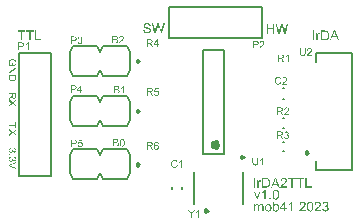
<source format=gto>
G04*
G04 #@! TF.GenerationSoftware,Altium Limited,Altium Designer,22.6.1 (34)*
G04*
G04 Layer_Color=65535*
%FSLAX25Y25*%
%MOIN*%
G70*
G04*
G04 #@! TF.SameCoordinates,6A0AF7E6-2655-45A2-AC58-E928B373DE11*
G04*
G04*
G04 #@! TF.FilePolarity,Positive*
G04*
G01*
G75*
%ADD10C,0.00984*%
%ADD11C,0.01575*%
%ADD12C,0.00787*%
G36*
X384201Y392119D02*
X385816D01*
Y391732D01*
X383768D01*
Y395009D01*
X384201D01*
Y392119D01*
D02*
G37*
G36*
X383338Y394622D02*
X382259D01*
Y391732D01*
X381826D01*
Y394622D01*
X380747D01*
Y395009D01*
X383338D01*
Y394622D01*
D02*
G37*
G36*
X380544D02*
X379465D01*
Y391732D01*
X379032D01*
Y394622D01*
X377953D01*
Y395009D01*
X380544D01*
Y394622D01*
D02*
G37*
G36*
X377459Y373121D02*
X377456Y373091D01*
Y373061D01*
X377453Y373026D01*
X377450Y372985D01*
X377442Y372903D01*
X377429Y372818D01*
X377412Y372736D01*
X377401Y372701D01*
X377390Y372665D01*
Y372662D01*
X377388Y372657D01*
X377382Y372649D01*
X377377Y372635D01*
X377360Y372602D01*
X377336Y372564D01*
X377303Y372518D01*
X377259Y372471D01*
X377210Y372425D01*
X377150Y372384D01*
X377147D01*
X377142Y372378D01*
X377134Y372373D01*
X377120Y372368D01*
X377104Y372359D01*
X377084Y372351D01*
X377063Y372340D01*
X377038Y372329D01*
X376981Y372310D01*
X376918Y372294D01*
X376847Y372283D01*
X376771Y372277D01*
X376768D01*
X376760D01*
X376743D01*
X376727Y372280D01*
X376702Y372283D01*
X376675Y372286D01*
X376645Y372291D01*
X376612Y372299D01*
X376541Y372321D01*
X376503Y372335D01*
X376465Y372351D01*
X376427Y372370D01*
X376388Y372395D01*
X376353Y372422D01*
X376317Y372452D01*
X376315Y372455D01*
X376309Y372460D01*
X376301Y372471D01*
X376287Y372485D01*
X376274Y372504D01*
X376257Y372526D01*
X376238Y372553D01*
X376219Y372586D01*
X376200Y372621D01*
X376181Y372660D01*
X376162Y372703D01*
X376143Y372753D01*
X376126Y372804D01*
X376110Y372862D01*
X376096Y372924D01*
X376085Y372990D01*
Y372987D01*
X376083Y372985D01*
X376074Y372968D01*
X376061Y372944D01*
X376044Y372914D01*
X376025Y372881D01*
X376006Y372848D01*
X375982Y372815D01*
X375960Y372788D01*
X375957Y372785D01*
X375954Y372783D01*
X375946Y372774D01*
X375935Y372763D01*
X375922Y372750D01*
X375905Y372733D01*
X375867Y372698D01*
X375818Y372657D01*
X375761Y372611D01*
X375695Y372562D01*
X375624Y372512D01*
X374939Y372076D01*
Y372493D01*
X375463Y372826D01*
X375466Y372829D01*
X375474Y372832D01*
X375485Y372840D01*
X375501Y372851D01*
X375520Y372862D01*
X375542Y372878D01*
X375591Y372911D01*
X375649Y372949D01*
X375706Y372987D01*
X375761Y373028D01*
X375810Y373066D01*
X375812D01*
X375815Y373072D01*
X375829Y373083D01*
X375851Y373099D01*
X375875Y373124D01*
X375902Y373148D01*
X375930Y373178D01*
X375957Y373208D01*
X375976Y373236D01*
X375979Y373238D01*
X375984Y373249D01*
X375992Y373263D01*
X376004Y373282D01*
X376014Y373307D01*
X376025Y373331D01*
X376036Y373359D01*
X376044Y373389D01*
Y373391D01*
X376047Y373400D01*
X376050Y373413D01*
X376053Y373432D01*
Y373460D01*
X376055Y373492D01*
X376058Y373531D01*
Y373959D01*
X374939D01*
Y374292D01*
X377459D01*
Y373121D01*
D02*
G37*
G36*
X376244Y371038D02*
X377459Y371898D01*
Y371502D01*
X376812Y371041D01*
X376809Y371038D01*
X376803Y371035D01*
X376792Y371027D01*
X376779Y371016D01*
X376762Y371005D01*
X376743Y370992D01*
X376700Y370962D01*
X376648Y370929D01*
X376599Y370896D01*
X376547Y370863D01*
X376503Y370839D01*
X376506D01*
X376508Y370836D01*
X376517Y370831D01*
X376528Y370822D01*
X376552Y370806D01*
X376588Y370781D01*
X376631Y370752D01*
X376680Y370719D01*
X376732Y370678D01*
X376787Y370637D01*
X377459Y370134D01*
Y369771D01*
X376260Y370648D01*
X374939Y369703D01*
Y370110D01*
X375837Y370749D01*
X375840Y370752D01*
X375851Y370757D01*
X375864Y370768D01*
X375886Y370781D01*
X375908Y370798D01*
X375933Y370814D01*
X375990Y370852D01*
X375987D01*
X375984Y370855D01*
X375968Y370866D01*
X375946Y370880D01*
X375919Y370899D01*
X375862Y370940D01*
X375834Y370956D01*
X375812Y370973D01*
X374939Y371611D01*
Y372013D01*
X376244Y371038D01*
D02*
G37*
G36*
X413422Y374016D02*
X413113D01*
Y375984D01*
X413108Y375979D01*
X413094Y375965D01*
X413070Y375946D01*
X413034Y375919D01*
X412993Y375886D01*
X412941Y375850D01*
X412884Y375812D01*
X412818Y375771D01*
X412816D01*
X412810Y375766D01*
X412802Y375760D01*
X412788Y375755D01*
X412772Y375744D01*
X412753Y375736D01*
X412709Y375711D01*
X412660Y375687D01*
X412606Y375659D01*
X412548Y375635D01*
X412494Y375613D01*
Y375910D01*
X412496Y375913D01*
X412505Y375916D01*
X412518Y375924D01*
X412537Y375932D01*
X412559Y375943D01*
X412586Y375959D01*
X412616Y375976D01*
X412647Y375992D01*
X412717Y376036D01*
X412794Y376088D01*
X412873Y376142D01*
X412947Y376205D01*
X412950Y376208D01*
X412955Y376213D01*
X412966Y376222D01*
X412980Y376235D01*
X412993Y376252D01*
X413012Y376268D01*
X413053Y376314D01*
X413100Y376364D01*
X413146Y376421D01*
X413187Y376481D01*
X413223Y376544D01*
X413422D01*
Y374016D01*
D02*
G37*
G36*
X411036Y376533D02*
X411066D01*
X411096Y376530D01*
X411131Y376525D01*
X411202Y376516D01*
X411281Y376503D01*
X411355Y376484D01*
X411426Y376456D01*
X411429D01*
X411434Y376454D01*
X411443Y376448D01*
X411456Y376443D01*
X411486Y376424D01*
X411527Y376399D01*
X411571Y376366D01*
X411615Y376325D01*
X411658Y376276D01*
X411699Y376222D01*
Y376219D01*
X411705Y376213D01*
X411707Y376205D01*
X411716Y376194D01*
X411724Y376181D01*
X411732Y376162D01*
X411751Y376121D01*
X411767Y376072D01*
X411784Y376014D01*
X411795Y375954D01*
X411800Y375888D01*
Y375886D01*
Y375880D01*
Y375872D01*
Y375861D01*
X411795Y375831D01*
X411789Y375790D01*
X411778Y375744D01*
X411762Y375692D01*
X411740Y375640D01*
X411710Y375586D01*
Y375583D01*
X411707Y375580D01*
X411702Y375572D01*
X411694Y375561D01*
X411675Y375536D01*
X411645Y375504D01*
X411609Y375468D01*
X411563Y375430D01*
X411511Y375392D01*
X411448Y375356D01*
X411451D01*
X411459Y375354D01*
X411470Y375348D01*
X411486Y375342D01*
X411505Y375334D01*
X411527Y375326D01*
X411576Y375302D01*
X411634Y375272D01*
X411691Y375231D01*
X411748Y375184D01*
X411798Y375127D01*
X411800Y375124D01*
X411803Y375119D01*
X411808Y375111D01*
X411817Y375100D01*
X411828Y375083D01*
X411838Y375064D01*
X411849Y375042D01*
X411860Y375018D01*
X411882Y374963D01*
X411904Y374898D01*
X411918Y374824D01*
X411923Y374786D01*
Y374745D01*
Y374742D01*
Y374736D01*
Y374728D01*
Y374715D01*
X411920Y374698D01*
Y374682D01*
X411915Y374638D01*
X411904Y374586D01*
X411890Y374532D01*
X411871Y374472D01*
X411847Y374414D01*
Y374412D01*
X411844Y374409D01*
X411838Y374401D01*
X411833Y374390D01*
X411817Y374362D01*
X411795Y374330D01*
X411770Y374291D01*
X411737Y374253D01*
X411702Y374215D01*
X411661Y374180D01*
X411656Y374177D01*
X411642Y374166D01*
X411617Y374152D01*
X411585Y374133D01*
X411546Y374114D01*
X411500Y374092D01*
X411445Y374073D01*
X411385Y374057D01*
X411383D01*
X411377Y374054D01*
X411369D01*
X411355Y374051D01*
X411339Y374048D01*
X411320Y374043D01*
X411298Y374040D01*
X411273Y374038D01*
X411246Y374032D01*
X411213Y374029D01*
X411145Y374021D01*
X411066Y374019D01*
X410979Y374016D01*
X410020D01*
Y376536D01*
X411011D01*
X411036Y376533D01*
D02*
G37*
G36*
X410797Y358857D02*
X410827D01*
X410857Y358855D01*
X410892Y358849D01*
X410963Y358841D01*
X411043Y358827D01*
X411116Y358808D01*
X411187Y358781D01*
X411190D01*
X411196Y358778D01*
X411204Y358773D01*
X411217Y358767D01*
X411247Y358748D01*
X411288Y358723D01*
X411332Y358691D01*
X411376Y358650D01*
X411419Y358601D01*
X411460Y358546D01*
Y358543D01*
X411466Y358538D01*
X411469Y358530D01*
X411477Y358519D01*
X411485Y358505D01*
X411493Y358486D01*
X411512Y358445D01*
X411529Y358396D01*
X411545Y358338D01*
X411556Y358278D01*
X411561Y358213D01*
Y358210D01*
Y358205D01*
Y358197D01*
Y358186D01*
X411556Y358156D01*
X411551Y358115D01*
X411540Y358068D01*
X411523Y358016D01*
X411501Y357964D01*
X411471Y357910D01*
Y357907D01*
X411469Y357905D01*
X411463Y357896D01*
X411455Y357885D01*
X411436Y357861D01*
X411406Y357828D01*
X411370Y357792D01*
X411324Y357754D01*
X411272Y357716D01*
X411209Y357681D01*
X411212D01*
X411220Y357678D01*
X411231Y357672D01*
X411247Y357667D01*
X411267Y357659D01*
X411288Y357651D01*
X411338Y357626D01*
X411395Y357596D01*
X411452Y357555D01*
X411510Y357509D01*
X411559Y357451D01*
X411561Y357449D01*
X411564Y357443D01*
X411570Y357435D01*
X411578Y357424D01*
X411589Y357408D01*
X411600Y357388D01*
X411611Y357367D01*
X411621Y357342D01*
X411643Y357288D01*
X411665Y357222D01*
X411679Y357148D01*
X411684Y357110D01*
Y357069D01*
Y357066D01*
Y357061D01*
Y357053D01*
Y357039D01*
X411682Y357023D01*
Y357006D01*
X411676Y356963D01*
X411665Y356911D01*
X411652Y356856D01*
X411632Y356796D01*
X411608Y356739D01*
Y356736D01*
X411605Y356733D01*
X411600Y356725D01*
X411594Y356714D01*
X411578Y356687D01*
X411556Y356654D01*
X411531Y356616D01*
X411499Y356578D01*
X411463Y356540D01*
X411422Y356504D01*
X411417Y356501D01*
X411403Y356490D01*
X411378Y356477D01*
X411346Y356458D01*
X411307Y356438D01*
X411261Y356417D01*
X411206Y356398D01*
X411146Y356381D01*
X411144D01*
X411138Y356378D01*
X411130D01*
X411116Y356376D01*
X411100Y356373D01*
X411081Y356367D01*
X411059Y356365D01*
X411034Y356362D01*
X411007Y356357D01*
X410974Y356354D01*
X410906Y356346D01*
X410827Y356343D01*
X410740Y356340D01*
X409781D01*
Y358860D01*
X410772D01*
X410797Y358857D01*
D02*
G37*
G36*
X412891Y358865D02*
X412910Y358863D01*
X412959Y358857D01*
X413014Y358849D01*
X413074Y358833D01*
X413134Y358814D01*
X413194Y358786D01*
X413197D01*
X413202Y358784D01*
X413210Y358778D01*
X413221Y358770D01*
X413248Y358753D01*
X413284Y358726D01*
X413325Y358693D01*
X413366Y358652D01*
X413410Y358603D01*
X413448Y358549D01*
Y358546D01*
X413453Y358541D01*
X413456Y358532D01*
X413464Y358522D01*
X413472Y358508D01*
X413483Y358489D01*
X413491Y358467D01*
X413505Y358445D01*
X413530Y358390D01*
X413554Y358328D01*
X413582Y358254D01*
X413603Y358175D01*
Y358172D01*
X413606Y358164D01*
X413609Y358153D01*
X413612Y358134D01*
X413617Y358112D01*
X413623Y358085D01*
X413628Y358055D01*
X413633Y358019D01*
X413636Y357978D01*
X413642Y357934D01*
X413647Y357885D01*
X413653Y357834D01*
X413655Y357776D01*
X413658Y357716D01*
X413661Y357651D01*
Y357582D01*
Y357577D01*
Y357563D01*
Y357539D01*
Y357509D01*
X413658Y357470D01*
X413655Y357429D01*
X413653Y357380D01*
X413650Y357328D01*
X413644Y357271D01*
X413639Y357214D01*
X413623Y357094D01*
X413598Y356976D01*
X413584Y356919D01*
X413568Y356867D01*
Y356864D01*
X413562Y356856D01*
X413560Y356840D01*
X413552Y356823D01*
X413541Y356799D01*
X413530Y356774D01*
X413516Y356744D01*
X413500Y356712D01*
X413461Y356643D01*
X413415Y356575D01*
X413361Y356507D01*
X413328Y356477D01*
X413295Y356447D01*
X413292Y356444D01*
X413287Y356441D01*
X413276Y356433D01*
X413262Y356425D01*
X413246Y356414D01*
X413224Y356400D01*
X413199Y356387D01*
X413169Y356373D01*
X413139Y356359D01*
X413104Y356346D01*
X413068Y356335D01*
X413027Y356321D01*
X412984Y356313D01*
X412937Y356305D01*
X412891Y356302D01*
X412839Y356299D01*
X412823D01*
X412804Y356302D01*
X412779Y356305D01*
X412749Y356307D01*
X412713Y356313D01*
X412675Y356321D01*
X412632Y356332D01*
X412588Y356346D01*
X412541Y356362D01*
X412492Y356384D01*
X412446Y356408D01*
X412399Y356438D01*
X412353Y356474D01*
X412309Y356512D01*
X412268Y356559D01*
X412266Y356561D01*
X412257Y356572D01*
X412247Y356591D01*
X412230Y356619D01*
X412211Y356654D01*
X412189Y356695D01*
X412167Y356747D01*
X412146Y356804D01*
X412121Y356873D01*
X412099Y356946D01*
X412077Y357031D01*
X412058Y357124D01*
X412042Y357225D01*
X412031Y357334D01*
X412023Y357454D01*
X412020Y357582D01*
Y357588D01*
Y357601D01*
Y357626D01*
X412023Y357656D01*
Y357694D01*
X412025Y357738D01*
X412028Y357787D01*
X412031Y357839D01*
X412036Y357896D01*
X412042Y357954D01*
X412058Y358074D01*
X412080Y358191D01*
X412094Y358248D01*
X412110Y358300D01*
Y358303D01*
X412116Y358311D01*
X412121Y358328D01*
X412126Y358347D01*
X412137Y358369D01*
X412148Y358396D01*
X412162Y358423D01*
X412178Y358456D01*
X412217Y358524D01*
X412266Y358592D01*
X412320Y358661D01*
X412350Y358691D01*
X412383Y358721D01*
X412386Y358723D01*
X412391Y358726D01*
X412402Y358734D01*
X412416Y358743D01*
X412432Y358756D01*
X412454Y358767D01*
X412479Y358781D01*
X412509Y358794D01*
X412539Y358808D01*
X412574Y358822D01*
X412612Y358835D01*
X412651Y358846D01*
X412694Y358855D01*
X412741Y358863D01*
X412790Y358865D01*
X412839Y358868D01*
X412872D01*
X412891Y358865D01*
D02*
G37*
G36*
X421165Y397459D02*
X421204Y397456D01*
X421243Y397452D01*
X421289Y397448D01*
X421388Y397434D01*
X421498Y397413D01*
X421608Y397381D01*
X421715Y397342D01*
X421718D01*
X421726Y397335D01*
X421743Y397331D01*
X421761Y397321D01*
X421782Y397306D01*
X421811Y397292D01*
X421871Y397257D01*
X421942Y397207D01*
X422013Y397147D01*
X422081Y397079D01*
X422141Y396998D01*
X422144Y396994D01*
X422148Y396987D01*
X422155Y396976D01*
X422166Y396959D01*
X422176Y396937D01*
X422191Y396912D01*
X422201Y396881D01*
X422219Y396849D01*
X422247Y396774D01*
X422272Y396685D01*
X422294Y396589D01*
X422304Y396483D01*
X421889Y396451D01*
Y396455D01*
X421885Y396465D01*
Y396479D01*
X421882Y396501D01*
X421875Y396529D01*
X421868Y396557D01*
X421846Y396625D01*
X421818Y396699D01*
X421775Y396778D01*
X421726Y396852D01*
X421694Y396884D01*
X421658Y396916D01*
X421655Y396919D01*
X421651Y396923D01*
X421637Y396930D01*
X421623Y396941D01*
X421601Y396952D01*
X421576Y396966D01*
X421548Y396980D01*
X421516Y396998D01*
X421477Y397012D01*
X421434Y397026D01*
X421388Y397040D01*
X421339Y397051D01*
X421282Y397061D01*
X421221Y397069D01*
X421158Y397076D01*
X421055D01*
X421026Y397072D01*
X420994D01*
X420959Y397069D01*
X420916Y397065D01*
X420873Y397058D01*
X420778Y397040D01*
X420685Y397015D01*
X420597Y396980D01*
X420554Y396955D01*
X420518Y396930D01*
X420515D01*
X420511Y396923D01*
X420490Y396905D01*
X420462Y396873D01*
X420430Y396831D01*
X420398Y396781D01*
X420369Y396721D01*
X420348Y396657D01*
X420344Y396621D01*
X420341Y396582D01*
Y396579D01*
Y396575D01*
X420344Y396554D01*
X420348Y396522D01*
X420355Y396483D01*
X420373Y396437D01*
X420394Y396387D01*
X420423Y396341D01*
X420465Y396295D01*
X420472Y396291D01*
X420479Y396284D01*
X420494Y396273D01*
X420511Y396263D01*
X420533Y396252D01*
X420561Y396238D01*
X420593Y396220D01*
X420632Y396202D01*
X420678Y396185D01*
X420731Y396167D01*
X420792Y396146D01*
X420863Y396124D01*
X420937Y396103D01*
X421023Y396078D01*
X421118Y396057D01*
X421126D01*
X421143Y396053D01*
X421168Y396046D01*
X421204Y396036D01*
X421246Y396028D01*
X421296Y396014D01*
X421349Y396004D01*
X421406Y395986D01*
X421527Y395954D01*
X421647Y395922D01*
X421704Y395904D01*
X421754Y395886D01*
X421804Y395869D01*
X421843Y395851D01*
X421846D01*
X421857Y395844D01*
X421871Y395837D01*
X421889Y395826D01*
X421914Y395815D01*
X421942Y395798D01*
X422002Y395759D01*
X422073Y395713D01*
X422141Y395656D01*
X422208Y395588D01*
X422237Y395553D01*
X422265Y395517D01*
Y395514D01*
X422272Y395507D01*
X422279Y395496D01*
X422286Y395482D01*
X422297Y395464D01*
X422308Y395439D01*
X422336Y395382D01*
X422361Y395315D01*
X422382Y395237D01*
X422396Y395148D01*
X422403Y395052D01*
Y395049D01*
Y395042D01*
Y395027D01*
X422400Y395010D01*
Y394985D01*
X422396Y394960D01*
X422386Y394893D01*
X422368Y394818D01*
X422340Y394736D01*
X422301Y394651D01*
X422279Y394605D01*
X422251Y394562D01*
Y394559D01*
X422244Y394552D01*
X422237Y394541D01*
X422223Y394523D01*
X422191Y394484D01*
X422141Y394431D01*
X422081Y394374D01*
X422006Y394314D01*
X421921Y394257D01*
X421821Y394204D01*
X421818D01*
X421807Y394197D01*
X421793Y394193D01*
X421772Y394182D01*
X421747Y394175D01*
X421715Y394165D01*
X421679Y394151D01*
X421637Y394140D01*
X421594Y394129D01*
X421544Y394115D01*
X421438Y394097D01*
X421321Y394083D01*
X421193Y394076D01*
X421150D01*
X421118Y394080D01*
X421079D01*
X421037Y394083D01*
X420987Y394087D01*
X420930Y394094D01*
X420813Y394108D01*
X420689Y394129D01*
X420565Y394161D01*
X420444Y394204D01*
X420440D01*
X420430Y394211D01*
X420415Y394218D01*
X420394Y394229D01*
X420369Y394243D01*
X420341Y394257D01*
X420273Y394300D01*
X420199Y394353D01*
X420121Y394420D01*
X420043Y394498D01*
X419975Y394591D01*
X419972Y394594D01*
X419968Y394601D01*
X419961Y394616D01*
X419950Y394637D01*
X419936Y394662D01*
X419922Y394690D01*
X419904Y394726D01*
X419890Y394765D01*
X419872Y394804D01*
X419858Y394850D01*
X419830Y394953D01*
X419808Y395063D01*
X419801Y395123D01*
X419798Y395184D01*
X420206Y395219D01*
Y395216D01*
Y395208D01*
X420210Y395194D01*
X420213Y395177D01*
X420217Y395155D01*
X420220Y395134D01*
X420234Y395074D01*
X420252Y395010D01*
X420273Y394942D01*
X420302Y394875D01*
X420337Y394811D01*
X420341Y394804D01*
X420359Y394786D01*
X420384Y394758D01*
X420419Y394722D01*
X420465Y394679D01*
X420522Y394640D01*
X420589Y394598D01*
X420668Y394559D01*
X420671D01*
X420678Y394555D01*
X420689Y394552D01*
X420707Y394545D01*
X420728Y394537D01*
X420753Y394527D01*
X420781Y394520D01*
X420813Y394513D01*
X420888Y394495D01*
X420976Y394477D01*
X421069Y394466D01*
X421172Y394463D01*
X421214D01*
X421236Y394466D01*
X421260D01*
X421317Y394474D01*
X421385Y394481D01*
X421459Y394491D01*
X421534Y394509D01*
X421605Y394534D01*
X421608D01*
X421612Y394537D01*
X421623Y394541D01*
X421637Y394548D01*
X421669Y394566D01*
X421711Y394587D01*
X421757Y394616D01*
X421807Y394651D01*
X421850Y394690D01*
X421889Y394736D01*
X421892Y394743D01*
X421903Y394758D01*
X421921Y394786D01*
X421939Y394822D01*
X421953Y394864D01*
X421970Y394910D01*
X421981Y394964D01*
X421985Y395017D01*
Y395020D01*
Y395024D01*
Y395042D01*
X421981Y395074D01*
X421974Y395109D01*
X421963Y395152D01*
X421946Y395198D01*
X421924Y395244D01*
X421892Y395286D01*
X421889Y395290D01*
X421875Y395304D01*
X421853Y395326D01*
X421821Y395354D01*
X421782Y395382D01*
X421729Y395414D01*
X421669Y395446D01*
X421598Y395478D01*
X421591Y395482D01*
X421584Y395485D01*
X421569Y395489D01*
X421555Y395493D01*
X421534Y395499D01*
X421505Y395510D01*
X421477Y395517D01*
X421438Y395528D01*
X421399Y395542D01*
X421349Y395553D01*
X421296Y395567D01*
X421236Y395585D01*
X421172Y395599D01*
X421097Y395620D01*
X421016Y395638D01*
X421012D01*
X420998Y395642D01*
X420973Y395649D01*
X420944Y395656D01*
X420905Y395666D01*
X420863Y395677D01*
X420820Y395691D01*
X420771Y395706D01*
X420664Y395737D01*
X420561Y395773D01*
X420511Y395791D01*
X420465Y395808D01*
X420423Y395826D01*
X420387Y395844D01*
X420384D01*
X420376Y395851D01*
X420366Y395858D01*
X420348Y395865D01*
X420305Y395890D01*
X420256Y395926D01*
X420195Y395972D01*
X420139Y396021D01*
X420082Y396082D01*
X420036Y396146D01*
Y396149D01*
X420032Y396153D01*
X420025Y396163D01*
X420018Y396178D01*
X420000Y396217D01*
X419979Y396266D01*
X419958Y396327D01*
X419940Y396398D01*
X419926Y396476D01*
X419922Y396557D01*
Y396561D01*
Y396568D01*
Y396582D01*
X419926Y396600D01*
Y396621D01*
X419929Y396646D01*
X419940Y396710D01*
X419958Y396781D01*
X419979Y396856D01*
X420014Y396937D01*
X420060Y397019D01*
Y397023D01*
X420068Y397030D01*
X420075Y397040D01*
X420085Y397054D01*
X420121Y397094D01*
X420167Y397143D01*
X420224Y397197D01*
X420295Y397250D01*
X420376Y397303D01*
X420472Y397349D01*
X420476D01*
X420483Y397353D01*
X420501Y397360D01*
X420518Y397367D01*
X420543Y397374D01*
X420575Y397385D01*
X420611Y397395D01*
X420650Y397406D01*
X420692Y397417D01*
X420739Y397427D01*
X420838Y397445D01*
X420952Y397459D01*
X421072Y397463D01*
X421133D01*
X421165Y397459D01*
D02*
G37*
G36*
X426014Y394129D02*
X425591D01*
X424906Y396625D01*
Y396628D01*
X424903Y396639D01*
X424899Y396653D01*
X424892Y396675D01*
X424885Y396699D01*
X424878Y396728D01*
X424860Y396792D01*
X424842Y396856D01*
X424825Y396919D01*
X424818Y396948D01*
X424810Y396973D01*
X424803Y396994D01*
X424800Y397008D01*
Y397005D01*
X424796Y396998D01*
Y396987D01*
X424789Y396969D01*
X424786Y396952D01*
X424782Y396927D01*
X424768Y396877D01*
X424754Y396817D01*
X424736Y396749D01*
X424718Y396685D01*
X424700Y396625D01*
X424012Y394129D01*
X423561D01*
X422698Y397406D01*
X423145D01*
X423639Y395255D01*
Y395251D01*
X423642Y395240D01*
X423646Y395223D01*
X423653Y395198D01*
X423660Y395166D01*
X423667Y395130D01*
X423678Y395091D01*
X423689Y395045D01*
X423699Y394995D01*
X423710Y394942D01*
X423731Y394832D01*
X423756Y394711D01*
X423777Y394587D01*
Y394594D01*
X423784Y394608D01*
X423788Y394637D01*
X423799Y394669D01*
X423806Y394711D01*
X423816Y394758D01*
X423831Y394807D01*
X423841Y394857D01*
X423870Y394964D01*
X423880Y395013D01*
X423895Y395063D01*
X423905Y395106D01*
X423912Y395141D01*
X423919Y395169D01*
X423926Y395191D01*
X424551Y397406D01*
X425073D01*
X425538Y395744D01*
X425542Y395737D01*
X425545Y395716D01*
X425556Y395684D01*
X425567Y395638D01*
X425581Y395585D01*
X425598Y395521D01*
X425616Y395450D01*
X425638Y395368D01*
X425659Y395283D01*
X425680Y395191D01*
X425702Y395095D01*
X425723Y394995D01*
X425762Y394793D01*
X425797Y394587D01*
Y394591D01*
X425801Y394601D01*
X425804Y394619D01*
X425808Y394640D01*
X425815Y394672D01*
X425822Y394708D01*
X425833Y394747D01*
X425843Y394793D01*
X425854Y394843D01*
X425865Y394896D01*
X425879Y394956D01*
X425893Y395017D01*
X425925Y395152D01*
X425961Y395297D01*
X426475Y397406D01*
X426912D01*
X426014Y394129D01*
D02*
G37*
G36*
X478430Y394157D02*
X478448D01*
X478469Y394153D01*
X478522Y394143D01*
X478586Y394128D01*
X478653Y394104D01*
X478732Y394072D01*
X478810Y394029D01*
X478668Y393656D01*
X478661Y393660D01*
X478643Y393671D01*
X478615Y393685D01*
X478575Y393703D01*
X478533Y393717D01*
X478483Y393731D01*
X478430Y393742D01*
X478373Y393745D01*
X478352D01*
X478327Y393742D01*
X478295Y393735D01*
X478256Y393724D01*
X478217Y393710D01*
X478178Y393692D01*
X478135Y393664D01*
X478132Y393660D01*
X478118Y393649D01*
X478100Y393632D01*
X478078Y393607D01*
X478054Y393575D01*
X478029Y393539D01*
X478007Y393493D01*
X477986Y393443D01*
Y393440D01*
X477983Y393433D01*
X477979Y393422D01*
X477976Y393408D01*
X477972Y393387D01*
X477965Y393362D01*
X477954Y393305D01*
X477944Y393234D01*
X477933Y393156D01*
X477926Y393067D01*
X477922Y392975D01*
Y391732D01*
X477521D01*
Y394107D01*
X477883D01*
Y393749D01*
X477890Y393756D01*
X477897Y393770D01*
X477908Y393784D01*
X477933Y393830D01*
X477968Y393880D01*
X478007Y393937D01*
X478050Y393994D01*
X478093Y394040D01*
X478118Y394061D01*
X478139Y394079D01*
X478146Y394082D01*
X478160Y394093D01*
X478185Y394104D01*
X478213Y394121D01*
X478252Y394136D01*
X478295Y394146D01*
X478345Y394157D01*
X478394Y394161D01*
X478416D01*
X478430Y394157D01*
D02*
G37*
G36*
X485111Y391732D02*
X484618D01*
X484238Y392723D01*
X482860D01*
X482505Y391732D01*
X482047D01*
X483300Y395009D01*
X483769D01*
X485111Y391732D01*
D02*
G37*
G36*
X480354Y395005D02*
X480397D01*
X480439Y395002D01*
X480535Y394998D01*
X480631Y394988D01*
X480727Y394977D01*
X480769Y394966D01*
X480808Y394959D01*
X480812D01*
X480823Y394956D01*
X480837Y394952D01*
X480855Y394945D01*
X480879Y394938D01*
X480908Y394931D01*
X480975Y394906D01*
X481050Y394874D01*
X481128Y394835D01*
X481210Y394785D01*
X481288Y394725D01*
X481291Y394721D01*
X481298Y394714D01*
X481312Y394704D01*
X481330Y394686D01*
X481352Y394665D01*
X481376Y394636D01*
X481405Y394608D01*
X481433Y394572D01*
X481465Y394533D01*
X481497Y394491D01*
X481529Y394444D01*
X481561Y394395D01*
X481621Y394285D01*
X481674Y394164D01*
Y394161D01*
X481682Y394150D01*
X481685Y394128D01*
X481696Y394104D01*
X481706Y394072D01*
X481717Y394033D01*
X481728Y393990D01*
X481742Y393940D01*
X481753Y393884D01*
X481763Y393823D01*
X481774Y393759D01*
X481785Y393692D01*
X481795Y393621D01*
X481799Y393546D01*
X481806Y393387D01*
Y393383D01*
Y393369D01*
Y393351D01*
Y393323D01*
X481802Y393291D01*
Y393252D01*
X481799Y393209D01*
X481795Y393163D01*
X481785Y393060D01*
X481767Y392950D01*
X481746Y392836D01*
X481717Y392723D01*
Y392719D01*
X481714Y392708D01*
X481706Y392694D01*
X481703Y392677D01*
X481692Y392652D01*
X481682Y392623D01*
X481657Y392556D01*
X481625Y392481D01*
X481586Y392400D01*
X481543Y392322D01*
X481494Y392247D01*
Y392244D01*
X481486Y392240D01*
X481479Y392229D01*
X481469Y392215D01*
X481444Y392183D01*
X481405Y392141D01*
X481362Y392091D01*
X481312Y392041D01*
X481256Y391995D01*
X481195Y391949D01*
X481192D01*
X481188Y391945D01*
X481167Y391931D01*
X481131Y391913D01*
X481085Y391888D01*
X481028Y391864D01*
X480961Y391835D01*
X480883Y391810D01*
X480801Y391786D01*
X480798D01*
X480791Y391782D01*
X480780D01*
X480762Y391778D01*
X480741Y391775D01*
X480713Y391768D01*
X480684Y391764D01*
X480652Y391761D01*
X480574Y391750D01*
X480485Y391739D01*
X480386Y391736D01*
X480279Y391732D01*
X479097D01*
Y395009D01*
X480318D01*
X480354Y395005D01*
D02*
G37*
G36*
X476811Y391732D02*
X476378D01*
Y395009D01*
X476811D01*
Y391732D01*
D02*
G37*
G36*
X458745Y345066D02*
X458763D01*
X458784Y345062D01*
X458837Y345052D01*
X458901Y345037D01*
X458969Y345013D01*
X459047Y344981D01*
X459125Y344938D01*
X458983Y344565D01*
X458976Y344569D01*
X458958Y344580D01*
X458930Y344594D01*
X458891Y344611D01*
X458848Y344626D01*
X458798Y344640D01*
X458745Y344651D01*
X458688Y344654D01*
X458667D01*
X458642Y344651D01*
X458610Y344643D01*
X458571Y344633D01*
X458532Y344619D01*
X458493Y344601D01*
X458450Y344572D01*
X458447Y344569D01*
X458433Y344558D01*
X458415Y344540D01*
X458394Y344516D01*
X458369Y344484D01*
X458344Y344448D01*
X458323Y344402D01*
X458301Y344352D01*
Y344349D01*
X458298Y344342D01*
X458294Y344331D01*
X458291Y344317D01*
X458287Y344296D01*
X458280Y344271D01*
X458269Y344214D01*
X458259Y344143D01*
X458248Y344065D01*
X458241Y343976D01*
X458237Y343884D01*
Y342641D01*
X457836D01*
Y345016D01*
X458198D01*
Y344658D01*
X458206Y344665D01*
X458213Y344679D01*
X458223Y344693D01*
X458248Y344739D01*
X458284Y344789D01*
X458323Y344846D01*
X458365Y344902D01*
X458408Y344949D01*
X458433Y344970D01*
X458454Y344988D01*
X458461Y344991D01*
X458475Y345002D01*
X458500Y345013D01*
X458529Y345030D01*
X458568Y345044D01*
X458610Y345055D01*
X458660Y345066D01*
X458710Y345069D01*
X458731D01*
X458745Y345066D01*
D02*
G37*
G36*
X474319Y343028D02*
X475934D01*
Y342641D01*
X473886D01*
Y345918D01*
X474319D01*
Y343028D01*
D02*
G37*
G36*
X473456Y345531D02*
X472377D01*
Y342641D01*
X471944D01*
Y345531D01*
X470865D01*
Y345918D01*
X473456D01*
Y345531D01*
D02*
G37*
G36*
X470662D02*
X469583D01*
Y342641D01*
X469150D01*
Y345531D01*
X468071D01*
Y345918D01*
X470662D01*
Y345531D01*
D02*
G37*
G36*
X466772Y345925D02*
X466811Y345921D01*
X466857Y345914D01*
X466910Y345907D01*
X466963Y345897D01*
X467024Y345882D01*
X467084Y345865D01*
X467148Y345843D01*
X467208Y345818D01*
X467272Y345786D01*
X467333Y345751D01*
X467389Y345712D01*
X467443Y345666D01*
X467446Y345662D01*
X467453Y345655D01*
X467467Y345637D01*
X467485Y345620D01*
X467507Y345595D01*
X467531Y345563D01*
X467556Y345527D01*
X467581Y345485D01*
X467606Y345442D01*
X467631Y345392D01*
X467656Y345339D01*
X467677Y345282D01*
X467695Y345218D01*
X467709Y345155D01*
X467716Y345087D01*
X467720Y345016D01*
Y345013D01*
Y345009D01*
Y344998D01*
Y344984D01*
X467716Y344945D01*
X467709Y344895D01*
X467698Y344835D01*
X467684Y344771D01*
X467666Y344700D01*
X467638Y344629D01*
Y344626D01*
X467634Y344622D01*
X467631Y344611D01*
X467624Y344597D01*
X467602Y344558D01*
X467574Y344509D01*
X467535Y344448D01*
X467489Y344381D01*
X467436Y344310D01*
X467368Y344232D01*
X467365Y344228D01*
X467361Y344221D01*
X467347Y344210D01*
X467333Y344193D01*
X467311Y344171D01*
X467286Y344146D01*
X467258Y344114D01*
X467222Y344082D01*
X467180Y344043D01*
X467134Y344001D01*
X467084Y343951D01*
X467027Y343901D01*
X466967Y343845D01*
X466899Y343788D01*
X466825Y343724D01*
X466747Y343656D01*
X466743Y343653D01*
X466733Y343642D01*
X466711Y343628D01*
X466690Y343607D01*
X466658Y343582D01*
X466626Y343553D01*
X466551Y343490D01*
X466473Y343422D01*
X466399Y343351D01*
X466363Y343319D01*
X466331Y343291D01*
X466303Y343262D01*
X466282Y343241D01*
X466278Y343238D01*
X466264Y343223D01*
X466246Y343202D01*
X466221Y343174D01*
X466193Y343142D01*
X466165Y343106D01*
X466108Y343028D01*
X467723D01*
Y342641D01*
X465554D01*
Y342648D01*
Y342666D01*
Y342694D01*
X465557Y342730D01*
X465561Y342773D01*
X465572Y342819D01*
X465582Y342868D01*
X465600Y342918D01*
Y342922D01*
X465604Y342929D01*
X465607Y342939D01*
X465614Y342957D01*
X465625Y342975D01*
X465636Y343000D01*
X465664Y343057D01*
X465699Y343124D01*
X465746Y343198D01*
X465799Y343277D01*
X465863Y343355D01*
X465866Y343358D01*
X465870Y343365D01*
X465881Y343376D01*
X465898Y343394D01*
X465916Y343411D01*
X465941Y343436D01*
X465966Y343465D01*
X465998Y343497D01*
X466033Y343532D01*
X466072Y343568D01*
X466115Y343610D01*
X466165Y343653D01*
X466214Y343699D01*
X466271Y343745D01*
X466328Y343795D01*
X466392Y343848D01*
X466399Y343852D01*
X466417Y343869D01*
X466441Y343891D01*
X466477Y343923D01*
X466520Y343958D01*
X466569Y344001D01*
X466626Y344047D01*
X466683Y344100D01*
X466804Y344210D01*
X466921Y344327D01*
X466978Y344384D01*
X467031Y344441D01*
X467077Y344494D01*
X467116Y344544D01*
X467120Y344548D01*
X467123Y344555D01*
X467134Y344569D01*
X467144Y344587D01*
X467162Y344611D01*
X467176Y344636D01*
X467212Y344700D01*
X467247Y344775D01*
X467279Y344856D01*
X467301Y344942D01*
X467304Y344984D01*
X467308Y345027D01*
Y345030D01*
Y345037D01*
Y345052D01*
X467304Y345066D01*
Y345087D01*
X467297Y345112D01*
X467286Y345165D01*
X467265Y345229D01*
X467233Y345297D01*
X467215Y345332D01*
X467191Y345364D01*
X467166Y345396D01*
X467134Y345428D01*
X467130Y345431D01*
X467127Y345435D01*
X467116Y345442D01*
X467102Y345453D01*
X467084Y345467D01*
X467063Y345481D01*
X467013Y345513D01*
X466946Y345542D01*
X466871Y345570D01*
X466782Y345588D01*
X466733Y345595D01*
X466654D01*
X466633Y345591D01*
X466608D01*
X466580Y345584D01*
X466516Y345573D01*
X466441Y345552D01*
X466363Y345520D01*
X466324Y345499D01*
X466285Y345478D01*
X466250Y345449D01*
X466214Y345417D01*
X466211Y345414D01*
X466207Y345410D01*
X466200Y345399D01*
X466186Y345385D01*
X466175Y345368D01*
X466161Y345346D01*
X466143Y345321D01*
X466129Y345293D01*
X466111Y345261D01*
X466097Y345226D01*
X466069Y345140D01*
X466047Y345048D01*
X466044Y344995D01*
X466040Y344938D01*
X465628Y344981D01*
Y344988D01*
X465632Y345002D01*
X465636Y345023D01*
X465639Y345055D01*
X465646Y345094D01*
X465657Y345140D01*
X465668Y345190D01*
X465685Y345243D01*
X465703Y345297D01*
X465724Y345357D01*
X465753Y345414D01*
X465781Y345470D01*
X465817Y345531D01*
X465856Y345584D01*
X465898Y345637D01*
X465948Y345684D01*
X465952Y345687D01*
X465962Y345694D01*
X465976Y345705D01*
X465998Y345723D01*
X466026Y345740D01*
X466062Y345762D01*
X466101Y345783D01*
X466147Y345808D01*
X466196Y345829D01*
X466253Y345850D01*
X466314Y345872D01*
X466381Y345889D01*
X466452Y345907D01*
X466527Y345918D01*
X466608Y345925D01*
X466693Y345929D01*
X466740D01*
X466772Y345925D01*
D02*
G37*
G36*
X465426Y342641D02*
X464933D01*
X464553Y343632D01*
X463175D01*
X462820Y342641D01*
X462362D01*
X463616Y345918D01*
X464084D01*
X465426Y342641D01*
D02*
G37*
G36*
X460669Y345914D02*
X460712D01*
X460754Y345911D01*
X460850Y345907D01*
X460946Y345897D01*
X461042Y345886D01*
X461085Y345875D01*
X461124Y345868D01*
X461127D01*
X461138Y345865D01*
X461152Y345861D01*
X461170Y345854D01*
X461195Y345847D01*
X461223Y345840D01*
X461290Y345815D01*
X461365Y345783D01*
X461443Y345744D01*
X461525Y345694D01*
X461603Y345634D01*
X461606Y345630D01*
X461614Y345623D01*
X461628Y345613D01*
X461645Y345595D01*
X461667Y345573D01*
X461692Y345545D01*
X461720Y345517D01*
X461748Y345481D01*
X461780Y345442D01*
X461812Y345399D01*
X461844Y345353D01*
X461876Y345304D01*
X461937Y345194D01*
X461990Y345073D01*
Y345069D01*
X461997Y345059D01*
X462000Y345037D01*
X462011Y345013D01*
X462022Y344981D01*
X462032Y344942D01*
X462043Y344899D01*
X462057Y344849D01*
X462068Y344793D01*
X462079Y344732D01*
X462089Y344668D01*
X462100Y344601D01*
X462111Y344530D01*
X462114Y344455D01*
X462121Y344296D01*
Y344292D01*
Y344278D01*
Y344260D01*
Y344232D01*
X462118Y344200D01*
Y344161D01*
X462114Y344118D01*
X462111Y344072D01*
X462100Y343969D01*
X462082Y343859D01*
X462061Y343745D01*
X462032Y343632D01*
Y343628D01*
X462029Y343617D01*
X462022Y343603D01*
X462018Y343585D01*
X462008Y343561D01*
X461997Y343532D01*
X461972Y343465D01*
X461940Y343390D01*
X461901Y343309D01*
X461858Y343231D01*
X461809Y343156D01*
Y343152D01*
X461802Y343149D01*
X461795Y343138D01*
X461784Y343124D01*
X461759Y343092D01*
X461720Y343049D01*
X461677Y343000D01*
X461628Y342950D01*
X461571Y342904D01*
X461511Y342858D01*
X461507D01*
X461503Y342854D01*
X461482Y342840D01*
X461447Y342822D01*
X461401Y342797D01*
X461344Y342773D01*
X461276Y342744D01*
X461198Y342719D01*
X461117Y342694D01*
X461113D01*
X461106Y342691D01*
X461095D01*
X461077Y342687D01*
X461056Y342684D01*
X461028Y342677D01*
X460999Y342673D01*
X460967Y342670D01*
X460889Y342659D01*
X460801Y342648D01*
X460701Y342645D01*
X460595Y342641D01*
X459412D01*
Y345918D01*
X460634D01*
X460669Y345914D01*
D02*
G37*
G36*
X457126Y342641D02*
X456693D01*
Y345918D01*
X457126D01*
Y342641D01*
D02*
G37*
G36*
X457975Y338699D02*
X457591D01*
X456693Y341073D01*
X457119D01*
X457630Y339650D01*
Y339646D01*
X457634Y339639D01*
X457638Y339629D01*
X457645Y339611D01*
X457652Y339590D01*
X457659Y339565D01*
X457680Y339504D01*
X457705Y339433D01*
X457730Y339352D01*
X457755Y339263D01*
X457783Y339171D01*
Y339174D01*
X457787Y339178D01*
X457790Y339188D01*
X457794Y339203D01*
X457797Y339224D01*
X457804Y339245D01*
X457822Y339299D01*
X457843Y339362D01*
X457868Y339440D01*
X457897Y339526D01*
X457932Y339621D01*
X458461Y341073D01*
X458876D01*
X457975Y338699D01*
D02*
G37*
G36*
X462348D02*
X461890D01*
Y339157D01*
X462348D01*
Y338699D01*
D02*
G37*
G36*
X460634D02*
X460232D01*
Y341258D01*
X460225Y341251D01*
X460208Y341233D01*
X460176Y341208D01*
X460130Y341173D01*
X460076Y341130D01*
X460009Y341084D01*
X459934Y341034D01*
X459849Y340981D01*
X459846D01*
X459838Y340974D01*
X459828Y340967D01*
X459810Y340960D01*
X459789Y340946D01*
X459764Y340935D01*
X459707Y340903D01*
X459643Y340871D01*
X459572Y340836D01*
X459498Y340804D01*
X459427Y340775D01*
Y341162D01*
X459430Y341166D01*
X459441Y341169D01*
X459459Y341180D01*
X459483Y341191D01*
X459512Y341205D01*
X459547Y341226D01*
X459586Y341247D01*
X459625Y341269D01*
X459718Y341325D01*
X459817Y341393D01*
X459920Y341464D01*
X460016Y341546D01*
X460019Y341549D01*
X460027Y341556D01*
X460041Y341567D01*
X460059Y341585D01*
X460076Y341606D01*
X460101Y341627D01*
X460154Y341688D01*
X460215Y341752D01*
X460275Y341826D01*
X460328Y341904D01*
X460374Y341986D01*
X460634D01*
Y338699D01*
D02*
G37*
G36*
X464070Y341982D02*
X464095Y341979D01*
X464159Y341972D01*
X464230Y341961D01*
X464308Y341940D01*
X464386Y341915D01*
X464464Y341879D01*
X464468D01*
X464475Y341876D01*
X464485Y341869D01*
X464500Y341858D01*
X464535Y341837D01*
X464581Y341801D01*
X464635Y341759D01*
X464688Y341705D01*
X464745Y341641D01*
X464794Y341570D01*
Y341567D01*
X464801Y341560D01*
X464805Y341549D01*
X464816Y341535D01*
X464826Y341517D01*
X464840Y341492D01*
X464851Y341464D01*
X464869Y341436D01*
X464901Y341365D01*
X464933Y341283D01*
X464968Y341187D01*
X464997Y341084D01*
Y341081D01*
X465000Y341070D01*
X465004Y341056D01*
X465007Y341031D01*
X465014Y341002D01*
X465022Y340967D01*
X465029Y340928D01*
X465036Y340882D01*
X465039Y340828D01*
X465046Y340772D01*
X465053Y340708D01*
X465061Y340640D01*
X465064Y340566D01*
X465068Y340488D01*
X465071Y340403D01*
Y340314D01*
Y340307D01*
Y340289D01*
Y340257D01*
Y340218D01*
X465068Y340168D01*
X465064Y340115D01*
X465061Y340051D01*
X465057Y339984D01*
X465050Y339909D01*
X465043Y339834D01*
X465022Y339678D01*
X464990Y339526D01*
X464972Y339451D01*
X464951Y339384D01*
Y339380D01*
X464943Y339370D01*
X464940Y339348D01*
X464929Y339327D01*
X464915Y339295D01*
X464901Y339263D01*
X464883Y339224D01*
X464862Y339181D01*
X464812Y339093D01*
X464752Y339004D01*
X464681Y338915D01*
X464638Y338876D01*
X464596Y338837D01*
X464592Y338833D01*
X464585Y338830D01*
X464571Y338819D01*
X464553Y338809D01*
X464532Y338794D01*
X464503Y338777D01*
X464471Y338759D01*
X464432Y338741D01*
X464393Y338723D01*
X464347Y338706D01*
X464301Y338691D01*
X464248Y338674D01*
X464191Y338663D01*
X464130Y338652D01*
X464070Y338649D01*
X464003Y338645D01*
X463981D01*
X463956Y338649D01*
X463925Y338652D01*
X463885Y338656D01*
X463839Y338663D01*
X463790Y338674D01*
X463733Y338688D01*
X463676Y338706D01*
X463616Y338727D01*
X463552Y338755D01*
X463491Y338787D01*
X463431Y338826D01*
X463371Y338873D01*
X463314Y338922D01*
X463261Y338983D01*
X463257Y338986D01*
X463246Y339000D01*
X463232Y339025D01*
X463211Y339061D01*
X463186Y339107D01*
X463158Y339160D01*
X463129Y339228D01*
X463101Y339302D01*
X463069Y339391D01*
X463041Y339487D01*
X463012Y339597D01*
X462987Y339717D01*
X462966Y339849D01*
X462952Y339991D01*
X462941Y340147D01*
X462938Y340314D01*
Y340321D01*
Y340339D01*
Y340371D01*
X462941Y340410D01*
Y340459D01*
X462945Y340516D01*
X462948Y340580D01*
X462952Y340648D01*
X462959Y340722D01*
X462966Y340797D01*
X462987Y340953D01*
X463016Y341105D01*
X463033Y341180D01*
X463055Y341247D01*
Y341251D01*
X463062Y341262D01*
X463069Y341283D01*
X463076Y341308D01*
X463090Y341336D01*
X463104Y341372D01*
X463122Y341407D01*
X463143Y341450D01*
X463193Y341539D01*
X463257Y341627D01*
X463328Y341716D01*
X463367Y341755D01*
X463410Y341794D01*
X463413Y341798D01*
X463420Y341801D01*
X463435Y341812D01*
X463452Y341823D01*
X463474Y341840D01*
X463502Y341855D01*
X463534Y341872D01*
X463573Y341890D01*
X463612Y341908D01*
X463658Y341926D01*
X463708Y341943D01*
X463758Y341957D01*
X463814Y341968D01*
X463875Y341979D01*
X463939Y341982D01*
X464003Y341986D01*
X464045D01*
X464070Y341982D01*
D02*
G37*
G36*
X459231Y337127D02*
X459263Y337124D01*
X459295Y337120D01*
X459334Y337113D01*
X459377Y337106D01*
X459462Y337081D01*
X459554Y337046D01*
X459597Y337024D01*
X459640Y337000D01*
X459682Y336967D01*
X459718Y336932D01*
X459721Y336929D01*
X459725Y336921D01*
X459735Y336911D01*
X459746Y336896D01*
X459764Y336875D01*
X459778Y336850D01*
X459796Y336818D01*
X459814Y336783D01*
X459831Y336744D01*
X459849Y336701D01*
X459867Y336652D01*
X459881Y336598D01*
X459892Y336538D01*
X459902Y336474D01*
X459906Y336407D01*
X459909Y336332D01*
Y334703D01*
X459508D01*
Y336197D01*
Y336201D01*
Y336208D01*
Y336222D01*
Y336236D01*
X459505Y336279D01*
Y336332D01*
X459498Y336389D01*
X459491Y336446D01*
X459483Y336499D01*
X459469Y336545D01*
Y336549D01*
X459462Y336563D01*
X459451Y336581D01*
X459437Y336606D01*
X459416Y336634D01*
X459395Y336662D01*
X459363Y336691D01*
X459327Y336716D01*
X459324Y336719D01*
X459309Y336726D01*
X459288Y336737D01*
X459260Y336751D01*
X459224Y336762D01*
X459182Y336772D01*
X459136Y336779D01*
X459086Y336783D01*
X459061D01*
X459043Y336779D01*
X459022D01*
X458997Y336776D01*
X458940Y336762D01*
X458873Y336744D01*
X458802Y336712D01*
X458734Y336673D01*
X458699Y336645D01*
X458667Y336616D01*
Y336613D01*
X458660Y336609D01*
X458653Y336598D01*
X458642Y336584D01*
X458628Y336566D01*
X458614Y336545D01*
X458600Y336517D01*
X458585Y336488D01*
X458568Y336453D01*
X458553Y336414D01*
X458539Y336368D01*
X458525Y336321D01*
X458514Y336268D01*
X458507Y336208D01*
X458504Y336147D01*
X458500Y336080D01*
Y334703D01*
X458099D01*
Y336243D01*
Y336247D01*
Y336254D01*
Y336268D01*
Y336290D01*
X458095Y336311D01*
Y336336D01*
X458088Y336396D01*
X458074Y336460D01*
X458056Y336527D01*
X458032Y336591D01*
X458000Y336648D01*
X457996Y336655D01*
X457982Y336669D01*
X457957Y336691D01*
X457925Y336716D01*
X457879Y336740D01*
X457826Y336762D01*
X457758Y336776D01*
X457680Y336783D01*
X457652D01*
X457620Y336779D01*
X457577Y336772D01*
X457527Y336762D01*
X457474Y336744D01*
X457421Y336723D01*
X457364Y336691D01*
X457357Y336687D01*
X457339Y336673D01*
X457314Y336655D01*
X457286Y336623D01*
X457250Y336588D01*
X457215Y336542D01*
X457183Y336488D01*
X457155Y336428D01*
Y336424D01*
X457151Y336421D01*
X457148Y336410D01*
X457144Y336396D01*
X457140Y336378D01*
X457133Y336357D01*
X457130Y336332D01*
X457123Y336304D01*
X457116Y336268D01*
X457112Y336233D01*
X457105Y336194D01*
X457101Y336147D01*
X457098Y336101D01*
X457094Y336048D01*
X457091Y335995D01*
Y335934D01*
Y334703D01*
X456690D01*
Y337078D01*
X457048D01*
Y336747D01*
X457055Y336751D01*
X457069Y336772D01*
X457094Y336804D01*
X457130Y336843D01*
X457172Y336889D01*
X457222Y336936D01*
X457279Y336982D01*
X457346Y337024D01*
X457350D01*
X457353Y337028D01*
X457364Y337035D01*
X457378Y337042D01*
X457396Y337049D01*
X457417Y337060D01*
X457467Y337078D01*
X457531Y337099D01*
X457602Y337113D01*
X457684Y337127D01*
X457769Y337131D01*
X457811D01*
X457836Y337127D01*
X457861Y337124D01*
X457922Y337117D01*
X457989Y337102D01*
X458060Y337085D01*
X458131Y337056D01*
X458198Y337021D01*
X458202D01*
X458206Y337017D01*
X458227Y337000D01*
X458255Y336975D01*
X458294Y336943D01*
X458333Y336896D01*
X458372Y336847D01*
X458408Y336787D01*
X458440Y336716D01*
X458443Y336719D01*
X458454Y336733D01*
X458468Y336755D01*
X458493Y336779D01*
X458518Y336811D01*
X458553Y336847D01*
X458592Y336886D01*
X458639Y336925D01*
X458688Y336960D01*
X458745Y337000D01*
X458805Y337035D01*
X458869Y337067D01*
X458940Y337092D01*
X459015Y337113D01*
X459093Y337127D01*
X459175Y337131D01*
X459210D01*
X459231Y337127D01*
D02*
G37*
G36*
X480578Y337986D02*
X480602Y337983D01*
X480670Y337976D01*
X480744Y337962D01*
X480830Y337940D01*
X480915Y337912D01*
X481000Y337873D01*
X481004D01*
X481011Y337869D01*
X481021Y337862D01*
X481039Y337852D01*
X481078Y337827D01*
X481128Y337791D01*
X481185Y337745D01*
X481241Y337692D01*
X481298Y337631D01*
X481348Y337560D01*
Y337557D01*
X481352Y337553D01*
X481359Y337539D01*
X481366Y337525D01*
X481376Y337507D01*
X481387Y337486D01*
X481408Y337433D01*
X481430Y337369D01*
X481451Y337298D01*
X481465Y337220D01*
X481469Y337138D01*
Y337134D01*
Y337127D01*
Y337117D01*
Y337102D01*
X481461Y337060D01*
X481454Y337010D01*
X481440Y336950D01*
X481419Y336886D01*
X481390Y336818D01*
X481352Y336751D01*
Y336747D01*
X481348Y336744D01*
X481330Y336723D01*
X481305Y336691D01*
X481266Y336652D01*
X481220Y336606D01*
X481160Y336559D01*
X481092Y336517D01*
X481014Y336474D01*
X481018D01*
X481028Y336471D01*
X481043Y336467D01*
X481064Y336460D01*
X481085Y336453D01*
X481114Y336442D01*
X481181Y336414D01*
X481252Y336375D01*
X481327Y336329D01*
X481401Y336268D01*
X481465Y336194D01*
X481469Y336190D01*
X481472Y336183D01*
X481479Y336172D01*
X481490Y336155D01*
X481504Y336137D01*
X481518Y336112D01*
X481532Y336084D01*
X481547Y336048D01*
X481561Y336013D01*
X481575Y335974D01*
X481603Y335885D01*
X481621Y335782D01*
X481628Y335725D01*
Y335668D01*
Y335665D01*
Y335650D01*
X481625Y335626D01*
Y335597D01*
X481618Y335558D01*
X481611Y335516D01*
X481603Y335470D01*
X481589Y335416D01*
X481572Y335359D01*
X481550Y335303D01*
X481525Y335242D01*
X481494Y335182D01*
X481458Y335118D01*
X481415Y335058D01*
X481369Y334997D01*
X481312Y334941D01*
X481309Y334937D01*
X481298Y334926D01*
X481281Y334912D01*
X481256Y334894D01*
X481227Y334873D01*
X481188Y334848D01*
X481146Y334820D01*
X481096Y334795D01*
X481043Y334767D01*
X480982Y334738D01*
X480918Y334713D01*
X480847Y334692D01*
X480773Y334674D01*
X480695Y334660D01*
X480613Y334649D01*
X480524Y334646D01*
X480507D01*
X480482Y334649D01*
X480453D01*
X480414Y334653D01*
X480372Y334660D01*
X480326Y334667D01*
X480272Y334678D01*
X480216Y334692D01*
X480159Y334710D01*
X480098Y334728D01*
X480038Y334752D01*
X479978Y334784D01*
X479921Y334816D01*
X479860Y334855D01*
X479807Y334901D01*
X479804Y334905D01*
X479797Y334912D01*
X479782Y334926D01*
X479761Y334948D01*
X479740Y334972D01*
X479715Y335004D01*
X479690Y335040D01*
X479662Y335083D01*
X479633Y335125D01*
X479605Y335178D01*
X479576Y335232D01*
X479552Y335292D01*
X479530Y335356D01*
X479509Y335423D01*
X479495Y335494D01*
X479484Y335569D01*
X479885Y335622D01*
Y335619D01*
X479889Y335608D01*
X479892Y335590D01*
X479900Y335565D01*
X479907Y335537D01*
X479914Y335505D01*
X479939Y335430D01*
X479971Y335349D01*
X480010Y335267D01*
X480059Y335192D01*
X480088Y335161D01*
X480116Y335129D01*
X480120D01*
X480123Y335121D01*
X480134Y335114D01*
X480145Y335104D01*
X480180Y335083D01*
X480230Y335054D01*
X480290Y335026D01*
X480358Y335004D01*
X480439Y334987D01*
X480524Y334980D01*
X480553D01*
X480574Y334983D01*
X480595Y334987D01*
X480627Y334990D01*
X480691Y335004D01*
X480769Y335026D01*
X480851Y335061D01*
X480890Y335086D01*
X480929Y335111D01*
X480968Y335139D01*
X481007Y335175D01*
X481011Y335178D01*
X481014Y335185D01*
X481025Y335196D01*
X481039Y335210D01*
X481053Y335228D01*
X481068Y335253D01*
X481085Y335278D01*
X481107Y335310D01*
X481142Y335381D01*
X481170Y335462D01*
X481195Y335558D01*
X481199Y335608D01*
X481202Y335661D01*
Y335665D01*
Y335672D01*
Y335690D01*
X481199Y335707D01*
X481195Y335732D01*
X481192Y335757D01*
X481181Y335821D01*
X481156Y335895D01*
X481124Y335970D01*
X481103Y336009D01*
X481078Y336045D01*
X481050Y336080D01*
X481018Y336116D01*
X481014Y336119D01*
X481011Y336123D01*
X481000Y336133D01*
X480986Y336144D01*
X480968Y336158D01*
X480947Y336172D01*
X480894Y336208D01*
X480826Y336240D01*
X480748Y336268D01*
X480659Y336290D01*
X480610Y336293D01*
X480560Y336297D01*
X480539D01*
X480514Y336293D01*
X480482D01*
X480439Y336286D01*
X480393Y336279D01*
X480336Y336268D01*
X480276Y336254D01*
X480318Y336606D01*
X480326D01*
X480343Y336602D01*
X480365Y336598D01*
X480411D01*
X480429Y336602D01*
X480453D01*
X480478Y336606D01*
X480539Y336616D01*
X480610Y336630D01*
X480688Y336655D01*
X480769Y336687D01*
X480847Y336733D01*
X480851D01*
X480858Y336740D01*
X480865Y336747D01*
X480879Y336758D01*
X480915Y336790D01*
X480954Y336836D01*
X480989Y336893D01*
X481025Y336964D01*
X481039Y337003D01*
X481046Y337049D01*
X481053Y337095D01*
X481057Y337145D01*
Y337149D01*
Y337156D01*
Y337166D01*
X481053Y337184D01*
X481050Y337223D01*
X481039Y337276D01*
X481021Y337333D01*
X480993Y337394D01*
X480954Y337457D01*
X480933Y337486D01*
X480904Y337514D01*
X480897Y337521D01*
X480876Y337536D01*
X480844Y337560D01*
X480801Y337589D01*
X480744Y337614D01*
X480677Y337638D01*
X480602Y337653D01*
X480517Y337660D01*
X480496D01*
X480478Y337656D01*
X480457D01*
X480436Y337653D01*
X480379Y337642D01*
X480318Y337624D01*
X480251Y337596D01*
X480187Y337560D01*
X480123Y337511D01*
X480116Y337504D01*
X480098Y337482D01*
X480070Y337450D01*
X480042Y337401D01*
X480006Y337340D01*
X479974Y337262D01*
X479946Y337174D01*
X479924Y337070D01*
X479523Y337141D01*
Y337145D01*
X479527Y337159D01*
X479530Y337180D01*
X479537Y337209D01*
X479548Y337241D01*
X479559Y337280D01*
X479573Y337323D01*
X479591Y337369D01*
X479637Y337472D01*
X479662Y337521D01*
X479694Y337575D01*
X479729Y337624D01*
X479768Y337674D01*
X479811Y337724D01*
X479857Y337766D01*
X479860Y337770D01*
X479868Y337777D01*
X479885Y337788D01*
X479903Y337802D01*
X479931Y337820D01*
X479960Y337837D01*
X479995Y337859D01*
X480038Y337880D01*
X480081Y337898D01*
X480130Y337919D01*
X480184Y337937D01*
X480240Y337954D01*
X480304Y337969D01*
X480368Y337979D01*
X480436Y337986D01*
X480507Y337990D01*
X480553D01*
X480578Y337986D01*
D02*
G37*
G36*
X478100D02*
X478139Y337983D01*
X478185Y337976D01*
X478238Y337969D01*
X478291Y337958D01*
X478352Y337944D01*
X478412Y337926D01*
X478476Y337905D01*
X478536Y337880D01*
X478600Y337848D01*
X478661Y337812D01*
X478717Y337773D01*
X478771Y337727D01*
X478774Y337724D01*
X478781Y337717D01*
X478795Y337699D01*
X478813Y337681D01*
X478834Y337656D01*
X478859Y337624D01*
X478884Y337589D01*
X478909Y337546D01*
X478934Y337504D01*
X478959Y337454D01*
X478984Y337401D01*
X479005Y337344D01*
X479023Y337280D01*
X479037Y337216D01*
X479044Y337149D01*
X479047Y337078D01*
Y337074D01*
Y337070D01*
Y337060D01*
Y337046D01*
X479044Y337007D01*
X479037Y336957D01*
X479026Y336896D01*
X479012Y336833D01*
X478994Y336762D01*
X478966Y336691D01*
Y336687D01*
X478962Y336684D01*
X478959Y336673D01*
X478952Y336659D01*
X478930Y336620D01*
X478902Y336570D01*
X478863Y336510D01*
X478817Y336442D01*
X478763Y336371D01*
X478696Y336293D01*
X478692Y336290D01*
X478689Y336282D01*
X478675Y336272D01*
X478661Y336254D01*
X478639Y336233D01*
X478614Y336208D01*
X478586Y336176D01*
X478550Y336144D01*
X478508Y336105D01*
X478462Y336062D01*
X478412Y336013D01*
X478355Y335963D01*
X478295Y335906D01*
X478228Y335849D01*
X478153Y335785D01*
X478075Y335718D01*
X478071Y335714D01*
X478061Y335704D01*
X478039Y335690D01*
X478018Y335668D01*
X477986Y335643D01*
X477954Y335615D01*
X477880Y335551D01*
X477802Y335484D01*
X477727Y335413D01*
X477691Y335381D01*
X477660Y335352D01*
X477631Y335324D01*
X477610Y335303D01*
X477606Y335299D01*
X477592Y335285D01*
X477574Y335263D01*
X477549Y335235D01*
X477521Y335203D01*
X477493Y335168D01*
X477436Y335090D01*
X479051D01*
Y334703D01*
X476882D01*
Y334710D01*
Y334728D01*
Y334756D01*
X476886Y334791D01*
X476889Y334834D01*
X476900Y334880D01*
X476910Y334930D01*
X476928Y334980D01*
Y334983D01*
X476932Y334990D01*
X476935Y335001D01*
X476942Y335019D01*
X476953Y335036D01*
X476964Y335061D01*
X476992Y335118D01*
X477028Y335185D01*
X477074Y335260D01*
X477127Y335338D01*
X477191Y335416D01*
X477194Y335420D01*
X477198Y335427D01*
X477209Y335437D01*
X477226Y335455D01*
X477244Y335473D01*
X477269Y335498D01*
X477294Y335526D01*
X477326Y335558D01*
X477361Y335594D01*
X477400Y335629D01*
X477443Y335672D01*
X477493Y335714D01*
X477542Y335761D01*
X477599Y335807D01*
X477656Y335856D01*
X477720Y335910D01*
X477727Y335913D01*
X477745Y335931D01*
X477770Y335952D01*
X477805Y335984D01*
X477848Y336020D01*
X477897Y336062D01*
X477954Y336108D01*
X478011Y336162D01*
X478132Y336272D01*
X478249Y336389D01*
X478306Y336446D01*
X478359Y336503D01*
X478405Y336556D01*
X478444Y336606D01*
X478448Y336609D01*
X478451Y336616D01*
X478462Y336630D01*
X478472Y336648D01*
X478490Y336673D01*
X478504Y336698D01*
X478540Y336762D01*
X478575Y336836D01*
X478607Y336918D01*
X478629Y337003D01*
X478632Y337046D01*
X478636Y337088D01*
Y337092D01*
Y337099D01*
Y337113D01*
X478632Y337127D01*
Y337149D01*
X478625Y337174D01*
X478614Y337227D01*
X478593Y337291D01*
X478561Y337358D01*
X478543Y337394D01*
X478519Y337425D01*
X478494Y337457D01*
X478462Y337489D01*
X478458Y337493D01*
X478455Y337496D01*
X478444Y337504D01*
X478430Y337514D01*
X478412Y337528D01*
X478391Y337543D01*
X478341Y337575D01*
X478274Y337603D01*
X478199Y337631D01*
X478110Y337649D01*
X478061Y337656D01*
X477983D01*
X477961Y337653D01*
X477936D01*
X477908Y337646D01*
X477844Y337635D01*
X477770Y337614D01*
X477691Y337582D01*
X477652Y337560D01*
X477613Y337539D01*
X477578Y337511D01*
X477542Y337479D01*
X477539Y337475D01*
X477535Y337472D01*
X477528Y337461D01*
X477514Y337447D01*
X477503Y337429D01*
X477489Y337408D01*
X477471Y337383D01*
X477457Y337354D01*
X477439Y337323D01*
X477425Y337287D01*
X477397Y337202D01*
X477376Y337109D01*
X477372Y337056D01*
X477368Y337000D01*
X476957Y337042D01*
Y337049D01*
X476960Y337063D01*
X476964Y337085D01*
X476967Y337117D01*
X476974Y337156D01*
X476985Y337202D01*
X476996Y337251D01*
X477013Y337305D01*
X477031Y337358D01*
X477052Y337418D01*
X477081Y337475D01*
X477109Y337532D01*
X477145Y337592D01*
X477184Y337646D01*
X477226Y337699D01*
X477276Y337745D01*
X477280Y337749D01*
X477290Y337756D01*
X477305Y337766D01*
X477326Y337784D01*
X477354Y337802D01*
X477390Y337823D01*
X477429Y337844D01*
X477475Y337869D01*
X477525Y337891D01*
X477581Y337912D01*
X477642Y337933D01*
X477709Y337951D01*
X477780Y337969D01*
X477855Y337979D01*
X477936Y337986D01*
X478022Y337990D01*
X478068D01*
X478100Y337986D01*
D02*
G37*
G36*
X473009D02*
X473048Y337983D01*
X473094Y337976D01*
X473147Y337969D01*
X473201Y337958D01*
X473261Y337944D01*
X473321Y337926D01*
X473385Y337905D01*
X473446Y337880D01*
X473510Y337848D01*
X473570Y337812D01*
X473627Y337773D01*
X473680Y337727D01*
X473684Y337724D01*
X473691Y337717D01*
X473705Y337699D01*
X473723Y337681D01*
X473744Y337656D01*
X473769Y337624D01*
X473794Y337589D01*
X473818Y337546D01*
X473843Y337504D01*
X473868Y337454D01*
X473893Y337401D01*
X473914Y337344D01*
X473932Y337280D01*
X473946Y337216D01*
X473953Y337149D01*
X473957Y337078D01*
Y337074D01*
Y337070D01*
Y337060D01*
Y337046D01*
X473953Y337007D01*
X473946Y336957D01*
X473936Y336896D01*
X473921Y336833D01*
X473904Y336762D01*
X473875Y336691D01*
Y336687D01*
X473872Y336684D01*
X473868Y336673D01*
X473861Y336659D01*
X473840Y336620D01*
X473811Y336570D01*
X473772Y336510D01*
X473726Y336442D01*
X473673Y336371D01*
X473605Y336293D01*
X473602Y336290D01*
X473598Y336282D01*
X473584Y336272D01*
X473570Y336254D01*
X473549Y336233D01*
X473524Y336208D01*
X473495Y336176D01*
X473460Y336144D01*
X473417Y336105D01*
X473371Y336062D01*
X473321Y336013D01*
X473265Y335963D01*
X473204Y335906D01*
X473137Y335849D01*
X473062Y335785D01*
X472984Y335718D01*
X472981Y335714D01*
X472970Y335704D01*
X472949Y335690D01*
X472927Y335668D01*
X472895Y335643D01*
X472863Y335615D01*
X472789Y335551D01*
X472711Y335484D01*
X472636Y335413D01*
X472601Y335381D01*
X472569Y335352D01*
X472540Y335324D01*
X472519Y335303D01*
X472515Y335299D01*
X472501Y335285D01*
X472484Y335263D01*
X472459Y335235D01*
X472430Y335203D01*
X472402Y335168D01*
X472345Y335090D01*
X473960D01*
Y334703D01*
X471791D01*
Y334710D01*
Y334728D01*
Y334756D01*
X471795Y334791D01*
X471798Y334834D01*
X471809Y334880D01*
X471820Y334930D01*
X471838Y334980D01*
Y334983D01*
X471841Y334990D01*
X471845Y335001D01*
X471852Y335019D01*
X471862Y335036D01*
X471873Y335061D01*
X471901Y335118D01*
X471937Y335185D01*
X471983Y335260D01*
X472036Y335338D01*
X472100Y335416D01*
X472104Y335420D01*
X472107Y335427D01*
X472118Y335437D01*
X472136Y335455D01*
X472153Y335473D01*
X472178Y335498D01*
X472203Y335526D01*
X472235Y335558D01*
X472271Y335594D01*
X472310Y335629D01*
X472352Y335672D01*
X472402Y335714D01*
X472452Y335761D01*
X472508Y335807D01*
X472565Y335856D01*
X472629Y335910D01*
X472636Y335913D01*
X472654Y335931D01*
X472679Y335952D01*
X472714Y335984D01*
X472757Y336020D01*
X472807Y336062D01*
X472863Y336108D01*
X472920Y336162D01*
X473041Y336272D01*
X473158Y336389D01*
X473215Y336446D01*
X473268Y336503D01*
X473314Y336556D01*
X473353Y336606D01*
X473357Y336609D01*
X473360Y336616D01*
X473371Y336630D01*
X473382Y336648D01*
X473399Y336673D01*
X473414Y336698D01*
X473449Y336762D01*
X473485Y336836D01*
X473517Y336918D01*
X473538Y337003D01*
X473541Y337046D01*
X473545Y337088D01*
Y337092D01*
Y337099D01*
Y337113D01*
X473541Y337127D01*
Y337149D01*
X473534Y337174D01*
X473524Y337227D01*
X473502Y337291D01*
X473470Y337358D01*
X473453Y337394D01*
X473428Y337425D01*
X473403Y337457D01*
X473371Y337489D01*
X473368Y337493D01*
X473364Y337496D01*
X473353Y337504D01*
X473339Y337514D01*
X473321Y337528D01*
X473300Y337543D01*
X473250Y337575D01*
X473183Y337603D01*
X473108Y337631D01*
X473020Y337649D01*
X472970Y337656D01*
X472892D01*
X472870Y337653D01*
X472846D01*
X472817Y337646D01*
X472753Y337635D01*
X472679Y337614D01*
X472601Y337582D01*
X472562Y337560D01*
X472523Y337539D01*
X472487Y337511D01*
X472452Y337479D01*
X472448Y337475D01*
X472444Y337472D01*
X472437Y337461D01*
X472423Y337447D01*
X472413Y337429D01*
X472398Y337408D01*
X472381Y337383D01*
X472366Y337354D01*
X472349Y337323D01*
X472334Y337287D01*
X472306Y337202D01*
X472285Y337109D01*
X472281Y337056D01*
X472278Y337000D01*
X471866Y337042D01*
Y337049D01*
X471869Y337063D01*
X471873Y337085D01*
X471876Y337117D01*
X471884Y337156D01*
X471894Y337202D01*
X471905Y337251D01*
X471923Y337305D01*
X471940Y337358D01*
X471962Y337418D01*
X471990Y337475D01*
X472018Y337532D01*
X472054Y337592D01*
X472093Y337646D01*
X472136Y337699D01*
X472185Y337745D01*
X472189Y337749D01*
X472200Y337756D01*
X472214Y337766D01*
X472235Y337784D01*
X472263Y337802D01*
X472299Y337823D01*
X472338Y337844D01*
X472384Y337869D01*
X472434Y337891D01*
X472491Y337912D01*
X472551Y337933D01*
X472618Y337951D01*
X472689Y337969D01*
X472764Y337979D01*
X472846Y337986D01*
X472931Y337990D01*
X472977D01*
X473009Y337986D01*
D02*
G37*
G36*
X469544Y334703D02*
X469143D01*
Y337262D01*
X469136Y337255D01*
X469118Y337237D01*
X469086Y337212D01*
X469040Y337177D01*
X468987Y337134D01*
X468919Y337088D01*
X468845Y337038D01*
X468760Y336985D01*
X468756D01*
X468749Y336978D01*
X468738Y336971D01*
X468721Y336964D01*
X468699Y336950D01*
X468674Y336939D01*
X468618Y336907D01*
X468554Y336875D01*
X468483Y336840D01*
X468408Y336808D01*
X468337Y336779D01*
Y337166D01*
X468341Y337170D01*
X468351Y337174D01*
X468369Y337184D01*
X468394Y337195D01*
X468422Y337209D01*
X468458Y337230D01*
X468497Y337251D01*
X468536Y337273D01*
X468628Y337330D01*
X468728Y337397D01*
X468831Y337468D01*
X468926Y337550D01*
X468930Y337553D01*
X468937Y337560D01*
X468951Y337571D01*
X468969Y337589D01*
X468987Y337610D01*
X469012Y337631D01*
X469065Y337692D01*
X469125Y337756D01*
X469186Y337830D01*
X469239Y337908D01*
X469285Y337990D01*
X469544D01*
Y334703D01*
D02*
G37*
G36*
X467176Y335856D02*
X467620D01*
Y335487D01*
X467176D01*
Y334703D01*
X466775D01*
Y335487D01*
X465348D01*
Y335856D01*
X466846Y337979D01*
X467176D01*
Y335856D01*
D02*
G37*
G36*
X475526Y337986D02*
X475551Y337983D01*
X475615Y337976D01*
X475686Y337965D01*
X475764Y337944D01*
X475842Y337919D01*
X475920Y337883D01*
X475923D01*
X475931Y337880D01*
X475941Y337873D01*
X475955Y337862D01*
X475991Y337841D01*
X476037Y337805D01*
X476090Y337763D01*
X476144Y337709D01*
X476200Y337646D01*
X476250Y337575D01*
Y337571D01*
X476257Y337564D01*
X476261Y337553D01*
X476271Y337539D01*
X476282Y337521D01*
X476296Y337496D01*
X476307Y337468D01*
X476325Y337440D01*
X476357Y337369D01*
X476389Y337287D01*
X476424Y337191D01*
X476452Y337088D01*
Y337085D01*
X476456Y337074D01*
X476460Y337060D01*
X476463Y337035D01*
X476470Y337007D01*
X476477Y336971D01*
X476484Y336932D01*
X476491Y336886D01*
X476495Y336833D01*
X476502Y336776D01*
X476509Y336712D01*
X476516Y336645D01*
X476520Y336570D01*
X476523Y336492D01*
X476527Y336407D01*
Y336318D01*
Y336311D01*
Y336293D01*
Y336261D01*
Y336222D01*
X476523Y336172D01*
X476520Y336119D01*
X476516Y336055D01*
X476513Y335988D01*
X476506Y335913D01*
X476499Y335839D01*
X476477Y335683D01*
X476445Y335530D01*
X476428Y335455D01*
X476406Y335388D01*
Y335384D01*
X476399Y335374D01*
X476396Y335352D01*
X476385Y335331D01*
X476371Y335299D01*
X476357Y335267D01*
X476339Y335228D01*
X476318Y335185D01*
X476268Y335097D01*
X476207Y335008D01*
X476136Y334919D01*
X476094Y334880D01*
X476051Y334841D01*
X476048Y334838D01*
X476041Y334834D01*
X476026Y334823D01*
X476009Y334813D01*
X475987Y334799D01*
X475959Y334781D01*
X475927Y334763D01*
X475888Y334745D01*
X475849Y334728D01*
X475803Y334710D01*
X475757Y334696D01*
X475703Y334678D01*
X475647Y334667D01*
X475586Y334657D01*
X475526Y334653D01*
X475458Y334649D01*
X475437D01*
X475412Y334653D01*
X475380Y334657D01*
X475341Y334660D01*
X475295Y334667D01*
X475246Y334678D01*
X475189Y334692D01*
X475132Y334710D01*
X475071Y334731D01*
X475008Y334759D01*
X474947Y334791D01*
X474887Y334830D01*
X474827Y334877D01*
X474770Y334926D01*
X474717Y334987D01*
X474713Y334990D01*
X474702Y335004D01*
X474688Y335029D01*
X474667Y335065D01*
X474642Y335111D01*
X474614Y335164D01*
X474585Y335232D01*
X474557Y335306D01*
X474525Y335395D01*
X474496Y335491D01*
X474468Y335601D01*
X474443Y335721D01*
X474422Y335853D01*
X474408Y335995D01*
X474397Y336151D01*
X474394Y336318D01*
Y336325D01*
Y336343D01*
Y336375D01*
X474397Y336414D01*
Y336463D01*
X474401Y336520D01*
X474404Y336584D01*
X474408Y336652D01*
X474415Y336726D01*
X474422Y336801D01*
X474443Y336957D01*
X474472Y337109D01*
X474489Y337184D01*
X474511Y337251D01*
Y337255D01*
X474518Y337266D01*
X474525Y337287D01*
X474532Y337312D01*
X474546Y337340D01*
X474560Y337376D01*
X474578Y337411D01*
X474599Y337454D01*
X474649Y337543D01*
X474713Y337631D01*
X474784Y337720D01*
X474823Y337759D01*
X474866Y337798D01*
X474869Y337802D01*
X474876Y337805D01*
X474891Y337816D01*
X474908Y337827D01*
X474930Y337844D01*
X474958Y337859D01*
X474990Y337876D01*
X475029Y337894D01*
X475068Y337912D01*
X475114Y337930D01*
X475164Y337947D01*
X475213Y337962D01*
X475270Y337972D01*
X475331Y337983D01*
X475395Y337986D01*
X475458Y337990D01*
X475501D01*
X475526Y337986D01*
D02*
G37*
G36*
X463449Y336811D02*
X463452Y336815D01*
X463459Y336826D01*
X463474Y336840D01*
X463495Y336861D01*
X463520Y336886D01*
X463548Y336914D01*
X463584Y336943D01*
X463626Y336971D01*
X463669Y337000D01*
X463719Y337031D01*
X463772Y337056D01*
X463829Y337081D01*
X463893Y337102D01*
X463956Y337117D01*
X464028Y337127D01*
X464099Y337131D01*
X464138D01*
X464155Y337127D01*
X464180D01*
X464233Y337120D01*
X464297Y337109D01*
X464368Y337092D01*
X464439Y337070D01*
X464514Y337042D01*
X464517D01*
X464521Y337038D01*
X464532Y337031D01*
X464546Y337024D01*
X464581Y337007D01*
X464627Y336978D01*
X464677Y336943D01*
X464730Y336900D01*
X464784Y336850D01*
X464833Y336794D01*
X464840Y336787D01*
X464855Y336765D01*
X464876Y336730D01*
X464908Y336687D01*
X464940Y336630D01*
X464972Y336563D01*
X465004Y336488D01*
X465032Y336407D01*
Y336403D01*
X465036Y336396D01*
X465039Y336385D01*
X465043Y336368D01*
X465050Y336346D01*
X465057Y336321D01*
X465064Y336293D01*
X465071Y336261D01*
X465082Y336190D01*
X465096Y336108D01*
X465103Y336020D01*
X465107Y335924D01*
Y335917D01*
Y335895D01*
X465103Y335867D01*
Y335824D01*
X465096Y335771D01*
X465089Y335714D01*
X465082Y335647D01*
X465068Y335576D01*
X465053Y335501D01*
X465032Y335427D01*
X465007Y335345D01*
X464979Y335267D01*
X464943Y335189D01*
X464901Y335114D01*
X464855Y335047D01*
X464801Y334980D01*
X464798Y334976D01*
X464787Y334965D01*
X464769Y334948D01*
X464748Y334930D01*
X464720Y334901D01*
X464684Y334877D01*
X464642Y334845D01*
X464599Y334816D01*
X464546Y334784D01*
X464493Y334752D01*
X464432Y334728D01*
X464368Y334703D01*
X464301Y334681D01*
X464230Y334664D01*
X464155Y334653D01*
X464077Y334649D01*
X464059D01*
X464038Y334653D01*
X464010Y334657D01*
X463974Y334660D01*
X463932Y334667D01*
X463885Y334678D01*
X463839Y334692D01*
X463786Y334710D01*
X463733Y334735D01*
X463680Y334763D01*
X463623Y334795D01*
X463569Y334838D01*
X463516Y334884D01*
X463467Y334937D01*
X463420Y334997D01*
Y334703D01*
X463048D01*
Y337979D01*
X463449D01*
Y336811D01*
D02*
G37*
G36*
X461514Y337127D02*
X461550D01*
X461592Y337120D01*
X461638Y337113D01*
X461692Y337102D01*
X461752Y337092D01*
X461812Y337074D01*
X461880Y337053D01*
X461944Y337024D01*
X462011Y336996D01*
X462079Y336957D01*
X462142Y336914D01*
X462206Y336865D01*
X462267Y336808D01*
X462270Y336804D01*
X462281Y336794D01*
X462295Y336776D01*
X462316Y336747D01*
X462338Y336716D01*
X462366Y336677D01*
X462395Y336630D01*
X462423Y336577D01*
X462451Y336517D01*
X462480Y336449D01*
X462508Y336378D01*
X462529Y336300D01*
X462551Y336215D01*
X462565Y336123D01*
X462575Y336023D01*
X462579Y335920D01*
Y335917D01*
Y335899D01*
Y335878D01*
X462575Y335846D01*
Y335807D01*
X462572Y335761D01*
X462568Y335711D01*
X462561Y335658D01*
X462547Y335544D01*
X462522Y335423D01*
X462487Y335306D01*
X462465Y335253D01*
X462441Y335200D01*
Y335196D01*
X462433Y335189D01*
X462426Y335175D01*
X462416Y335157D01*
X462402Y335136D01*
X462384Y335107D01*
X462338Y335051D01*
X462281Y334983D01*
X462213Y334916D01*
X462132Y334852D01*
X462040Y334791D01*
X462036D01*
X462029Y334784D01*
X462015Y334777D01*
X461993Y334770D01*
X461969Y334759D01*
X461940Y334745D01*
X461908Y334735D01*
X461869Y334720D01*
X461830Y334706D01*
X461784Y334696D01*
X461688Y334671D01*
X461582Y334657D01*
X461468Y334649D01*
X461447D01*
X461422Y334653D01*
X461386D01*
X461344Y334660D01*
X461294Y334667D01*
X461241Y334678D01*
X461180Y334688D01*
X461117Y334706D01*
X461053Y334728D01*
X460985Y334752D01*
X460918Y334784D01*
X460850Y334820D01*
X460786Y334862D01*
X460722Y334912D01*
X460662Y334969D01*
X460659Y334972D01*
X460648Y334983D01*
X460634Y335001D01*
X460616Y335029D01*
X460591Y335061D01*
X460566Y335100D01*
X460538Y335150D01*
X460509Y335203D01*
X460481Y335267D01*
X460453Y335334D01*
X460428Y335409D01*
X460403Y335491D01*
X460385Y335579D01*
X460371Y335675D01*
X460360Y335778D01*
X460357Y335888D01*
Y335892D01*
Y335895D01*
Y335917D01*
X460360Y335952D01*
X460364Y335995D01*
X460367Y336052D01*
X460374Y336116D01*
X460389Y336183D01*
X460403Y336258D01*
X460421Y336336D01*
X460445Y336417D01*
X460477Y336499D01*
X460509Y336581D01*
X460552Y336659D01*
X460602Y336733D01*
X460659Y336801D01*
X460722Y336865D01*
X460726Y336868D01*
X460737Y336875D01*
X460754Y336889D01*
X460776Y336907D01*
X460808Y336925D01*
X460843Y336950D01*
X460882Y336975D01*
X460932Y337000D01*
X460982Y337024D01*
X461038Y337046D01*
X461099Y337070D01*
X461166Y337088D01*
X461237Y337106D01*
X461308Y337120D01*
X461386Y337127D01*
X461468Y337131D01*
X461489D01*
X461514Y337127D01*
D02*
G37*
G36*
X375690Y355535D02*
X375687D01*
X375679Y355533D01*
X375665Y355530D01*
X375646Y355524D01*
X375624Y355519D01*
X375599Y355514D01*
X375542Y355494D01*
X375479Y355470D01*
X375416Y355440D01*
X375359Y355402D01*
X375335Y355380D01*
X375310Y355358D01*
Y355355D01*
X375305Y355352D01*
X375299Y355344D01*
X375291Y355336D01*
X375274Y355309D01*
X375253Y355271D01*
X375231Y355224D01*
X375215Y355172D01*
X375201Y355110D01*
X375195Y355044D01*
Y355022D01*
X375198Y355006D01*
X375201Y354989D01*
X375204Y354965D01*
X375215Y354916D01*
X375231Y354856D01*
X375258Y354793D01*
X375277Y354763D01*
X375296Y354733D01*
X375318Y354703D01*
X375345Y354673D01*
X375348Y354670D01*
X375354Y354667D01*
X375362Y354659D01*
X375373Y354648D01*
X375387Y354637D01*
X375406Y354626D01*
X375425Y354613D01*
X375449Y354596D01*
X375504Y354569D01*
X375567Y354547D01*
X375640Y354528D01*
X375679Y354525D01*
X375719Y354523D01*
X375722D01*
X375728D01*
X375741D01*
X375755Y354525D01*
X375774Y354528D01*
X375793Y354531D01*
X375842Y354539D01*
X375900Y354558D01*
X375957Y354583D01*
X375987Y354599D01*
X376014Y354618D01*
X376042Y354640D01*
X376069Y354665D01*
X376072Y354667D01*
X376074Y354670D01*
X376083Y354678D01*
X376091Y354689D01*
X376102Y354703D01*
X376113Y354719D01*
X376140Y354760D01*
X376165Y354812D01*
X376186Y354872D01*
X376203Y354940D01*
X376205Y354978D01*
X376208Y355017D01*
Y355033D01*
X376205Y355052D01*
Y355077D01*
X376200Y355110D01*
X376195Y355145D01*
X376186Y355189D01*
X376175Y355235D01*
X376446Y355202D01*
Y355197D01*
X376443Y355183D01*
X376440Y355167D01*
Y355131D01*
X376443Y355118D01*
Y355099D01*
X376446Y355080D01*
X376454Y355033D01*
X376465Y354978D01*
X376484Y354919D01*
X376508Y354856D01*
X376544Y354796D01*
Y354793D01*
X376550Y354787D01*
X376555Y354782D01*
X376563Y354771D01*
X376588Y354744D01*
X376623Y354714D01*
X376667Y354686D01*
X376722Y354659D01*
X376751Y354648D01*
X376787Y354643D01*
X376822Y354637D01*
X376861Y354634D01*
X376863D01*
X376869D01*
X376877D01*
X376891Y354637D01*
X376921Y354640D01*
X376962Y354648D01*
X377005Y354662D01*
X377052Y354684D01*
X377101Y354714D01*
X377123Y354730D01*
X377145Y354752D01*
X377150Y354757D01*
X377161Y354774D01*
X377180Y354798D01*
X377202Y354831D01*
X377221Y354875D01*
X377240Y354927D01*
X377251Y354984D01*
X377256Y355049D01*
Y355066D01*
X377254Y355080D01*
Y355096D01*
X377251Y355112D01*
X377243Y355156D01*
X377229Y355202D01*
X377207Y355254D01*
X377180Y355303D01*
X377142Y355352D01*
X377136Y355358D01*
X377120Y355372D01*
X377096Y355394D01*
X377057Y355415D01*
X377011Y355443D01*
X376951Y355467D01*
X376883Y355489D01*
X376803Y355505D01*
X376858Y355814D01*
X376861D01*
X376872Y355811D01*
X376888Y355808D01*
X376910Y355803D01*
X376934Y355795D01*
X376964Y355787D01*
X376997Y355776D01*
X377033Y355762D01*
X377112Y355727D01*
X377150Y355707D01*
X377191Y355683D01*
X377229Y355656D01*
X377268Y355626D01*
X377306Y355593D01*
X377338Y355557D01*
X377341Y355555D01*
X377347Y355549D01*
X377355Y355535D01*
X377366Y355522D01*
X377379Y355500D01*
X377393Y355478D01*
X377409Y355451D01*
X377426Y355418D01*
X377439Y355385D01*
X377456Y355347D01*
X377469Y355306D01*
X377483Y355262D01*
X377494Y355213D01*
X377502Y355164D01*
X377508Y355112D01*
X377510Y355058D01*
Y355022D01*
X377508Y355003D01*
X377505Y354984D01*
X377500Y354932D01*
X377489Y354875D01*
X377472Y354809D01*
X377450Y354744D01*
X377420Y354678D01*
Y354676D01*
X377418Y354670D01*
X377412Y354662D01*
X377404Y354648D01*
X377385Y354618D01*
X377358Y354580D01*
X377322Y354536D01*
X377281Y354493D01*
X377235Y354449D01*
X377180Y354411D01*
X377177D01*
X377175Y354408D01*
X377164Y354402D01*
X377153Y354397D01*
X377139Y354389D01*
X377123Y354381D01*
X377082Y354364D01*
X377033Y354348D01*
X376978Y354331D01*
X376918Y354321D01*
X376855Y354318D01*
X376852D01*
X376847D01*
X376839D01*
X376828D01*
X376795Y354323D01*
X376757Y354329D01*
X376711Y354340D01*
X376661Y354356D01*
X376609Y354378D01*
X376558Y354408D01*
X376555D01*
X376552Y354411D01*
X376536Y354424D01*
X376511Y354443D01*
X376481Y354473D01*
X376446Y354509D01*
X376410Y354555D01*
X376378Y354607D01*
X376345Y354667D01*
Y354665D01*
X376342Y354656D01*
X376339Y354645D01*
X376334Y354629D01*
X376328Y354613D01*
X376320Y354591D01*
X376298Y354539D01*
X376268Y354484D01*
X376233Y354427D01*
X376186Y354370D01*
X376129Y354321D01*
X376126Y354318D01*
X376121Y354315D01*
X376113Y354310D01*
X376099Y354302D01*
X376085Y354291D01*
X376066Y354280D01*
X376044Y354269D01*
X376017Y354258D01*
X375990Y354247D01*
X375960Y354236D01*
X375891Y354214D01*
X375812Y354201D01*
X375769Y354195D01*
X375725D01*
X375722D01*
X375711D01*
X375692Y354198D01*
X375670D01*
X375640Y354203D01*
X375608Y354209D01*
X375572Y354214D01*
X375531Y354225D01*
X375487Y354239D01*
X375444Y354255D01*
X375397Y354274D01*
X375351Y354299D01*
X375302Y354326D01*
X375255Y354359D01*
X375209Y354394D01*
X375165Y354438D01*
X375163Y354441D01*
X375154Y354449D01*
X375144Y354463D01*
X375130Y354482D01*
X375114Y354503D01*
X375094Y354534D01*
X375073Y354566D01*
X375053Y354605D01*
X375032Y354645D01*
X375010Y354692D01*
X374991Y354741D01*
X374974Y354796D01*
X374961Y354853D01*
X374950Y354913D01*
X374941Y354976D01*
X374939Y355044D01*
Y355058D01*
X374941Y355077D01*
Y355099D01*
X374944Y355129D01*
X374950Y355161D01*
X374955Y355197D01*
X374963Y355238D01*
X374974Y355282D01*
X374988Y355325D01*
X375002Y355372D01*
X375021Y355418D01*
X375045Y355465D01*
X375070Y355508D01*
X375100Y355555D01*
X375135Y355595D01*
X375138Y355598D01*
X375144Y355604D01*
X375154Y355615D01*
X375171Y355631D01*
X375190Y355647D01*
X375215Y355666D01*
X375242Y355686D01*
X375274Y355707D01*
X375307Y355729D01*
X375348Y355751D01*
X375389Y355773D01*
X375436Y355792D01*
X375485Y355808D01*
X375537Y355825D01*
X375591Y355836D01*
X375649Y355844D01*
X375690Y355535D01*
D02*
G37*
G36*
X375335Y353362D02*
X374982D01*
Y353714D01*
X375335D01*
Y353362D01*
D02*
G37*
G36*
X375690Y352601D02*
X375687D01*
X375679Y352598D01*
X375665Y352595D01*
X375646Y352590D01*
X375624Y352584D01*
X375599Y352579D01*
X375542Y352560D01*
X375479Y352535D01*
X375416Y352505D01*
X375359Y352467D01*
X375335Y352445D01*
X375310Y352423D01*
Y352420D01*
X375305Y352418D01*
X375299Y352410D01*
X375291Y352401D01*
X375274Y352374D01*
X375253Y352336D01*
X375231Y352290D01*
X375215Y352238D01*
X375201Y352175D01*
X375195Y352109D01*
Y352087D01*
X375198Y352071D01*
X375201Y352055D01*
X375204Y352030D01*
X375215Y351981D01*
X375231Y351921D01*
X375258Y351858D01*
X375277Y351828D01*
X375296Y351798D01*
X375318Y351768D01*
X375345Y351738D01*
X375348Y351735D01*
X375354Y351732D01*
X375362Y351724D01*
X375373Y351713D01*
X375387Y351702D01*
X375406Y351692D01*
X375425Y351678D01*
X375449Y351662D01*
X375504Y351634D01*
X375567Y351612D01*
X375640Y351593D01*
X375679Y351591D01*
X375719Y351588D01*
X375722D01*
X375728D01*
X375741D01*
X375755Y351591D01*
X375774Y351593D01*
X375793Y351596D01*
X375842Y351604D01*
X375900Y351623D01*
X375957Y351648D01*
X375987Y351664D01*
X376014Y351683D01*
X376042Y351705D01*
X376069Y351730D01*
X376072Y351732D01*
X376074Y351735D01*
X376083Y351744D01*
X376091Y351754D01*
X376102Y351768D01*
X376113Y351784D01*
X376140Y351825D01*
X376165Y351877D01*
X376186Y351937D01*
X376203Y352006D01*
X376205Y352044D01*
X376208Y352082D01*
Y352098D01*
X376205Y352117D01*
Y352142D01*
X376200Y352175D01*
X376195Y352210D01*
X376186Y352254D01*
X376175Y352300D01*
X376446Y352268D01*
Y352262D01*
X376443Y352249D01*
X376440Y352232D01*
Y352197D01*
X376443Y352183D01*
Y352164D01*
X376446Y352145D01*
X376454Y352098D01*
X376465Y352044D01*
X376484Y351984D01*
X376508Y351921D01*
X376544Y351861D01*
Y351858D01*
X376550Y351853D01*
X376555Y351847D01*
X376563Y351836D01*
X376588Y351809D01*
X376623Y351779D01*
X376667Y351752D01*
X376722Y351724D01*
X376751Y351713D01*
X376787Y351708D01*
X376822Y351702D01*
X376861Y351700D01*
X376863D01*
X376869D01*
X376877D01*
X376891Y351702D01*
X376921Y351705D01*
X376962Y351713D01*
X377005Y351727D01*
X377052Y351749D01*
X377101Y351779D01*
X377123Y351795D01*
X377145Y351817D01*
X377150Y351823D01*
X377161Y351839D01*
X377180Y351864D01*
X377202Y351896D01*
X377221Y351940D01*
X377240Y351992D01*
X377251Y352049D01*
X377256Y352115D01*
Y352131D01*
X377254Y352145D01*
Y352161D01*
X377251Y352178D01*
X377243Y352221D01*
X377229Y352268D01*
X377207Y352320D01*
X377180Y352369D01*
X377142Y352418D01*
X377136Y352423D01*
X377120Y352437D01*
X377096Y352459D01*
X377057Y352481D01*
X377011Y352508D01*
X376951Y352532D01*
X376883Y352554D01*
X376803Y352571D01*
X376858Y352879D01*
X376861D01*
X376872Y352876D01*
X376888Y352874D01*
X376910Y352868D01*
X376934Y352860D01*
X376964Y352852D01*
X376997Y352841D01*
X377033Y352827D01*
X377112Y352792D01*
X377150Y352773D01*
X377191Y352748D01*
X377229Y352721D01*
X377268Y352691D01*
X377306Y352658D01*
X377338Y352623D01*
X377341Y352620D01*
X377347Y352614D01*
X377355Y352601D01*
X377366Y352587D01*
X377379Y352565D01*
X377393Y352543D01*
X377409Y352516D01*
X377426Y352483D01*
X377439Y352450D01*
X377456Y352412D01*
X377469Y352371D01*
X377483Y352328D01*
X377494Y352278D01*
X377502Y352229D01*
X377508Y352178D01*
X377510Y352123D01*
Y352087D01*
X377508Y352068D01*
X377505Y352049D01*
X377500Y351997D01*
X377489Y351940D01*
X377472Y351874D01*
X377450Y351809D01*
X377420Y351744D01*
Y351741D01*
X377418Y351735D01*
X377412Y351727D01*
X377404Y351713D01*
X377385Y351683D01*
X377358Y351645D01*
X377322Y351602D01*
X377281Y351558D01*
X377235Y351514D01*
X377180Y351476D01*
X377177D01*
X377175Y351473D01*
X377164Y351468D01*
X377153Y351462D01*
X377139Y351454D01*
X377123Y351446D01*
X377082Y351430D01*
X377033Y351413D01*
X376978Y351397D01*
X376918Y351386D01*
X376855Y351383D01*
X376852D01*
X376847D01*
X376839D01*
X376828D01*
X376795Y351389D01*
X376757Y351394D01*
X376711Y351405D01*
X376661Y351421D01*
X376609Y351443D01*
X376558Y351473D01*
X376555D01*
X376552Y351476D01*
X376536Y351490D01*
X376511Y351509D01*
X376481Y351539D01*
X376446Y351574D01*
X376410Y351621D01*
X376378Y351673D01*
X376345Y351732D01*
Y351730D01*
X376342Y351722D01*
X376339Y351711D01*
X376334Y351694D01*
X376328Y351678D01*
X376320Y351656D01*
X376298Y351604D01*
X376268Y351550D01*
X376233Y351492D01*
X376186Y351435D01*
X376129Y351386D01*
X376126Y351383D01*
X376121Y351380D01*
X376113Y351375D01*
X376099Y351367D01*
X376085Y351356D01*
X376066Y351345D01*
X376044Y351334D01*
X376017Y351323D01*
X375990Y351312D01*
X375960Y351301D01*
X375891Y351279D01*
X375812Y351266D01*
X375769Y351260D01*
X375725D01*
X375722D01*
X375711D01*
X375692Y351263D01*
X375670D01*
X375640Y351268D01*
X375608Y351274D01*
X375572Y351279D01*
X375531Y351290D01*
X375487Y351304D01*
X375444Y351320D01*
X375397Y351339D01*
X375351Y351364D01*
X375302Y351391D01*
X375255Y351424D01*
X375209Y351460D01*
X375165Y351503D01*
X375163Y351506D01*
X375154Y351514D01*
X375144Y351528D01*
X375130Y351547D01*
X375114Y351569D01*
X375094Y351599D01*
X375073Y351631D01*
X375053Y351670D01*
X375032Y351711D01*
X375010Y351757D01*
X374991Y351806D01*
X374974Y351861D01*
X374961Y351918D01*
X374950Y351978D01*
X374941Y352041D01*
X374939Y352109D01*
Y352123D01*
X374941Y352142D01*
Y352164D01*
X374944Y352194D01*
X374950Y352227D01*
X374955Y352262D01*
X374963Y352303D01*
X374974Y352347D01*
X374988Y352391D01*
X375002Y352437D01*
X375021Y352483D01*
X375045Y352530D01*
X375070Y352573D01*
X375100Y352620D01*
X375135Y352661D01*
X375138Y352663D01*
X375144Y352669D01*
X375154Y352680D01*
X375171Y352696D01*
X375190Y352713D01*
X375215Y352732D01*
X375242Y352751D01*
X375274Y352773D01*
X375307Y352795D01*
X375348Y352816D01*
X375389Y352838D01*
X375436Y352857D01*
X375485Y352874D01*
X375537Y352890D01*
X375591Y352901D01*
X375649Y352909D01*
X375690Y352601D01*
D02*
G37*
G36*
X377502Y350722D02*
X375670Y350067D01*
X375668D01*
X375659Y350064D01*
X375649Y350059D01*
X375632Y350054D01*
X375613Y350048D01*
X375591Y350040D01*
X375567Y350032D01*
X375537Y350021D01*
X375474Y350002D01*
X375406Y349980D01*
X375332Y349958D01*
X375258Y349936D01*
X375261D01*
X375266Y349934D01*
X375280Y349931D01*
X375294Y349925D01*
X375313Y349920D01*
X375335Y349914D01*
X375359Y349906D01*
X375387Y349898D01*
X375449Y349879D01*
X375520Y349854D01*
X375594Y349827D01*
X375670Y349800D01*
X377502Y349120D01*
Y348781D01*
X374982Y349764D01*
Y350108D01*
X377502Y351085D01*
Y350722D01*
D02*
G37*
G36*
X376290Y385482D02*
X376323Y385479D01*
X376361Y385476D01*
X376405Y385471D01*
X376451Y385465D01*
X376503Y385457D01*
X376558Y385446D01*
X376672Y385419D01*
X376732Y385402D01*
X376792Y385381D01*
X376852Y385359D01*
X376913Y385331D01*
X376915Y385329D01*
X376926Y385323D01*
X376943Y385315D01*
X376964Y385304D01*
X376992Y385288D01*
X377022Y385269D01*
X377055Y385244D01*
X377093Y385219D01*
X377131Y385189D01*
X377169Y385157D01*
X377207Y385121D01*
X377248Y385080D01*
X377287Y385039D01*
X377322Y384993D01*
X377358Y384944D01*
X377388Y384892D01*
X377390Y384889D01*
X377393Y384878D01*
X377401Y384862D01*
X377412Y384840D01*
X377423Y384813D01*
X377437Y384780D01*
X377450Y384742D01*
X377467Y384701D01*
X377480Y384654D01*
X377494Y384602D01*
X377508Y384548D01*
X377519Y384488D01*
X377530Y384428D01*
X377538Y384362D01*
X377540Y384294D01*
X377543Y384226D01*
Y384179D01*
X377540Y384155D01*
X377538Y384127D01*
X377535Y384097D01*
X377532Y384062D01*
X377521Y383985D01*
X377505Y383901D01*
X377483Y383816D01*
X377453Y383732D01*
Y383729D01*
X377450Y383721D01*
X377445Y383710D01*
X377437Y383696D01*
X377429Y383677D01*
X377418Y383655D01*
X377390Y383606D01*
X377355Y383549D01*
X377314Y383491D01*
X377265Y383437D01*
X377207Y383385D01*
X377205Y383382D01*
X377199Y383379D01*
X377191Y383374D01*
X377180Y383363D01*
X377164Y383355D01*
X377145Y383341D01*
X377123Y383328D01*
X377096Y383314D01*
X377068Y383297D01*
X377038Y383284D01*
X377003Y383267D01*
X376967Y383251D01*
X376885Y383221D01*
X376795Y383194D01*
X376713Y383497D01*
X376716D01*
X376722Y383500D01*
X376732Y383502D01*
X376746Y383508D01*
X376760Y383513D01*
X376779Y383519D01*
X376822Y383535D01*
X376872Y383557D01*
X376921Y383581D01*
X376970Y383609D01*
X377014Y383639D01*
X377019Y383642D01*
X377033Y383655D01*
X377052Y383674D01*
X377079Y383699D01*
X377106Y383734D01*
X377136Y383775D01*
X377164Y383824D01*
X377191Y383879D01*
Y383882D01*
X377194Y383887D01*
X377197Y383895D01*
X377202Y383906D01*
X377207Y383920D01*
X377213Y383939D01*
X377226Y383980D01*
X377237Y384032D01*
X377248Y384089D01*
X377256Y384155D01*
X377259Y384223D01*
Y384261D01*
X377256Y384280D01*
Y384305D01*
X377254Y384329D01*
X377251Y384360D01*
X377243Y384419D01*
X377229Y384488D01*
X377213Y384553D01*
X377188Y384619D01*
Y384622D01*
X377186Y384627D01*
X377180Y384635D01*
X377175Y384646D01*
X377161Y384676D01*
X377139Y384714D01*
X377112Y384758D01*
X377079Y384802D01*
X377044Y384848D01*
X377003Y384889D01*
X376997Y384894D01*
X376983Y384906D01*
X376959Y384925D01*
X376929Y384946D01*
X376893Y384971D01*
X376850Y384998D01*
X376803Y385023D01*
X376754Y385045D01*
X376751D01*
X376743Y385047D01*
X376732Y385053D01*
X376713Y385058D01*
X376691Y385067D01*
X376667Y385075D01*
X376637Y385083D01*
X376604Y385091D01*
X376569Y385102D01*
X376528Y385110D01*
X376443Y385124D01*
X376347Y385135D01*
X376246Y385140D01*
X376244D01*
X376233D01*
X376214D01*
X376192Y385138D01*
X376162D01*
X376129Y385135D01*
X376091Y385129D01*
X376050Y385127D01*
X375960Y385113D01*
X375867Y385091D01*
X375771Y385064D01*
X375681Y385026D01*
X375679Y385023D01*
X375670Y385020D01*
X375659Y385015D01*
X375643Y385004D01*
X375627Y384993D01*
X375605Y384977D01*
X375556Y384941D01*
X375501Y384892D01*
X375444Y384835D01*
X375392Y384769D01*
X375367Y384731D01*
X375345Y384690D01*
Y384687D01*
X375340Y384679D01*
X375335Y384668D01*
X375329Y384652D01*
X375321Y384630D01*
X375310Y384605D01*
X375302Y384578D01*
X375291Y384548D01*
X375280Y384515D01*
X375272Y384477D01*
X375253Y384398D01*
X375242Y384310D01*
X375236Y384218D01*
Y384196D01*
X375239Y384179D01*
Y384160D01*
X375242Y384138D01*
X375244Y384114D01*
X375247Y384084D01*
X375255Y384021D01*
X375272Y383950D01*
X375291Y383874D01*
X375318Y383797D01*
Y383794D01*
X375321Y383789D01*
X375326Y383778D01*
X375332Y383762D01*
X375340Y383745D01*
X375351Y383726D01*
X375373Y383680D01*
X375400Y383628D01*
X375430Y383576D01*
X375460Y383527D01*
X375496Y383483D01*
X375968D01*
Y384223D01*
X376266D01*
Y383155D01*
X375329D01*
X375326Y383158D01*
X375321Y383167D01*
X375310Y383180D01*
X375296Y383199D01*
X375280Y383221D01*
X375264Y383248D01*
X375242Y383278D01*
X375220Y383311D01*
X375198Y383347D01*
X375173Y383388D01*
X375124Y383472D01*
X375078Y383565D01*
X375037Y383663D01*
Y383666D01*
X375032Y383674D01*
X375029Y383688D01*
X375021Y383710D01*
X375015Y383732D01*
X375007Y383762D01*
X374996Y383792D01*
X374988Y383827D01*
X374980Y383868D01*
X374969Y383909D01*
X374955Y383999D01*
X374944Y384097D01*
X374939Y384198D01*
Y384234D01*
X374941Y384261D01*
X374944Y384294D01*
X374947Y384332D01*
X374952Y384376D01*
X374958Y384422D01*
X374966Y384471D01*
X374977Y384526D01*
X374991Y384581D01*
X375007Y384641D01*
X375023Y384698D01*
X375045Y384755D01*
X375070Y384815D01*
X375097Y384873D01*
X375100Y384875D01*
X375105Y384886D01*
X375114Y384903D01*
X375127Y384922D01*
X375144Y384946D01*
X375163Y384977D01*
X375187Y385009D01*
X375215Y385045D01*
X375244Y385080D01*
X375280Y385118D01*
X375315Y385157D01*
X375356Y385195D01*
X375403Y385230D01*
X375449Y385266D01*
X375501Y385301D01*
X375556Y385331D01*
X375558Y385334D01*
X375569Y385337D01*
X375586Y385345D01*
X375608Y385356D01*
X375638Y385367D01*
X375670Y385381D01*
X375709Y385394D01*
X375752Y385408D01*
X375799Y385421D01*
X375851Y385435D01*
X375908Y385449D01*
X375965Y385460D01*
X376028Y385471D01*
X376091Y385479D01*
X376159Y385482D01*
X376227Y385484D01*
X376233D01*
X376244D01*
X376263D01*
X376290Y385482D01*
D02*
G37*
G36*
X377500Y382326D02*
X375520Y381002D01*
X377500D01*
Y380682D01*
X374980D01*
Y381026D01*
X376956Y382347D01*
X374980D01*
Y382667D01*
X377500D01*
Y382326D01*
D02*
G37*
G36*
Y379183D02*
X377497Y379156D01*
Y379123D01*
X377494Y379091D01*
X377491Y379017D01*
X377483Y378943D01*
X377475Y378869D01*
X377467Y378837D01*
X377461Y378807D01*
Y378804D01*
X377459Y378796D01*
X377456Y378785D01*
X377450Y378771D01*
X377445Y378752D01*
X377439Y378730D01*
X377420Y378678D01*
X377396Y378621D01*
X377366Y378561D01*
X377327Y378498D01*
X377281Y378438D01*
X377278Y378435D01*
X377273Y378430D01*
X377265Y378419D01*
X377251Y378405D01*
X377235Y378389D01*
X377213Y378370D01*
X377191Y378348D01*
X377164Y378326D01*
X377134Y378302D01*
X377101Y378277D01*
X377065Y378253D01*
X377027Y378228D01*
X376943Y378182D01*
X376850Y378140D01*
X376847D01*
X376839Y378135D01*
X376822Y378132D01*
X376803Y378124D01*
X376779Y378116D01*
X376749Y378108D01*
X376716Y378100D01*
X376678Y378089D01*
X376634Y378081D01*
X376588Y378072D01*
X376538Y378064D01*
X376487Y378056D01*
X376432Y378048D01*
X376375Y378045D01*
X376252Y378040D01*
X376249D01*
X376238D01*
X376225D01*
X376203D01*
X376178Y378042D01*
X376148D01*
X376115Y378045D01*
X376080Y378048D01*
X376001Y378056D01*
X375916Y378069D01*
X375829Y378086D01*
X375741Y378108D01*
X375739D01*
X375730Y378111D01*
X375719Y378116D01*
X375706Y378119D01*
X375687Y378127D01*
X375665Y378135D01*
X375613Y378154D01*
X375556Y378179D01*
X375493Y378209D01*
X375433Y378241D01*
X375376Y378280D01*
X375373D01*
X375370Y378285D01*
X375362Y378291D01*
X375351Y378299D01*
X375326Y378318D01*
X375294Y378348D01*
X375255Y378381D01*
X375217Y378419D01*
X375182Y378463D01*
X375146Y378509D01*
Y378512D01*
X375144Y378515D01*
X375133Y378531D01*
X375119Y378558D01*
X375100Y378594D01*
X375081Y378637D01*
X375059Y378689D01*
X375040Y378749D01*
X375021Y378812D01*
Y378815D01*
X375018Y378820D01*
Y378829D01*
X375015Y378842D01*
X375012Y378858D01*
X375007Y378880D01*
X375004Y378902D01*
X375002Y378927D01*
X374993Y378987D01*
X374985Y379055D01*
X374982Y379132D01*
X374980Y379213D01*
Y380122D01*
X377500D01*
Y379183D01*
D02*
G37*
G36*
X412667Y393212D02*
X412697Y393209D01*
X412732Y393204D01*
X412773Y393198D01*
X412814Y393190D01*
X412860Y393179D01*
X412907Y393166D01*
X412956Y393149D01*
X413002Y393130D01*
X413052Y393106D01*
X413098Y393078D01*
X413142Y393048D01*
X413183Y393013D01*
X413185Y393010D01*
X413191Y393005D01*
X413202Y392991D01*
X413215Y392977D01*
X413232Y392958D01*
X413251Y392934D01*
X413270Y392906D01*
X413289Y392874D01*
X413308Y392841D01*
X413327Y392803D01*
X413346Y392762D01*
X413363Y392718D01*
X413377Y392669D01*
X413387Y392620D01*
X413393Y392568D01*
X413396Y392513D01*
Y392510D01*
Y392508D01*
Y392499D01*
Y392489D01*
X413393Y392459D01*
X413387Y392420D01*
X413379Y392374D01*
X413368Y392325D01*
X413355Y392270D01*
X413333Y392216D01*
Y392213D01*
X413330Y392210D01*
X413327Y392202D01*
X413322Y392191D01*
X413306Y392161D01*
X413284Y392123D01*
X413254Y392076D01*
X413218Y392024D01*
X413177Y391970D01*
X413125Y391910D01*
X413123Y391907D01*
X413120Y391902D01*
X413109Y391893D01*
X413098Y391880D01*
X413082Y391863D01*
X413062Y391844D01*
X413041Y391820D01*
X413013Y391795D01*
X412981Y391765D01*
X412945Y391732D01*
X412907Y391694D01*
X412863Y391656D01*
X412817Y391612D01*
X412765Y391569D01*
X412708Y391519D01*
X412648Y391468D01*
X412645Y391465D01*
X412637Y391457D01*
X412620Y391446D01*
X412604Y391429D01*
X412579Y391410D01*
X412555Y391388D01*
X412497Y391339D01*
X412437Y391287D01*
X412380Y391233D01*
X412353Y391208D01*
X412328Y391186D01*
X412306Y391164D01*
X412290Y391148D01*
X412287Y391145D01*
X412276Y391135D01*
X412263Y391118D01*
X412244Y391096D01*
X412222Y391072D01*
X412200Y391044D01*
X412156Y390984D01*
X413398D01*
Y390687D01*
X411730D01*
Y390692D01*
Y390706D01*
Y390728D01*
X411733Y390755D01*
X411736Y390788D01*
X411744Y390823D01*
X411752Y390862D01*
X411766Y390900D01*
Y390902D01*
X411768Y390908D01*
X411771Y390916D01*
X411777Y390930D01*
X411785Y390943D01*
X411793Y390963D01*
X411815Y391006D01*
X411842Y391058D01*
X411878Y391115D01*
X411919Y391176D01*
X411968Y391235D01*
X411971Y391238D01*
X411973Y391244D01*
X411981Y391252D01*
X411995Y391266D01*
X412009Y391279D01*
X412028Y391298D01*
X412047Y391320D01*
X412072Y391345D01*
X412099Y391372D01*
X412129Y391399D01*
X412162Y391432D01*
X412200Y391465D01*
X412238Y391500D01*
X412282Y391536D01*
X412325Y391574D01*
X412375Y391615D01*
X412380Y391618D01*
X412394Y391631D01*
X412413Y391648D01*
X412440Y391672D01*
X412473Y391700D01*
X412511Y391732D01*
X412555Y391768D01*
X412598Y391809D01*
X412691Y391893D01*
X412781Y391984D01*
X412825Y392027D01*
X412866Y392071D01*
X412901Y392112D01*
X412931Y392150D01*
X412934Y392153D01*
X412937Y392158D01*
X412945Y392169D01*
X412953Y392183D01*
X412967Y392202D01*
X412978Y392221D01*
X413005Y392270D01*
X413032Y392327D01*
X413057Y392390D01*
X413073Y392456D01*
X413076Y392489D01*
X413079Y392521D01*
Y392524D01*
Y392530D01*
Y392541D01*
X413076Y392551D01*
Y392568D01*
X413071Y392587D01*
X413062Y392628D01*
X413046Y392677D01*
X413022Y392729D01*
X413008Y392756D01*
X412989Y392781D01*
X412970Y392805D01*
X412945Y392830D01*
X412942Y392833D01*
X412940Y392835D01*
X412931Y392841D01*
X412921Y392849D01*
X412907Y392860D01*
X412890Y392871D01*
X412852Y392895D01*
X412801Y392917D01*
X412743Y392939D01*
X412675Y392953D01*
X412637Y392958D01*
X412577D01*
X412560Y392955D01*
X412541D01*
X412519Y392950D01*
X412470Y392942D01*
X412413Y392925D01*
X412353Y392901D01*
X412323Y392884D01*
X412293Y392868D01*
X412265Y392846D01*
X412238Y392822D01*
X412235Y392819D01*
X412233Y392816D01*
X412227Y392808D01*
X412216Y392797D01*
X412208Y392783D01*
X412197Y392767D01*
X412184Y392748D01*
X412173Y392726D01*
X412159Y392702D01*
X412148Y392674D01*
X412126Y392609D01*
X412110Y392538D01*
X412107Y392497D01*
X412104Y392453D01*
X411788Y392486D01*
Y392491D01*
X411790Y392502D01*
X411793Y392519D01*
X411796Y392543D01*
X411801Y392573D01*
X411809Y392609D01*
X411818Y392647D01*
X411831Y392688D01*
X411845Y392729D01*
X411861Y392775D01*
X411883Y392819D01*
X411905Y392863D01*
X411932Y392909D01*
X411962Y392950D01*
X411995Y392991D01*
X412033Y393026D01*
X412036Y393029D01*
X412044Y393035D01*
X412055Y393043D01*
X412072Y393056D01*
X412093Y393070D01*
X412121Y393087D01*
X412151Y393103D01*
X412186Y393122D01*
X412224Y393138D01*
X412268Y393155D01*
X412315Y393171D01*
X412366Y393185D01*
X412421Y393198D01*
X412478Y393207D01*
X412541Y393212D01*
X412607Y393215D01*
X412642D01*
X412667Y393212D01*
D02*
G37*
G36*
X410551Y393204D02*
X410581D01*
X410611Y393201D01*
X410646Y393196D01*
X410717Y393187D01*
X410797Y393174D01*
X410870Y393155D01*
X410941Y393127D01*
X410944D01*
X410950Y393125D01*
X410958Y393119D01*
X410971Y393114D01*
X411001Y393095D01*
X411042Y393070D01*
X411086Y393037D01*
X411130Y392996D01*
X411173Y392947D01*
X411214Y392893D01*
Y392890D01*
X411220Y392884D01*
X411223Y392876D01*
X411231Y392865D01*
X411239Y392852D01*
X411247Y392833D01*
X411266Y392792D01*
X411283Y392742D01*
X411299Y392685D01*
X411310Y392625D01*
X411315Y392560D01*
Y392557D01*
Y392551D01*
Y392543D01*
Y392532D01*
X411310Y392502D01*
X411304Y392461D01*
X411294Y392415D01*
X411277Y392363D01*
X411255Y392311D01*
X411225Y392256D01*
Y392254D01*
X411223Y392251D01*
X411217Y392243D01*
X411209Y392232D01*
X411190Y392207D01*
X411160Y392175D01*
X411124Y392139D01*
X411078Y392101D01*
X411026Y392063D01*
X410963Y392027D01*
X410966D01*
X410974Y392024D01*
X410985Y392019D01*
X411001Y392014D01*
X411021Y392005D01*
X411042Y391997D01*
X411092Y391973D01*
X411149Y391943D01*
X411206Y391902D01*
X411264Y391855D01*
X411313Y391798D01*
X411315Y391795D01*
X411318Y391790D01*
X411323Y391781D01*
X411332Y391771D01*
X411343Y391754D01*
X411354Y391735D01*
X411365Y391713D01*
X411375Y391689D01*
X411397Y391634D01*
X411419Y391569D01*
X411433Y391495D01*
X411438Y391457D01*
Y391416D01*
Y391413D01*
Y391407D01*
Y391399D01*
Y391386D01*
X411436Y391369D01*
Y391353D01*
X411430Y391309D01*
X411419Y391257D01*
X411405Y391203D01*
X411386Y391143D01*
X411362Y391085D01*
Y391083D01*
X411359Y391080D01*
X411354Y391072D01*
X411348Y391061D01*
X411332Y391034D01*
X411310Y391001D01*
X411285Y390963D01*
X411252Y390924D01*
X411217Y390886D01*
X411176Y390851D01*
X411171Y390848D01*
X411157Y390837D01*
X411132Y390823D01*
X411100Y390804D01*
X411061Y390785D01*
X411015Y390763D01*
X410960Y390744D01*
X410900Y390728D01*
X410898D01*
X410892Y390725D01*
X410884D01*
X410870Y390722D01*
X410854Y390720D01*
X410835Y390714D01*
X410813Y390711D01*
X410788Y390709D01*
X410761Y390703D01*
X410728Y390700D01*
X410660Y390692D01*
X410581Y390689D01*
X410494Y390687D01*
X409535D01*
Y393207D01*
X410526D01*
X410551Y393204D01*
D02*
G37*
G36*
X377459Y362357D02*
X377161D01*
Y363187D01*
X374939D01*
Y363520D01*
X377161D01*
Y364350D01*
X377459D01*
Y362357D01*
D02*
G37*
G36*
X376244Y361295D02*
X377459Y362155D01*
Y361759D01*
X376812Y361298D01*
X376809Y361295D01*
X376803Y361293D01*
X376792Y361284D01*
X376779Y361273D01*
X376762Y361262D01*
X376743Y361249D01*
X376700Y361219D01*
X376648Y361186D01*
X376599Y361153D01*
X376547Y361121D01*
X376503Y361096D01*
X376506D01*
X376508Y361093D01*
X376517Y361088D01*
X376528Y361080D01*
X376552Y361063D01*
X376588Y361039D01*
X376631Y361009D01*
X376680Y360976D01*
X376732Y360935D01*
X376787Y360894D01*
X377459Y360392D01*
Y360029D01*
X376260Y360905D01*
X374939Y359960D01*
Y360367D01*
X375837Y361006D01*
X375840Y361009D01*
X375851Y361014D01*
X375864Y361025D01*
X375886Y361039D01*
X375908Y361055D01*
X375933Y361071D01*
X375990Y361110D01*
X375987D01*
X375984Y361112D01*
X375968Y361123D01*
X375946Y361137D01*
X375919Y361156D01*
X375862Y361197D01*
X375834Y361213D01*
X375812Y361230D01*
X374939Y361869D01*
Y362270D01*
X376244Y361295D01*
D02*
G37*
G36*
X463526Y393918D02*
X463093D01*
Y395462D01*
X461392D01*
Y393918D01*
X460959D01*
Y397195D01*
X461392D01*
Y395849D01*
X463093D01*
Y397195D01*
X463526D01*
Y393918D01*
D02*
G37*
G36*
X467268D02*
X466845D01*
X466160Y396414D01*
Y396417D01*
X466156Y396428D01*
X466153Y396442D01*
X466146Y396463D01*
X466139Y396488D01*
X466131Y396517D01*
X466114Y396581D01*
X466096Y396644D01*
X466078Y396708D01*
X466071Y396737D01*
X466064Y396761D01*
X466057Y396783D01*
X466053Y396797D01*
Y396794D01*
X466050Y396786D01*
Y396776D01*
X466043Y396758D01*
X466039Y396740D01*
X466036Y396715D01*
X466021Y396666D01*
X466007Y396605D01*
X465989Y396538D01*
X465972Y396474D01*
X465954Y396414D01*
X465265Y393918D01*
X464815D01*
X463952Y397195D01*
X464399D01*
X464893Y395043D01*
Y395040D01*
X464896Y395029D01*
X464900Y395011D01*
X464907Y394987D01*
X464914Y394955D01*
X464921Y394919D01*
X464932Y394880D01*
X464942Y394834D01*
X464953Y394784D01*
X464964Y394731D01*
X464985Y394621D01*
X465010Y394500D01*
X465031Y394376D01*
Y394383D01*
X465038Y394397D01*
X465042Y394426D01*
X465052Y394458D01*
X465060Y394500D01*
X465070Y394546D01*
X465084Y394596D01*
X465095Y394646D01*
X465123Y394752D01*
X465134Y394802D01*
X465148Y394852D01*
X465159Y394894D01*
X465166Y394930D01*
X465173Y394958D01*
X465180Y394979D01*
X465805Y397195D01*
X466327D01*
X466792Y395533D01*
X466795Y395526D01*
X466799Y395505D01*
X466810Y395473D01*
X466820Y395427D01*
X466834Y395374D01*
X466852Y395310D01*
X466870Y395239D01*
X466891Y395157D01*
X466913Y395072D01*
X466934Y394979D01*
X466955Y394884D01*
X466976Y394784D01*
X467016Y394582D01*
X467051Y394376D01*
Y394379D01*
X467055Y394390D01*
X467058Y394408D01*
X467062Y394429D01*
X467069Y394461D01*
X467076Y394497D01*
X467087Y394536D01*
X467097Y394582D01*
X467108Y394632D01*
X467119Y394685D01*
X467133Y394745D01*
X467147Y394806D01*
X467179Y394940D01*
X467214Y395086D01*
X467729Y397195D01*
X468166D01*
X467268Y393918D01*
D02*
G37*
G36*
X436086Y333670D02*
Y332606D01*
X435752D01*
Y333670D01*
X434781Y335125D01*
X435185D01*
X435681Y334364D01*
X435684Y334361D01*
X435687Y334356D01*
X435695Y334342D01*
X435706Y334328D01*
X435717Y334309D01*
X435731Y334285D01*
X435747Y334260D01*
X435766Y334230D01*
X435804Y334167D01*
X435848Y334096D01*
X435894Y334020D01*
X435938Y333941D01*
X435941Y333943D01*
X435944Y333949D01*
X435949Y333960D01*
X435960Y333976D01*
X435971Y333993D01*
X435982Y334014D01*
X435998Y334042D01*
X436015Y334069D01*
X436034Y334099D01*
X436055Y334135D01*
X436102Y334208D01*
X436156Y334293D01*
X436214Y334383D01*
X436702Y335125D01*
X437090D01*
X436086Y333670D01*
D02*
G37*
G36*
X438431Y332606D02*
X438122D01*
Y334574D01*
X438117Y334569D01*
X438103Y334555D01*
X438078Y334536D01*
X438043Y334508D01*
X438002Y334476D01*
X437950Y334440D01*
X437893Y334402D01*
X437827Y334361D01*
X437824D01*
X437819Y334356D01*
X437811Y334350D01*
X437797Y334345D01*
X437781Y334334D01*
X437762Y334326D01*
X437718Y334301D01*
X437669Y334276D01*
X437614Y334249D01*
X437557Y334225D01*
X437502Y334203D01*
Y334500D01*
X437505Y334503D01*
X437513Y334506D01*
X437527Y334514D01*
X437546Y334522D01*
X437568Y334533D01*
X437595Y334549D01*
X437625Y334566D01*
X437655Y334582D01*
X437726Y334626D01*
X437803Y334678D01*
X437882Y334732D01*
X437956Y334795D01*
X437958Y334798D01*
X437964Y334803D01*
X437975Y334811D01*
X437988Y334825D01*
X438002Y334841D01*
X438021Y334858D01*
X438062Y334904D01*
X438108Y334953D01*
X438155Y335011D01*
X438196Y335071D01*
X438231Y335134D01*
X438431D01*
Y332606D01*
D02*
G37*
G36*
X473972Y387616D02*
Y387611D01*
Y387600D01*
Y387581D01*
Y387554D01*
X473969Y387521D01*
X473966Y387485D01*
X473963Y387444D01*
X473961Y387398D01*
X473950Y387302D01*
X473936Y387201D01*
X473914Y387103D01*
X473901Y387057D01*
X473884Y387013D01*
Y387010D01*
X473881Y387002D01*
X473876Y386991D01*
X473868Y386975D01*
X473857Y386956D01*
X473846Y386934D01*
X473813Y386885D01*
X473794Y386855D01*
X473772Y386827D01*
X473745Y386795D01*
X473718Y386765D01*
X473685Y386735D01*
X473652Y386705D01*
X473614Y386677D01*
X473573Y386650D01*
X473570Y386647D01*
X473562Y386645D01*
X473551Y386636D01*
X473532Y386628D01*
X473510Y386617D01*
X473483Y386606D01*
X473453Y386593D01*
X473415Y386582D01*
X473376Y386568D01*
X473333Y386555D01*
X473284Y386544D01*
X473232Y386533D01*
X473174Y386525D01*
X473114Y386516D01*
X473052Y386513D01*
X472986Y386511D01*
X472951D01*
X472926Y386513D01*
X472896D01*
X472863Y386516D01*
X472822Y386522D01*
X472781Y386527D01*
X472688Y386541D01*
X472590Y386563D01*
X472495Y386593D01*
X472448Y386609D01*
X472404Y386631D01*
X472402Y386634D01*
X472394Y386636D01*
X472383Y386645D01*
X472369Y386653D01*
X472350Y386666D01*
X472328Y386683D01*
X472306Y386699D01*
X472282Y386721D01*
X472227Y386770D01*
X472175Y386830D01*
X472126Y386901D01*
X472104Y386942D01*
X472085Y386983D01*
Y386986D01*
X472082Y386994D01*
X472077Y387008D01*
X472071Y387027D01*
X472063Y387049D01*
X472055Y387079D01*
X472047Y387111D01*
X472039Y387150D01*
X472028Y387193D01*
X472020Y387240D01*
X472011Y387292D01*
X472006Y387349D01*
X471998Y387409D01*
X471995Y387474D01*
X471989Y387543D01*
Y387616D01*
Y389072D01*
X472323D01*
Y387616D01*
Y387614D01*
Y387603D01*
Y387586D01*
Y387562D01*
X472325Y387535D01*
Y387505D01*
X472328Y387469D01*
X472331Y387434D01*
X472336Y387354D01*
X472347Y387275D01*
X472364Y387199D01*
X472372Y387163D01*
X472383Y387133D01*
Y387130D01*
X472385Y387128D01*
X472388Y387120D01*
X472394Y387109D01*
X472410Y387079D01*
X472432Y387046D01*
X472459Y387005D01*
X472495Y386967D01*
X472538Y386929D01*
X472590Y386893D01*
X472593D01*
X472598Y386890D01*
X472607Y386885D01*
X472617Y386879D01*
X472631Y386874D01*
X472650Y386868D01*
X472669Y386860D01*
X472691Y386852D01*
X472746Y386838D01*
X472809Y386825D01*
X472880Y386814D01*
X472956Y386811D01*
X472991D01*
X473016Y386814D01*
X473046Y386817D01*
X473081Y386819D01*
X473120Y386825D01*
X473161Y386833D01*
X473245Y386852D01*
X473289Y386866D01*
X473333Y386882D01*
X473374Y386901D01*
X473412Y386923D01*
X473447Y386948D01*
X473480Y386978D01*
X473483Y386980D01*
X473488Y386986D01*
X473494Y386997D01*
X473505Y387010D01*
X473516Y387030D01*
X473529Y387054D01*
X473546Y387084D01*
X473559Y387120D01*
X473573Y387161D01*
X473589Y387207D01*
X473603Y387259D01*
X473614Y387316D01*
X473625Y387382D01*
X473633Y387453D01*
X473636Y387532D01*
X473638Y387616D01*
Y389072D01*
X473972D01*
Y387616D01*
D02*
G37*
G36*
X475296Y389077D02*
X475326Y389074D01*
X475361Y389069D01*
X475402Y389063D01*
X475443Y389055D01*
X475489Y389044D01*
X475536Y389031D01*
X475585Y389014D01*
X475631Y388995D01*
X475680Y388971D01*
X475727Y388943D01*
X475771Y388913D01*
X475811Y388878D01*
X475814Y388875D01*
X475820Y388870D01*
X475831Y388856D01*
X475844Y388842D01*
X475861Y388823D01*
X475880Y388799D01*
X475899Y388771D01*
X475918Y388738D01*
X475937Y388706D01*
X475956Y388667D01*
X475975Y388627D01*
X475992Y388583D01*
X476005Y388534D01*
X476016Y388485D01*
X476022Y388433D01*
X476024Y388378D01*
Y388375D01*
Y388373D01*
Y388365D01*
Y388354D01*
X476022Y388323D01*
X476016Y388285D01*
X476008Y388239D01*
X475997Y388190D01*
X475983Y388135D01*
X475962Y388081D01*
Y388078D01*
X475959Y388075D01*
X475956Y388067D01*
X475951Y388056D01*
X475934Y388026D01*
X475913Y387988D01*
X475882Y387941D01*
X475847Y387890D01*
X475806Y387835D01*
X475754Y387775D01*
X475751Y387772D01*
X475749Y387767D01*
X475738Y387758D01*
X475727Y387745D01*
X475710Y387728D01*
X475691Y387709D01*
X475670Y387685D01*
X475642Y387660D01*
X475609Y387630D01*
X475574Y387597D01*
X475536Y387559D01*
X475492Y387521D01*
X475446Y387477D01*
X475394Y387434D01*
X475337Y387384D01*
X475277Y387333D01*
X475274Y387330D01*
X475266Y387322D01*
X475249Y387311D01*
X475233Y387294D01*
X475208Y387275D01*
X475184Y387253D01*
X475126Y387204D01*
X475066Y387152D01*
X475009Y387098D01*
X474982Y387073D01*
X474957Y387051D01*
X474935Y387030D01*
X474919Y387013D01*
X474916Y387010D01*
X474905Y387000D01*
X474892Y386983D01*
X474872Y386961D01*
X474851Y386937D01*
X474829Y386909D01*
X474785Y386849D01*
X476027D01*
Y386552D01*
X474359D01*
Y386557D01*
Y386571D01*
Y386593D01*
X474362Y386620D01*
X474365Y386653D01*
X474373Y386688D01*
X474381Y386726D01*
X474395Y386765D01*
Y386767D01*
X474397Y386773D01*
X474400Y386781D01*
X474406Y386795D01*
X474414Y386808D01*
X474422Y386827D01*
X474444Y386871D01*
X474471Y386923D01*
X474507Y386980D01*
X474547Y387040D01*
X474597Y387101D01*
X474599Y387103D01*
X474602Y387109D01*
X474610Y387117D01*
X474624Y387130D01*
X474638Y387144D01*
X474657Y387163D01*
X474676Y387185D01*
X474700Y387210D01*
X474728Y387237D01*
X474758Y387264D01*
X474790Y387297D01*
X474829Y387330D01*
X474867Y387365D01*
X474911Y387401D01*
X474954Y387439D01*
X475003Y387480D01*
X475009Y387483D01*
X475023Y387496D01*
X475042Y387513D01*
X475069Y387537D01*
X475102Y387565D01*
X475140Y387597D01*
X475184Y387633D01*
X475227Y387674D01*
X475320Y387758D01*
X475410Y387848D01*
X475454Y387892D01*
X475495Y387936D01*
X475530Y387977D01*
X475560Y388015D01*
X475563Y388018D01*
X475566Y388023D01*
X475574Y388034D01*
X475582Y388048D01*
X475596Y388067D01*
X475607Y388086D01*
X475634Y388135D01*
X475661Y388193D01*
X475686Y388255D01*
X475702Y388321D01*
X475705Y388354D01*
X475708Y388386D01*
Y388389D01*
Y388394D01*
Y388405D01*
X475705Y388416D01*
Y388433D01*
X475700Y388452D01*
X475691Y388493D01*
X475675Y388542D01*
X475651Y388594D01*
X475637Y388621D01*
X475618Y388646D01*
X475599Y388670D01*
X475574Y388695D01*
X475571Y388698D01*
X475569Y388700D01*
X475560Y388706D01*
X475549Y388714D01*
X475536Y388725D01*
X475519Y388736D01*
X475481Y388760D01*
X475429Y388782D01*
X475372Y388804D01*
X475304Y388818D01*
X475266Y388823D01*
X475206D01*
X475189Y388820D01*
X475170D01*
X475148Y388815D01*
X475099Y388807D01*
X475042Y388790D01*
X474982Y388766D01*
X474952Y388749D01*
X474922Y388733D01*
X474894Y388711D01*
X474867Y388687D01*
X474864Y388684D01*
X474861Y388681D01*
X474856Y388673D01*
X474845Y388662D01*
X474837Y388648D01*
X474826Y388632D01*
X474812Y388613D01*
X474801Y388591D01*
X474788Y388566D01*
X474777Y388539D01*
X474755Y388474D01*
X474739Y388403D01*
X474736Y388362D01*
X474733Y388318D01*
X474416Y388351D01*
Y388356D01*
X474419Y388367D01*
X474422Y388384D01*
X474425Y388408D01*
X474430Y388438D01*
X474438Y388474D01*
X474446Y388512D01*
X474460Y388553D01*
X474474Y388594D01*
X474490Y388640D01*
X474512Y388684D01*
X474534Y388728D01*
X474561Y388774D01*
X474591Y388815D01*
X474624Y388856D01*
X474662Y388891D01*
X474665Y388894D01*
X474673Y388900D01*
X474684Y388908D01*
X474700Y388921D01*
X474722Y388935D01*
X474750Y388951D01*
X474780Y388968D01*
X474815Y388987D01*
X474853Y389003D01*
X474897Y389020D01*
X474943Y389036D01*
X474995Y389050D01*
X475050Y389063D01*
X475107Y389072D01*
X475170Y389077D01*
X475236Y389080D01*
X475271D01*
X475296Y389077D01*
D02*
G37*
G36*
X458211Y351102D02*
Y351096D01*
Y351085D01*
Y351066D01*
Y351039D01*
X458209Y351006D01*
X458206Y350971D01*
X458203Y350930D01*
X458200Y350884D01*
X458189Y350788D01*
X458176Y350687D01*
X458154Y350589D01*
X458140Y350542D01*
X458124Y350499D01*
Y350496D01*
X458121Y350488D01*
X458116Y350477D01*
X458107Y350460D01*
X458097Y350441D01*
X458086Y350419D01*
X458053Y350370D01*
X458034Y350340D01*
X458012Y350313D01*
X457985Y350280D01*
X457957Y350250D01*
X457925Y350220D01*
X457892Y350190D01*
X457854Y350163D01*
X457813Y350135D01*
X457810Y350133D01*
X457802Y350130D01*
X457791Y350122D01*
X457772Y350114D01*
X457750Y350103D01*
X457723Y350092D01*
X457692Y350078D01*
X457654Y350067D01*
X457616Y350054D01*
X457572Y350040D01*
X457523Y350029D01*
X457471Y350018D01*
X457414Y350010D01*
X457354Y350002D01*
X457291Y349999D01*
X457226Y349996D01*
X457190D01*
X457166Y349999D01*
X457136D01*
X457103Y350002D01*
X457062Y350007D01*
X457021Y350013D01*
X456928Y350026D01*
X456830Y350048D01*
X456734Y350078D01*
X456688Y350095D01*
X456644Y350116D01*
X456641Y350119D01*
X456633Y350122D01*
X456622Y350130D01*
X456609Y350138D01*
X456590Y350152D01*
X456568Y350168D01*
X456546Y350185D01*
X456521Y350206D01*
X456467Y350256D01*
X456415Y350316D01*
X456366Y350387D01*
X456344Y350428D01*
X456325Y350468D01*
Y350471D01*
X456322Y350479D01*
X456317Y350493D01*
X456311Y350512D01*
X456303Y350534D01*
X456295Y350564D01*
X456286Y350597D01*
X456278Y350635D01*
X456267Y350679D01*
X456259Y350725D01*
X456251Y350777D01*
X456246Y350834D01*
X456237Y350894D01*
X456235Y350960D01*
X456229Y351028D01*
Y351102D01*
Y352557D01*
X456562D01*
Y351102D01*
Y351099D01*
Y351088D01*
Y351072D01*
Y351047D01*
X456565Y351020D01*
Y350990D01*
X456568Y350954D01*
X456570Y350919D01*
X456576Y350840D01*
X456587Y350761D01*
X456603Y350684D01*
X456611Y350649D01*
X456622Y350619D01*
Y350616D01*
X456625Y350613D01*
X456628Y350605D01*
X456633Y350594D01*
X456650Y350564D01*
X456671Y350531D01*
X456699Y350490D01*
X456734Y350452D01*
X456778Y350414D01*
X456830Y350378D01*
X456833D01*
X456838Y350376D01*
X456846Y350370D01*
X456857Y350365D01*
X456871Y350359D01*
X456890Y350354D01*
X456909Y350346D01*
X456931Y350338D01*
X456985Y350324D01*
X457048Y350310D01*
X457119Y350299D01*
X457196Y350296D01*
X457231D01*
X457256Y350299D01*
X457286Y350302D01*
X457321Y350305D01*
X457359Y350310D01*
X457400Y350318D01*
X457485Y350338D01*
X457529Y350351D01*
X457572Y350367D01*
X457613Y350387D01*
X457652Y350408D01*
X457687Y350433D01*
X457720Y350463D01*
X457723Y350466D01*
X457728Y350471D01*
X457733Y350482D01*
X457744Y350496D01*
X457755Y350515D01*
X457769Y350539D01*
X457785Y350570D01*
X457799Y350605D01*
X457813Y350646D01*
X457829Y350692D01*
X457843Y350744D01*
X457854Y350802D01*
X457865Y350867D01*
X457873Y350938D01*
X457875Y351017D01*
X457878Y351102D01*
Y352557D01*
X458211D01*
Y351102D01*
D02*
G37*
G36*
X459805Y350037D02*
X459497D01*
Y352006D01*
X459492Y352000D01*
X459478Y351986D01*
X459453Y351967D01*
X459418Y351940D01*
X459377Y351907D01*
X459325Y351872D01*
X459268Y351834D01*
X459202Y351793D01*
X459199D01*
X459194Y351787D01*
X459186Y351782D01*
X459172Y351776D01*
X459156Y351765D01*
X459137Y351757D01*
X459093Y351732D01*
X459044Y351708D01*
X458989Y351681D01*
X458932Y351656D01*
X458877Y351634D01*
Y351932D01*
X458880Y351935D01*
X458888Y351937D01*
X458902Y351945D01*
X458921Y351954D01*
X458943Y351965D01*
X458970Y351981D01*
X459000Y351997D01*
X459030Y352014D01*
X459101Y352057D01*
X459178Y352109D01*
X459257Y352164D01*
X459331Y352227D01*
X459333Y352229D01*
X459339Y352235D01*
X459350Y352243D01*
X459363Y352257D01*
X459377Y352273D01*
X459396Y352289D01*
X459437Y352336D01*
X459483Y352385D01*
X459530Y352442D01*
X459571Y352502D01*
X459606Y352565D01*
X459805D01*
Y350037D01*
D02*
G37*
G36*
X424294Y357823D02*
X424319Y357820D01*
X424349Y357817D01*
X424382Y357812D01*
X424417Y357804D01*
X424496Y357785D01*
X424535Y357771D01*
X424578Y357754D01*
X424619Y357735D01*
X424657Y357711D01*
X424696Y357686D01*
X424734Y357656D01*
X424737Y357653D01*
X424742Y357648D01*
X424753Y357640D01*
X424764Y357626D01*
X424780Y357610D01*
X424797Y357588D01*
X424816Y357563D01*
X424835Y357536D01*
X424854Y357506D01*
X424873Y357471D01*
X424892Y357432D01*
X424911Y357391D01*
X424928Y357348D01*
X424941Y357301D01*
X424955Y357252D01*
X424963Y357198D01*
X424655Y357173D01*
Y357176D01*
X424652Y357181D01*
X424649Y357189D01*
X424647Y357203D01*
X424638Y357236D01*
X424625Y357274D01*
X424608Y357318D01*
X424586Y357361D01*
X424565Y357402D01*
X424537Y357438D01*
X424535Y357440D01*
X424532Y357443D01*
X424524Y357452D01*
X424515Y357460D01*
X424488Y357482D01*
X424450Y357506D01*
X424406Y357531D01*
X424352Y357550D01*
X424292Y357566D01*
X424259Y357569D01*
X424226Y357572D01*
X424202D01*
X424172Y357566D01*
X424136Y357561D01*
X424095Y357550D01*
X424051Y357536D01*
X424008Y357514D01*
X423964Y357487D01*
X423961D01*
X423959Y357482D01*
X423950Y357476D01*
X423940Y357468D01*
X423915Y357443D01*
X423882Y357408D01*
X423844Y357364D01*
X423806Y357310D01*
X423770Y357247D01*
X423735Y357176D01*
Y357173D01*
X423732Y357168D01*
X423727Y357154D01*
X423721Y357137D01*
X423716Y357118D01*
X423707Y357091D01*
X423699Y357061D01*
X423691Y357028D01*
X423683Y356990D01*
X423677Y356946D01*
X423669Y356897D01*
X423661Y356845D01*
X423656Y356791D01*
X423653Y356731D01*
X423650Y356665D01*
X423647Y356600D01*
X423647Y356600D01*
Y356597D01*
X423647Y356600D01*
X423653Y356605D01*
X423658Y356613D01*
X423666Y356624D01*
X423691Y356654D01*
X423721Y356693D01*
X423762Y356733D01*
X423808Y356774D01*
X423860Y356813D01*
X423918Y356848D01*
X423920D01*
X423926Y356851D01*
X423934Y356856D01*
X423945Y356862D01*
X423961Y356867D01*
X423978Y356875D01*
X424021Y356892D01*
X424073Y356906D01*
X424131Y356919D01*
X424193Y356930D01*
X424259Y356933D01*
X424273D01*
X424289Y356930D01*
X424311D01*
X424338Y356925D01*
X424368Y356922D01*
X424404Y356914D01*
X424442Y356906D01*
X424480Y356892D01*
X424524Y356878D01*
X424567Y356859D01*
X424611Y356837D01*
X424657Y356810D01*
X424701Y356780D01*
X424745Y356744D01*
X424786Y356703D01*
X424789Y356701D01*
X424794Y356693D01*
X424805Y356682D01*
X424821Y356663D01*
X424838Y356641D01*
X424854Y356613D01*
X424876Y356581D01*
X424895Y356545D01*
X424914Y356504D01*
X424936Y356460D01*
X424952Y356411D01*
X424971Y356360D01*
X424985Y356305D01*
X424996Y356245D01*
X425001Y356182D01*
X425004Y356117D01*
Y356114D01*
Y356106D01*
Y356095D01*
X425001Y356076D01*
Y356056D01*
X424999Y356032D01*
X424996Y356002D01*
X424991Y355972D01*
X424980Y355904D01*
X424961Y355830D01*
X424936Y355753D01*
X424900Y355674D01*
Y355672D01*
X424895Y355666D01*
X424890Y355655D01*
X424881Y355642D01*
X424870Y355625D01*
X424860Y355606D01*
X424827Y355560D01*
X424789Y355510D01*
X424739Y355459D01*
X424682Y355407D01*
X424619Y355363D01*
X424616D01*
X424611Y355358D01*
X424600Y355352D01*
X424586Y355347D01*
X424570Y355338D01*
X424551Y355330D01*
X424527Y355319D01*
X424502Y355311D01*
X424442Y355289D01*
X424371Y355273D01*
X424294Y355262D01*
X424213Y355257D01*
X424196D01*
X424174Y355259D01*
X424147Y355262D01*
X424114Y355265D01*
X424076Y355273D01*
X424035Y355281D01*
X423989Y355292D01*
X423940Y355308D01*
X423888Y355325D01*
X423836Y355349D01*
X423784Y355377D01*
X423729Y355409D01*
X423680Y355448D01*
X423628Y355491D01*
X423582Y355540D01*
X423579Y355543D01*
X423571Y355554D01*
X423560Y355571D01*
X423544Y355595D01*
X423525Y355625D01*
X423505Y355663D01*
X423484Y355710D01*
X423462Y355764D01*
X423437Y355824D01*
X423415Y355893D01*
X423396Y355969D01*
X423377Y356054D01*
X423361Y356147D01*
X423350Y356247D01*
X423342Y356357D01*
X423339Y356474D01*
Y356477D01*
Y356482D01*
Y356493D01*
Y356507D01*
Y356523D01*
X423342Y356545D01*
Y356567D01*
X423344Y356594D01*
X423347Y356654D01*
X423352Y356723D01*
X423361Y356799D01*
X423372Y356881D01*
X423388Y356968D01*
X423404Y357056D01*
X423426Y357143D01*
X423454Y357230D01*
X423484Y357315D01*
X423519Y357397D01*
X423563Y357471D01*
X423609Y357536D01*
X423612Y357539D01*
X423620Y357550D01*
X423634Y357563D01*
X423653Y357582D01*
X423675Y357604D01*
X423705Y357629D01*
X423737Y357653D01*
X423776Y357681D01*
X423819Y357708D01*
X423869Y357733D01*
X423920Y357757D01*
X423978Y357779D01*
X424038Y357798D01*
X424103Y357812D01*
X424172Y357823D01*
X424245Y357825D01*
X424275D01*
X424294Y357823D01*
D02*
G37*
G36*
X422143Y357815D02*
X422173D01*
X422209Y357812D01*
X422250Y357809D01*
X422331Y357801D01*
X422416Y357787D01*
X422498Y357771D01*
X422534Y357760D01*
X422569Y357749D01*
X422572D01*
X422577Y357746D01*
X422585Y357741D01*
X422599Y357735D01*
X422632Y357719D01*
X422670Y357694D01*
X422717Y357662D01*
X422763Y357618D01*
X422809Y357569D01*
X422850Y357509D01*
Y357506D01*
X422856Y357501D01*
X422861Y357492D01*
X422867Y357479D01*
X422875Y357462D01*
X422883Y357443D01*
X422894Y357421D01*
X422905Y357397D01*
X422924Y357340D01*
X422940Y357277D01*
X422951Y357206D01*
X422957Y357129D01*
Y357127D01*
Y357118D01*
Y357102D01*
X422954Y357086D01*
X422951Y357061D01*
X422949Y357034D01*
X422943Y357004D01*
X422935Y356971D01*
X422913Y356900D01*
X422899Y356862D01*
X422883Y356824D01*
X422864Y356785D01*
X422839Y356747D01*
X422812Y356712D01*
X422782Y356676D01*
X422779Y356673D01*
X422774Y356668D01*
X422763Y356660D01*
X422749Y356646D01*
X422730Y356632D01*
X422708Y356616D01*
X422681Y356597D01*
X422648Y356578D01*
X422613Y356559D01*
X422575Y356540D01*
X422531Y356521D01*
X422482Y356501D01*
X422430Y356485D01*
X422372Y356469D01*
X422310Y356455D01*
X422244Y356444D01*
X422247D01*
X422250Y356441D01*
X422266Y356433D01*
X422291Y356419D01*
X422321Y356403D01*
X422353Y356384D01*
X422386Y356365D01*
X422419Y356340D01*
X422446Y356318D01*
X422449Y356316D01*
X422452Y356313D01*
X422460Y356305D01*
X422471Y356294D01*
X422484Y356280D01*
X422501Y356264D01*
X422536Y356226D01*
X422577Y356176D01*
X422624Y356119D01*
X422673Y356054D01*
X422722Y355983D01*
X423159Y355297D01*
X422741D01*
X422408Y355822D01*
X422405Y355824D01*
X422402Y355833D01*
X422394Y355843D01*
X422383Y355860D01*
X422372Y355879D01*
X422356Y355901D01*
X422323Y355950D01*
X422285Y356007D01*
X422247Y356065D01*
X422206Y356119D01*
X422168Y356168D01*
Y356171D01*
X422162Y356174D01*
X422151Y356188D01*
X422135Y356209D01*
X422110Y356234D01*
X422086Y356261D01*
X422056Y356289D01*
X422026Y356316D01*
X421999Y356335D01*
X421996Y356338D01*
X421985Y356343D01*
X421971Y356351D01*
X421952Y356362D01*
X421927Y356373D01*
X421903Y356384D01*
X421876Y356395D01*
X421846Y356403D01*
X421843D01*
X421835Y356406D01*
X421821Y356409D01*
X421802Y356411D01*
X421775D01*
X421742Y356414D01*
X421704Y356417D01*
X421275D01*
Y355297D01*
X420942D01*
Y357817D01*
X422113D01*
X422143Y357815D01*
D02*
G37*
G36*
X424970Y375498D02*
X423963D01*
X423829Y374820D01*
X423832Y374823D01*
X423840Y374829D01*
X423851Y374834D01*
X423868Y374845D01*
X423889Y374856D01*
X423914Y374870D01*
X423941Y374886D01*
X423974Y374900D01*
X424007Y374913D01*
X424045Y374930D01*
X424124Y374954D01*
X424168Y374965D01*
X424212Y374973D01*
X424258Y374976D01*
X424304Y374979D01*
X424318D01*
X424337Y374976D01*
X424359D01*
X424386Y374971D01*
X424419Y374968D01*
X424457Y374960D01*
X424495Y374952D01*
X424539Y374938D01*
X424583Y374924D01*
X424629Y374905D01*
X424676Y374883D01*
X424722Y374856D01*
X424768Y374826D01*
X424815Y374790D01*
X424859Y374749D01*
X424861Y374747D01*
X424869Y374739D01*
X424880Y374725D01*
X424894Y374709D01*
X424913Y374687D01*
X424932Y374657D01*
X424951Y374627D01*
X424973Y374591D01*
X424995Y374550D01*
X425014Y374504D01*
X425036Y374457D01*
X425052Y374403D01*
X425066Y374348D01*
X425077Y374288D01*
X425085Y374225D01*
X425088Y374160D01*
Y374157D01*
Y374143D01*
Y374127D01*
X425085Y374102D01*
X425082Y374072D01*
X425077Y374040D01*
X425071Y374002D01*
X425063Y373958D01*
X425052Y373914D01*
X425039Y373865D01*
X425022Y373816D01*
X425003Y373767D01*
X424981Y373717D01*
X424954Y373666D01*
X424924Y373617D01*
X424889Y373570D01*
X424886Y373567D01*
X424878Y373556D01*
X424864Y373543D01*
X424845Y373524D01*
X424820Y373499D01*
X424790Y373475D01*
X424755Y373445D01*
X424714Y373417D01*
X424670Y373390D01*
X424621Y373360D01*
X424566Y373335D01*
X424506Y373313D01*
X424444Y373292D01*
X424375Y373278D01*
X424304Y373267D01*
X424228Y373264D01*
X424195D01*
X424171Y373267D01*
X424141Y373270D01*
X424108Y373275D01*
X424069Y373281D01*
X424029Y373289D01*
X423985Y373297D01*
X423939Y373311D01*
X423892Y373327D01*
X423846Y373346D01*
X423799Y373368D01*
X423753Y373393D01*
X423709Y373423D01*
X423666Y373456D01*
X423663Y373458D01*
X423657Y373464D01*
X423646Y373475D01*
X423633Y373491D01*
X423614Y373510D01*
X423595Y373532D01*
X423575Y373559D01*
X423554Y373592D01*
X423532Y373625D01*
X423510Y373663D01*
X423491Y373707D01*
X423472Y373750D01*
X423453Y373799D01*
X423439Y373851D01*
X423428Y373909D01*
X423420Y373966D01*
X423745Y373991D01*
Y373988D01*
X423747Y373980D01*
X423750Y373969D01*
X423753Y373952D01*
X423756Y373933D01*
X423764Y373909D01*
X423777Y373857D01*
X423799Y373799D01*
X423829Y373739D01*
X423865Y373685D01*
X423887Y373660D01*
X423909Y373636D01*
X423911D01*
X423914Y373630D01*
X423922Y373625D01*
X423933Y373617D01*
X423960Y373597D01*
X423999Y373578D01*
X424045Y373556D01*
X424100Y373537D01*
X424160Y373524D01*
X424192Y373521D01*
X424228Y373518D01*
X424250D01*
X424266Y373521D01*
X424285Y373524D01*
X424307Y373526D01*
X424359Y373540D01*
X424419Y373559D01*
X424449Y373573D01*
X424482Y373589D01*
X424514Y373608D01*
X424545Y373630D01*
X424575Y373655D01*
X424605Y373685D01*
X424607Y373688D01*
X424610Y373693D01*
X424618Y373701D01*
X424629Y373715D01*
X424640Y373734D01*
X424654Y373753D01*
X424667Y373778D01*
X424684Y373805D01*
X424697Y373835D01*
X424711Y373868D01*
X424725Y373906D01*
X424736Y373944D01*
X424747Y373988D01*
X424755Y374034D01*
X424757Y374081D01*
X424760Y374132D01*
Y374135D01*
Y374143D01*
Y374157D01*
X424757Y374176D01*
X424755Y374198D01*
X424752Y374225D01*
X424747Y374253D01*
X424741Y374285D01*
X424725Y374351D01*
X424697Y374422D01*
X424681Y374455D01*
X424659Y374487D01*
X424637Y374520D01*
X424610Y374550D01*
X424607Y374553D01*
X424605Y374556D01*
X424594Y374564D01*
X424583Y374575D01*
X424569Y374586D01*
X424550Y374599D01*
X424531Y374613D01*
X424506Y374629D01*
X424479Y374643D01*
X424452Y374657D01*
X424383Y374681D01*
X424348Y374692D01*
X424307Y374700D01*
X424266Y374703D01*
X424222Y374706D01*
X424198D01*
X424168Y374703D01*
X424132Y374698D01*
X424089Y374689D01*
X424042Y374676D01*
X423996Y374659D01*
X423949Y374635D01*
X423944Y374632D01*
X423930Y374624D01*
X423909Y374607D01*
X423881Y374588D01*
X423854Y374561D01*
X423821Y374531D01*
X423791Y374496D01*
X423764Y374457D01*
X423474Y374498D01*
X423717Y375792D01*
X424970D01*
Y375498D01*
D02*
G37*
G36*
X422208Y375822D02*
X422238D01*
X422273Y375820D01*
X422314Y375817D01*
X422396Y375809D01*
X422481Y375795D01*
X422563Y375779D01*
X422598Y375768D01*
X422634Y375757D01*
X422636D01*
X422642Y375754D01*
X422650Y375749D01*
X422664Y375743D01*
X422696Y375727D01*
X422735Y375702D01*
X422781Y375670D01*
X422827Y375626D01*
X422874Y375577D01*
X422915Y375517D01*
Y375514D01*
X422920Y375508D01*
X422926Y375500D01*
X422931Y375487D01*
X422939Y375470D01*
X422948Y375451D01*
X422958Y375429D01*
X422969Y375405D01*
X422989Y375347D01*
X423005Y375285D01*
X423016Y375214D01*
X423021Y375137D01*
Y375134D01*
Y375126D01*
Y375110D01*
X423019Y375093D01*
X423016Y375069D01*
X423013Y375042D01*
X423008Y375011D01*
X422999Y374979D01*
X422977Y374908D01*
X422964Y374870D01*
X422948Y374831D01*
X422928Y374793D01*
X422904Y374755D01*
X422877Y374719D01*
X422847Y374684D01*
X422844Y374681D01*
X422838Y374676D01*
X422827Y374668D01*
X422814Y374654D01*
X422795Y374640D01*
X422773Y374624D01*
X422746Y374605D01*
X422713Y374586D01*
X422677Y374567D01*
X422639Y374547D01*
X422595Y374528D01*
X422546Y374509D01*
X422494Y374493D01*
X422437Y374477D01*
X422374Y374463D01*
X422309Y374452D01*
X422311D01*
X422314Y374449D01*
X422331Y374441D01*
X422355Y374427D01*
X422385Y374411D01*
X422418Y374392D01*
X422451Y374373D01*
X422483Y374348D01*
X422511Y374326D01*
X422513Y374324D01*
X422516Y374321D01*
X422524Y374313D01*
X422535Y374302D01*
X422549Y374288D01*
X422565Y374272D01*
X422601Y374234D01*
X422642Y374184D01*
X422688Y374127D01*
X422737Y374061D01*
X422786Y373991D01*
X423223Y373305D01*
X422806D01*
X422472Y373830D01*
X422470Y373832D01*
X422467Y373840D01*
X422459Y373851D01*
X422448Y373868D01*
X422437Y373887D01*
X422421Y373909D01*
X422388Y373958D01*
X422350Y374015D01*
X422311Y374072D01*
X422270Y374127D01*
X422232Y374176D01*
Y374179D01*
X422227Y374182D01*
X422216Y374195D01*
X422199Y374217D01*
X422175Y374242D01*
X422150Y374269D01*
X422120Y374296D01*
X422090Y374324D01*
X422063Y374343D01*
X422060Y374345D01*
X422049Y374351D01*
X422036Y374359D01*
X422017Y374370D01*
X421992Y374381D01*
X421968Y374392D01*
X421940Y374403D01*
X421910Y374411D01*
X421907D01*
X421899Y374414D01*
X421885Y374416D01*
X421866Y374419D01*
X421839D01*
X421806Y374422D01*
X421768Y374425D01*
X421340D01*
Y373305D01*
X421006D01*
Y375825D01*
X422178D01*
X422208Y375822D01*
D02*
G37*
G36*
X424659Y390398D02*
X425000D01*
Y390114D01*
X424659D01*
Y389510D01*
X424350D01*
Y390114D01*
X423253D01*
Y390398D01*
X424405Y392030D01*
X424659D01*
Y390398D01*
D02*
G37*
G36*
X422147Y392027D02*
X422177D01*
X422213Y392025D01*
X422254Y392022D01*
X422336Y392014D01*
X422420Y392000D01*
X422502Y391984D01*
X422538Y391973D01*
X422573Y391962D01*
X422576D01*
X422581Y391959D01*
X422589Y391954D01*
X422603Y391948D01*
X422636Y391932D01*
X422674Y391907D01*
X422721Y391875D01*
X422767Y391831D01*
X422813Y391782D01*
X422854Y391722D01*
Y391719D01*
X422860Y391714D01*
X422865Y391705D01*
X422871Y391692D01*
X422879Y391675D01*
X422887Y391656D01*
X422898Y391634D01*
X422909Y391610D01*
X422928Y391552D01*
X422944Y391490D01*
X422955Y391419D01*
X422961Y391342D01*
Y391339D01*
Y391331D01*
Y391315D01*
X422958Y391299D01*
X422955Y391274D01*
X422953Y391247D01*
X422947Y391217D01*
X422939Y391184D01*
X422917Y391113D01*
X422903Y391075D01*
X422887Y391037D01*
X422868Y390998D01*
X422843Y390960D01*
X422816Y390925D01*
X422786Y390889D01*
X422783Y390886D01*
X422778Y390881D01*
X422767Y390873D01*
X422753Y390859D01*
X422734Y390845D01*
X422712Y390829D01*
X422685Y390810D01*
X422652Y390791D01*
X422617Y390772D01*
X422579Y390753D01*
X422535Y390734D01*
X422486Y390714D01*
X422434Y390698D01*
X422377Y390682D01*
X422314Y390668D01*
X422248Y390657D01*
X422251D01*
X422254Y390654D01*
X422270Y390646D01*
X422295Y390633D01*
X422325Y390616D01*
X422358Y390597D01*
X422390Y390578D01*
X422423Y390553D01*
X422450Y390531D01*
X422453Y390529D01*
X422456Y390526D01*
X422464Y390518D01*
X422475Y390507D01*
X422488Y390493D01*
X422505Y390477D01*
X422540Y390439D01*
X422581Y390389D01*
X422628Y390332D01*
X422677Y390267D01*
X422726Y390196D01*
X423163Y389510D01*
X422745D01*
X422412Y390035D01*
X422409Y390037D01*
X422407Y390045D01*
X422398Y390056D01*
X422388Y390073D01*
X422377Y390092D01*
X422360Y390114D01*
X422327Y390163D01*
X422289Y390220D01*
X422251Y390278D01*
X422210Y390332D01*
X422172Y390381D01*
Y390384D01*
X422166Y390387D01*
X422156Y390400D01*
X422139Y390422D01*
X422115Y390447D01*
X422090Y390474D01*
X422060Y390501D01*
X422030Y390529D01*
X422003Y390548D01*
X422000Y390551D01*
X421989Y390556D01*
X421975Y390564D01*
X421956Y390575D01*
X421932Y390586D01*
X421907Y390597D01*
X421880Y390608D01*
X421850Y390616D01*
X421847D01*
X421839Y390619D01*
X421825Y390621D01*
X421806Y390624D01*
X421779D01*
X421746Y390627D01*
X421708Y390630D01*
X421279D01*
Y389510D01*
X420946D01*
Y392030D01*
X422117D01*
X422147Y392027D01*
D02*
G37*
G36*
X467613Y361380D02*
X467632Y361378D01*
X467684Y361372D01*
X467741Y361361D01*
X467806Y361345D01*
X467872Y361323D01*
X467937Y361293D01*
X467940D01*
X467945Y361290D01*
X467954Y361285D01*
X467967Y361277D01*
X467997Y361258D01*
X468036Y361230D01*
X468079Y361195D01*
X468123Y361154D01*
X468167Y361107D01*
X468205Y361053D01*
Y361050D01*
X468208Y361047D01*
X468213Y361036D01*
X468219Y361026D01*
X468227Y361012D01*
X468235Y360996D01*
X468251Y360954D01*
X468268Y360905D01*
X468284Y360851D01*
X468295Y360791D01*
X468298Y360728D01*
Y360725D01*
Y360720D01*
Y360712D01*
Y360701D01*
X468292Y360668D01*
X468287Y360630D01*
X468276Y360583D01*
X468259Y360534D01*
X468238Y360482D01*
X468208Y360430D01*
Y360428D01*
X468205Y360425D01*
X468191Y360408D01*
X468172Y360384D01*
X468142Y360354D01*
X468107Y360318D01*
X468060Y360283D01*
X468008Y360250D01*
X467948Y360217D01*
X467951D01*
X467959Y360215D01*
X467970Y360212D01*
X467986Y360207D01*
X468003Y360201D01*
X468025Y360193D01*
X468077Y360171D01*
X468131Y360141D01*
X468188Y360105D01*
X468246Y360059D01*
X468295Y360002D01*
X468298Y359999D01*
X468300Y359994D01*
X468306Y359985D01*
X468314Y359972D01*
X468325Y359958D01*
X468336Y359939D01*
X468347Y359917D01*
X468358Y359890D01*
X468369Y359862D01*
X468380Y359833D01*
X468401Y359764D01*
X468415Y359685D01*
X468421Y359641D01*
Y359598D01*
Y359595D01*
Y359584D01*
X468418Y359565D01*
Y359543D01*
X468412Y359513D01*
X468407Y359480D01*
X468401Y359445D01*
X468391Y359404D01*
X468377Y359360D01*
X468361Y359316D01*
X468341Y359270D01*
X468317Y359224D01*
X468290Y359175D01*
X468257Y359128D01*
X468221Y359082D01*
X468178Y359038D01*
X468175Y359035D01*
X468167Y359027D01*
X468153Y359016D01*
X468134Y359003D01*
X468112Y358986D01*
X468082Y358967D01*
X468049Y358945D01*
X468011Y358926D01*
X467970Y358904D01*
X467924Y358882D01*
X467875Y358863D01*
X467820Y358847D01*
X467763Y358833D01*
X467703Y358822D01*
X467640Y358814D01*
X467571Y358811D01*
X467558D01*
X467539Y358814D01*
X467517D01*
X467487Y358817D01*
X467454Y358822D01*
X467419Y358828D01*
X467378Y358836D01*
X467334Y358847D01*
X467290Y358861D01*
X467244Y358874D01*
X467198Y358893D01*
X467151Y358918D01*
X467107Y358943D01*
X467061Y358973D01*
X467020Y359008D01*
X467017Y359011D01*
X467012Y359016D01*
X467001Y359027D01*
X466985Y359044D01*
X466968Y359063D01*
X466949Y359087D01*
X466930Y359115D01*
X466908Y359147D01*
X466886Y359180D01*
X466864Y359221D01*
X466843Y359262D01*
X466823Y359308D01*
X466807Y359358D01*
X466791Y359409D01*
X466780Y359464D01*
X466772Y359521D01*
X467080Y359562D01*
Y359559D01*
X467083Y359551D01*
X467086Y359538D01*
X467091Y359519D01*
X467097Y359497D01*
X467102Y359472D01*
X467121Y359415D01*
X467146Y359352D01*
X467176Y359289D01*
X467214Y359232D01*
X467236Y359207D01*
X467258Y359183D01*
X467260D01*
X467263Y359177D01*
X467271Y359172D01*
X467279Y359164D01*
X467307Y359147D01*
X467345Y359125D01*
X467391Y359104D01*
X467443Y359087D01*
X467506Y359074D01*
X467571Y359068D01*
X467593D01*
X467610Y359071D01*
X467626Y359074D01*
X467651Y359076D01*
X467700Y359087D01*
X467760Y359104D01*
X467823Y359131D01*
X467853Y359150D01*
X467883Y359169D01*
X467913Y359191D01*
X467943Y359218D01*
X467945Y359221D01*
X467948Y359226D01*
X467956Y359235D01*
X467967Y359246D01*
X467978Y359259D01*
X467989Y359278D01*
X468003Y359297D01*
X468019Y359322D01*
X468047Y359377D01*
X468068Y359439D01*
X468087Y359513D01*
X468090Y359551D01*
X468093Y359592D01*
Y359595D01*
Y359600D01*
Y359614D01*
X468090Y359628D01*
X468087Y359647D01*
X468085Y359666D01*
X468077Y359715D01*
X468057Y359772D01*
X468033Y359830D01*
X468016Y359860D01*
X467997Y359887D01*
X467976Y359914D01*
X467951Y359942D01*
X467948Y359944D01*
X467945Y359947D01*
X467937Y359955D01*
X467926Y359963D01*
X467913Y359975D01*
X467896Y359985D01*
X467856Y360013D01*
X467804Y360037D01*
X467743Y360059D01*
X467675Y360075D01*
X467637Y360078D01*
X467599Y360081D01*
X467582D01*
X467563Y360078D01*
X467539D01*
X467506Y360073D01*
X467471Y360067D01*
X467427Y360059D01*
X467380Y360048D01*
X467413Y360318D01*
X467419D01*
X467432Y360316D01*
X467449Y360313D01*
X467484D01*
X467498Y360316D01*
X467517D01*
X467536Y360318D01*
X467582Y360327D01*
X467637Y360338D01*
X467697Y360357D01*
X467760Y360381D01*
X467820Y360417D01*
X467823D01*
X467828Y360422D01*
X467834Y360428D01*
X467844Y360436D01*
X467872Y360460D01*
X467902Y360496D01*
X467929Y360540D01*
X467956Y360594D01*
X467967Y360624D01*
X467973Y360660D01*
X467978Y360695D01*
X467981Y360733D01*
Y360736D01*
Y360742D01*
Y360750D01*
X467978Y360763D01*
X467976Y360793D01*
X467967Y360834D01*
X467954Y360878D01*
X467932Y360925D01*
X467902Y360974D01*
X467885Y360996D01*
X467864Y361017D01*
X467858Y361023D01*
X467842Y361034D01*
X467817Y361053D01*
X467785Y361075D01*
X467741Y361094D01*
X467689Y361113D01*
X467632Y361124D01*
X467566Y361129D01*
X467550D01*
X467536Y361126D01*
X467520D01*
X467503Y361124D01*
X467460Y361116D01*
X467413Y361102D01*
X467361Y361080D01*
X467312Y361053D01*
X467263Y361015D01*
X467258Y361009D01*
X467244Y360993D01*
X467222Y360968D01*
X467200Y360930D01*
X467173Y360884D01*
X467148Y360823D01*
X467127Y360755D01*
X467110Y360676D01*
X466802Y360731D01*
Y360733D01*
X466804Y360744D01*
X466807Y360761D01*
X466813Y360783D01*
X466821Y360807D01*
X466829Y360837D01*
X466840Y360870D01*
X466854Y360905D01*
X466889Y360985D01*
X466908Y361023D01*
X466933Y361064D01*
X466960Y361102D01*
X466990Y361140D01*
X467023Y361178D01*
X467058Y361211D01*
X467061Y361214D01*
X467066Y361219D01*
X467080Y361227D01*
X467094Y361239D01*
X467116Y361252D01*
X467137Y361266D01*
X467165Y361282D01*
X467198Y361298D01*
X467230Y361312D01*
X467269Y361329D01*
X467310Y361342D01*
X467353Y361356D01*
X467402Y361367D01*
X467451Y361375D01*
X467503Y361380D01*
X467558Y361383D01*
X467593D01*
X467613Y361380D01*
D02*
G37*
G36*
X465559Y361372D02*
X465590D01*
X465625Y361369D01*
X465666Y361367D01*
X465748Y361359D01*
X465833Y361345D01*
X465914Y361329D01*
X465950Y361318D01*
X465985Y361307D01*
X465988D01*
X465994Y361304D01*
X466002Y361298D01*
X466015Y361293D01*
X466048Y361277D01*
X466086Y361252D01*
X466133Y361219D01*
X466179Y361176D01*
X466226Y361126D01*
X466267Y361067D01*
Y361064D01*
X466272Y361058D01*
X466278Y361050D01*
X466283Y361036D01*
X466291Y361020D01*
X466299Y361001D01*
X466310Y360979D01*
X466321Y360954D01*
X466340Y360897D01*
X466357Y360834D01*
X466368Y360763D01*
X466373Y360687D01*
Y360684D01*
Y360676D01*
Y360660D01*
X466370Y360643D01*
X466368Y360619D01*
X466365Y360591D01*
X466359Y360561D01*
X466351Y360529D01*
X466329Y360458D01*
X466316Y360420D01*
X466299Y360381D01*
X466280Y360343D01*
X466256Y360305D01*
X466228Y360269D01*
X466198Y360234D01*
X466196Y360231D01*
X466190Y360226D01*
X466179Y360217D01*
X466166Y360204D01*
X466147Y360190D01*
X466125Y360174D01*
X466097Y360155D01*
X466065Y360136D01*
X466029Y360116D01*
X465991Y360097D01*
X465947Y360078D01*
X465898Y360059D01*
X465846Y360043D01*
X465789Y360026D01*
X465726Y360013D01*
X465660Y360002D01*
X465663D01*
X465666Y359999D01*
X465682Y359991D01*
X465707Y359977D01*
X465737Y359961D01*
X465770Y359942D01*
X465802Y359923D01*
X465835Y359898D01*
X465863Y359876D01*
X465865Y359874D01*
X465868Y359871D01*
X465876Y359862D01*
X465887Y359852D01*
X465901Y359838D01*
X465917Y359822D01*
X465953Y359783D01*
X465994Y359734D01*
X466040Y359677D01*
X466089Y359611D01*
X466138Y359540D01*
X466575Y358855D01*
X466157D01*
X465824Y359379D01*
X465822Y359382D01*
X465819Y359390D01*
X465811Y359401D01*
X465800Y359418D01*
X465789Y359437D01*
X465772Y359458D01*
X465740Y359508D01*
X465701Y359565D01*
X465663Y359622D01*
X465622Y359677D01*
X465584Y359726D01*
Y359729D01*
X465579Y359732D01*
X465568Y359745D01*
X465551Y359767D01*
X465527Y359792D01*
X465502Y359819D01*
X465472Y359846D01*
X465442Y359874D01*
X465415Y359893D01*
X465412Y359895D01*
X465401Y359901D01*
X465387Y359909D01*
X465368Y359920D01*
X465344Y359931D01*
X465319Y359942D01*
X465292Y359953D01*
X465262Y359961D01*
X465259D01*
X465251Y359963D01*
X465237Y359966D01*
X465218Y359969D01*
X465191D01*
X465158Y359972D01*
X465120Y359975D01*
X464691D01*
Y358855D01*
X464358D01*
Y361375D01*
X465529D01*
X465559Y361372D01*
D02*
G37*
G36*
X467677Y369360D02*
X467707Y369357D01*
X467742Y369352D01*
X467783Y369347D01*
X467824Y369338D01*
X467871Y369327D01*
X467917Y369314D01*
X467966Y369297D01*
X468012Y369278D01*
X468062Y369254D01*
X468108Y369227D01*
X468152Y369196D01*
X468193Y369161D01*
X468195Y369158D01*
X468201Y369153D01*
X468212Y369139D01*
X468225Y369125D01*
X468242Y369106D01*
X468261Y369082D01*
X468280Y369055D01*
X468299Y369022D01*
X468318Y368989D01*
X468337Y368951D01*
X468356Y368910D01*
X468373Y368866D01*
X468386Y368817D01*
X468397Y368768D01*
X468403Y368716D01*
X468406Y368661D01*
Y368659D01*
Y368656D01*
Y368648D01*
Y368637D01*
X468403Y368607D01*
X468397Y368568D01*
X468389Y368522D01*
X468378Y368473D01*
X468365Y368418D01*
X468343Y368364D01*
Y368361D01*
X468340Y368358D01*
X468337Y368350D01*
X468332Y368339D01*
X468316Y368309D01*
X468294Y368271D01*
X468264Y368225D01*
X468228Y368173D01*
X468187Y368118D01*
X468135Y368058D01*
X468132Y368055D01*
X468130Y368050D01*
X468119Y368042D01*
X468108Y368028D01*
X468092Y368012D01*
X468073Y367992D01*
X468051Y367968D01*
X468023Y367943D01*
X467991Y367913D01*
X467955Y367881D01*
X467917Y367842D01*
X467873Y367804D01*
X467827Y367760D01*
X467775Y367717D01*
X467718Y367668D01*
X467658Y367616D01*
X467655Y367613D01*
X467647Y367605D01*
X467630Y367594D01*
X467614Y367578D01*
X467589Y367558D01*
X467565Y367537D01*
X467507Y367487D01*
X467447Y367436D01*
X467390Y367381D01*
X467363Y367356D01*
X467338Y367335D01*
X467316Y367313D01*
X467300Y367296D01*
X467297Y367294D01*
X467286Y367283D01*
X467273Y367266D01*
X467253Y367245D01*
X467232Y367220D01*
X467210Y367193D01*
X467166Y367132D01*
X468408D01*
Y366835D01*
X466740D01*
Y366840D01*
Y366854D01*
Y366876D01*
X466743Y366903D01*
X466746Y366936D01*
X466754Y366971D01*
X466762Y367010D01*
X466776Y367048D01*
Y367051D01*
X466779Y367056D01*
X466781Y367064D01*
X466787Y367078D01*
X466795Y367092D01*
X466803Y367111D01*
X466825Y367154D01*
X466852Y367206D01*
X466888Y367264D01*
X466929Y367324D01*
X466978Y367384D01*
X466981Y367386D01*
X466983Y367392D01*
X466991Y367400D01*
X467005Y367414D01*
X467019Y367427D01*
X467038Y367446D01*
X467057Y367468D01*
X467081Y367493D01*
X467109Y367520D01*
X467139Y367547D01*
X467172Y367580D01*
X467210Y367613D01*
X467248Y367649D01*
X467292Y367684D01*
X467335Y367722D01*
X467384Y367763D01*
X467390Y367766D01*
X467404Y367780D01*
X467423Y367796D01*
X467450Y367821D01*
X467483Y367848D01*
X467521Y367881D01*
X467565Y367916D01*
X467608Y367957D01*
X467701Y368042D01*
X467791Y368132D01*
X467835Y368175D01*
X467876Y368219D01*
X467911Y368260D01*
X467941Y368298D01*
X467944Y368301D01*
X467947Y368306D01*
X467955Y368317D01*
X467963Y368331D01*
X467977Y368350D01*
X467988Y368369D01*
X468015Y368418D01*
X468043Y368476D01*
X468067Y368538D01*
X468083Y368604D01*
X468086Y368637D01*
X468089Y368670D01*
Y368672D01*
Y368678D01*
Y368689D01*
X468086Y368700D01*
Y368716D01*
X468081Y368735D01*
X468073Y368776D01*
X468056Y368825D01*
X468032Y368877D01*
X468018Y368904D01*
X467999Y368929D01*
X467980Y368953D01*
X467955Y368978D01*
X467952Y368981D01*
X467950Y368984D01*
X467941Y368989D01*
X467931Y368997D01*
X467917Y369008D01*
X467901Y369019D01*
X467862Y369043D01*
X467810Y369065D01*
X467753Y369087D01*
X467685Y369101D01*
X467647Y369106D01*
X467587D01*
X467570Y369104D01*
X467551D01*
X467529Y369098D01*
X467480Y369090D01*
X467423Y369074D01*
X467363Y369049D01*
X467333Y369033D01*
X467303Y369016D01*
X467275Y368994D01*
X467248Y368970D01*
X467245Y368967D01*
X467243Y368964D01*
X467237Y368956D01*
X467226Y368945D01*
X467218Y368932D01*
X467207Y368915D01*
X467193Y368896D01*
X467182Y368874D01*
X467169Y368850D01*
X467158Y368822D01*
X467136Y368757D01*
X467120Y368686D01*
X467117Y368645D01*
X467114Y368601D01*
X466798Y368634D01*
Y368639D01*
X466800Y368650D01*
X466803Y368667D01*
X466806Y368691D01*
X466811Y368721D01*
X466819Y368757D01*
X466828Y368795D01*
X466841Y368836D01*
X466855Y368877D01*
X466871Y368923D01*
X466893Y368967D01*
X466915Y369011D01*
X466942Y369057D01*
X466972Y369098D01*
X467005Y369139D01*
X467043Y369175D01*
X467046Y369177D01*
X467054Y369183D01*
X467065Y369191D01*
X467081Y369205D01*
X467103Y369218D01*
X467131Y369235D01*
X467161Y369251D01*
X467196Y369270D01*
X467234Y369286D01*
X467278Y369303D01*
X467324Y369319D01*
X467376Y369333D01*
X467431Y369347D01*
X467488Y369355D01*
X467551Y369360D01*
X467617Y369363D01*
X467652D01*
X467677Y369360D01*
D02*
G37*
G36*
X465572Y369352D02*
X465602D01*
X465637Y369349D01*
X465678Y369347D01*
X465760Y369338D01*
X465845Y369325D01*
X465927Y369308D01*
X465962Y369297D01*
X465998Y369286D01*
X466000D01*
X466006Y369284D01*
X466014Y369278D01*
X466028Y369273D01*
X466060Y369256D01*
X466099Y369232D01*
X466145Y369199D01*
X466191Y369156D01*
X466238Y369106D01*
X466279Y369046D01*
Y369043D01*
X466284Y369038D01*
X466290Y369030D01*
X466295Y369016D01*
X466303Y369000D01*
X466312Y368981D01*
X466323Y368959D01*
X466333Y368934D01*
X466353Y368877D01*
X466369Y368814D01*
X466380Y368743D01*
X466385Y368667D01*
Y368664D01*
Y368656D01*
Y368639D01*
X466383Y368623D01*
X466380Y368599D01*
X466377Y368571D01*
X466372Y368541D01*
X466363Y368509D01*
X466342Y368438D01*
X466328Y368399D01*
X466312Y368361D01*
X466292Y368323D01*
X466268Y368285D01*
X466241Y368249D01*
X466211Y368214D01*
X466208Y368211D01*
X466202Y368205D01*
X466191Y368197D01*
X466178Y368184D01*
X466159Y368170D01*
X466137Y368154D01*
X466110Y368134D01*
X466077Y368115D01*
X466041Y368096D01*
X466003Y368077D01*
X465960Y368058D01*
X465910Y368039D01*
X465859Y368022D01*
X465801Y368006D01*
X465738Y367992D01*
X465673Y367982D01*
X465676D01*
X465678Y367979D01*
X465695Y367971D01*
X465719Y367957D01*
X465749Y367941D01*
X465782Y367921D01*
X465815Y367902D01*
X465847Y367878D01*
X465875Y367856D01*
X465878Y367853D01*
X465880Y367850D01*
X465889Y367842D01*
X465899Y367831D01*
X465913Y367818D01*
X465929Y367801D01*
X465965Y367763D01*
X466006Y367714D01*
X466052Y367657D01*
X466101Y367591D01*
X466151Y367520D01*
X466587Y366835D01*
X466170D01*
X465837Y367359D01*
X465834Y367362D01*
X465831Y367370D01*
X465823Y367381D01*
X465812Y367397D01*
X465801Y367417D01*
X465785Y367438D01*
X465752Y367487D01*
X465714Y367545D01*
X465676Y367602D01*
X465635Y367657D01*
X465596Y367706D01*
Y367709D01*
X465591Y367711D01*
X465580Y367725D01*
X465564Y367747D01*
X465539Y367771D01*
X465515Y367799D01*
X465485Y367826D01*
X465454Y367853D01*
X465427Y367872D01*
X465424Y367875D01*
X465414Y367881D01*
X465400Y367889D01*
X465381Y367900D01*
X465356Y367911D01*
X465332Y367921D01*
X465304Y367932D01*
X465274Y367941D01*
X465272D01*
X465263Y367943D01*
X465250Y367946D01*
X465231Y367949D01*
X465203D01*
X465170Y367951D01*
X465132Y367954D01*
X464704D01*
Y366835D01*
X464371D01*
Y369355D01*
X465542D01*
X465572Y369352D01*
D02*
G37*
G36*
X468252Y384468D02*
X467943D01*
Y386437D01*
X467938Y386431D01*
X467924Y386418D01*
X467900Y386398D01*
X467864Y386371D01*
X467823Y386338D01*
X467771Y386303D01*
X467714Y386265D01*
X467648Y386224D01*
X467646D01*
X467640Y386218D01*
X467632Y386213D01*
X467618Y386207D01*
X467602Y386196D01*
X467583Y386188D01*
X467539Y386164D01*
X467490Y386139D01*
X467435Y386112D01*
X467378Y386087D01*
X467323Y386065D01*
Y386363D01*
X467326Y386366D01*
X467334Y386368D01*
X467348Y386377D01*
X467367Y386385D01*
X467389Y386396D01*
X467416Y386412D01*
X467446Y386428D01*
X467476Y386445D01*
X467547Y386489D01*
X467624Y386540D01*
X467703Y386595D01*
X467777Y386658D01*
X467779Y386660D01*
X467785Y386666D01*
X467796Y386674D01*
X467809Y386688D01*
X467823Y386704D01*
X467842Y386720D01*
X467883Y386767D01*
X467930Y386816D01*
X467976Y386873D01*
X468017Y386933D01*
X468052Y386996D01*
X468252D01*
Y384468D01*
D02*
G37*
G36*
X465877Y386985D02*
X465907D01*
X465942Y386983D01*
X465983Y386980D01*
X466065Y386972D01*
X466150Y386958D01*
X466231Y386942D01*
X466267Y386931D01*
X466302Y386920D01*
X466305D01*
X466311Y386917D01*
X466319Y386912D01*
X466332Y386906D01*
X466365Y386890D01*
X466403Y386865D01*
X466450Y386832D01*
X466496Y386789D01*
X466543Y386740D01*
X466584Y386680D01*
Y386677D01*
X466589Y386671D01*
X466595Y386663D01*
X466600Y386649D01*
X466608Y386633D01*
X466616Y386614D01*
X466627Y386592D01*
X466638Y386568D01*
X466657Y386510D01*
X466674Y386448D01*
X466685Y386377D01*
X466690Y386300D01*
Y386297D01*
Y386289D01*
Y386273D01*
X466687Y386256D01*
X466685Y386232D01*
X466682Y386205D01*
X466677Y386175D01*
X466668Y386142D01*
X466646Y386071D01*
X466633Y386033D01*
X466616Y385994D01*
X466597Y385956D01*
X466573Y385918D01*
X466545Y385882D01*
X466515Y385847D01*
X466513Y385844D01*
X466507Y385839D01*
X466496Y385830D01*
X466483Y385817D01*
X466464Y385803D01*
X466442Y385787D01*
X466414Y385768D01*
X466382Y385749D01*
X466346Y385730D01*
X466308Y385710D01*
X466264Y385691D01*
X466215Y385672D01*
X466163Y385656D01*
X466106Y385639D01*
X466043Y385626D01*
X465978Y385615D01*
X465980D01*
X465983Y385612D01*
X466000Y385604D01*
X466024Y385590D01*
X466054Y385574D01*
X466087Y385555D01*
X466120Y385536D01*
X466152Y385511D01*
X466180Y385489D01*
X466182Y385487D01*
X466185Y385484D01*
X466193Y385476D01*
X466204Y385465D01*
X466218Y385451D01*
X466234Y385435D01*
X466270Y385397D01*
X466311Y385347D01*
X466357Y385290D01*
X466406Y385225D01*
X466455Y385154D01*
X466892Y384468D01*
X466474D01*
X466141Y384992D01*
X466139Y384995D01*
X466136Y385003D01*
X466128Y385014D01*
X466117Y385031D01*
X466106Y385050D01*
X466089Y385072D01*
X466057Y385121D01*
X466019Y385178D01*
X465980Y385235D01*
X465939Y385290D01*
X465901Y385339D01*
Y385342D01*
X465896Y385345D01*
X465885Y385358D01*
X465868Y385380D01*
X465844Y385405D01*
X465819Y385432D01*
X465789Y385459D01*
X465759Y385487D01*
X465732Y385506D01*
X465729Y385508D01*
X465718Y385514D01*
X465705Y385522D01*
X465686Y385533D01*
X465661Y385544D01*
X465636Y385555D01*
X465609Y385566D01*
X465579Y385574D01*
X465576D01*
X465568Y385577D01*
X465555Y385579D01*
X465535Y385582D01*
X465508D01*
X465475Y385585D01*
X465437Y385588D01*
X465008D01*
Y384468D01*
X464675D01*
Y386988D01*
X465847D01*
X465877Y386985D01*
D02*
G37*
G36*
X399548Y358328D02*
X398541D01*
X398407Y357651D01*
X398410Y357654D01*
X398418Y357660D01*
X398429Y357665D01*
X398445Y357676D01*
X398467Y357687D01*
X398492Y357700D01*
X398519Y357717D01*
X398552Y357731D01*
X398584Y357744D01*
X398623Y357761D01*
X398702Y357785D01*
X398745Y357796D01*
X398789Y357804D01*
X398835Y357807D01*
X398882Y357810D01*
X398896D01*
X398915Y357807D01*
X398937D01*
X398964Y357802D01*
X398997Y357799D01*
X399035Y357791D01*
X399073Y357782D01*
X399117Y357769D01*
X399160Y357755D01*
X399207Y357736D01*
X399253Y357714D01*
X399300Y357687D01*
X399346Y357657D01*
X399393Y357621D01*
X399436Y357580D01*
X399439Y357578D01*
X399447Y357570D01*
X399458Y357556D01*
X399472Y357539D01*
X399491Y357518D01*
X399510Y357488D01*
X399529Y357457D01*
X399551Y357422D01*
X399573Y357381D01*
X399592Y357335D01*
X399614Y357288D01*
X399630Y357234D01*
X399644Y357179D01*
X399655Y357119D01*
X399663Y357056D01*
X399665Y356991D01*
Y356988D01*
Y356974D01*
Y356958D01*
X399663Y356933D01*
X399660Y356903D01*
X399655Y356871D01*
X399649Y356832D01*
X399641Y356789D01*
X399630Y356745D01*
X399616Y356696D01*
X399600Y356647D01*
X399581Y356598D01*
X399559Y356549D01*
X399532Y356497D01*
X399502Y356447D01*
X399466Y356401D01*
X399463Y356398D01*
X399455Y356387D01*
X399442Y356374D01*
X399423Y356355D01*
X399398Y356330D01*
X399368Y356306D01*
X399332Y356276D01*
X399291Y356248D01*
X399248Y356221D01*
X399199Y356191D01*
X399144Y356166D01*
X399084Y356144D01*
X399021Y356123D01*
X398953Y356109D01*
X398882Y356098D01*
X398805Y356095D01*
X398773D01*
X398748Y356098D01*
X398718Y356101D01*
X398685Y356106D01*
X398647Y356112D01*
X398606Y356120D01*
X398563Y356128D01*
X398516Y356142D01*
X398470Y356158D01*
X398423Y356177D01*
X398377Y356199D01*
X398330Y356224D01*
X398287Y356254D01*
X398243Y356286D01*
X398240Y356289D01*
X398235Y356295D01*
X398224Y356306D01*
X398210Y356322D01*
X398191Y356341D01*
X398172Y356363D01*
X398153Y356390D01*
X398131Y356423D01*
X398109Y356456D01*
X398088Y356494D01*
X398068Y356538D01*
X398049Y356581D01*
X398030Y356630D01*
X398017Y356682D01*
X398006Y356740D01*
X397997Y356797D01*
X398322Y356821D01*
Y356819D01*
X398325Y356810D01*
X398328Y356800D01*
X398330Y356783D01*
X398333Y356764D01*
X398341Y356740D01*
X398355Y356688D01*
X398377Y356630D01*
X398407Y356570D01*
X398442Y356516D01*
X398464Y356491D01*
X398486Y356467D01*
X398489D01*
X398492Y356461D01*
X398500Y356456D01*
X398511Y356447D01*
X398538Y356428D01*
X398576Y356409D01*
X398623Y356387D01*
X398677Y356368D01*
X398737Y356355D01*
X398770Y356352D01*
X398805Y356349D01*
X398827D01*
X398844Y356352D01*
X398863Y356355D01*
X398885Y356357D01*
X398937Y356371D01*
X398997Y356390D01*
X399027Y356404D01*
X399059Y356420D01*
X399092Y356439D01*
X399122Y356461D01*
X399152Y356486D01*
X399182Y356516D01*
X399185Y356518D01*
X399188Y356524D01*
X399196Y356532D01*
X399207Y356546D01*
X399218Y356565D01*
X399231Y356584D01*
X399245Y356609D01*
X399261Y356636D01*
X399275Y356666D01*
X399289Y356699D01*
X399302Y356737D01*
X399313Y356775D01*
X399324Y356819D01*
X399332Y356865D01*
X399335Y356911D01*
X399338Y356963D01*
Y356966D01*
Y356974D01*
Y356988D01*
X399335Y357007D01*
X399332Y357029D01*
X399330Y357056D01*
X399324Y357084D01*
X399319Y357116D01*
X399302Y357182D01*
X399275Y357253D01*
X399259Y357286D01*
X399237Y357318D01*
X399215Y357351D01*
X399188Y357381D01*
X399185Y357384D01*
X399182Y357387D01*
X399171Y357395D01*
X399160Y357406D01*
X399147Y357417D01*
X399128Y357430D01*
X399109Y357444D01*
X399084Y357460D01*
X399057Y357474D01*
X399029Y357488D01*
X398961Y357512D01*
X398926Y357523D01*
X398885Y357531D01*
X398844Y357534D01*
X398800Y357537D01*
X398776D01*
X398745Y357534D01*
X398710Y357528D01*
X398666Y357520D01*
X398620Y357507D01*
X398573Y357490D01*
X398527Y357466D01*
X398522Y357463D01*
X398508Y357455D01*
X398486Y357438D01*
X398459Y357419D01*
X398431Y357392D01*
X398399Y357362D01*
X398369Y357327D01*
X398341Y357288D01*
X398052Y357329D01*
X398295Y358623D01*
X399548D01*
Y358328D01*
D02*
G37*
G36*
X396865Y358653D02*
X396927Y358651D01*
X396990Y358645D01*
X397050Y358640D01*
X397080Y358637D01*
X397105Y358631D01*
X397107D01*
X397113Y358629D01*
X397124D01*
X397135Y358626D01*
X397151Y358621D01*
X397170Y358618D01*
X397214Y358604D01*
X397263Y358588D01*
X397315Y358566D01*
X397367Y358541D01*
X397416Y358511D01*
X397419D01*
X397421Y358509D01*
X397438Y358495D01*
X397460Y358476D01*
X397490Y358449D01*
X397520Y358416D01*
X397555Y358372D01*
X397588Y358326D01*
X397618Y358268D01*
Y358266D01*
X397621Y358260D01*
X397626Y358252D01*
X397632Y358241D01*
X397637Y358227D01*
X397642Y358208D01*
X397659Y358167D01*
X397673Y358116D01*
X397686Y358058D01*
X397694Y357993D01*
X397697Y357924D01*
Y357922D01*
Y357911D01*
Y357894D01*
X397694Y357870D01*
X397692Y357842D01*
X397686Y357812D01*
X397681Y357777D01*
X397673Y357736D01*
X397662Y357695D01*
X397648Y357651D01*
X397632Y357608D01*
X397610Y357561D01*
X397588Y357515D01*
X397561Y357469D01*
X397528Y357425D01*
X397492Y357381D01*
X397490Y357378D01*
X397481Y357373D01*
X397470Y357362D01*
X397451Y357346D01*
X397430Y357329D01*
X397399Y357310D01*
X397364Y357291D01*
X397323Y357272D01*
X397274Y357250D01*
X397222Y357231D01*
X397159Y357212D01*
X397094Y357195D01*
X397017Y357182D01*
X396935Y357171D01*
X396848Y357163D01*
X396750Y357160D01*
X396106D01*
Y356136D01*
X395773D01*
Y358656D01*
X396810D01*
X396865Y358653D01*
D02*
G37*
G36*
X399180Y375146D02*
X399521D01*
Y374862D01*
X399180D01*
Y374259D01*
X398871D01*
Y374862D01*
X397774D01*
Y375146D01*
X398926Y376779D01*
X399180D01*
Y375146D01*
D02*
G37*
G36*
X396747Y376776D02*
X396810Y376773D01*
X396873Y376768D01*
X396933Y376762D01*
X396963Y376759D01*
X396987Y376754D01*
X396990D01*
X396996Y376751D01*
X397007D01*
X397017Y376748D01*
X397034Y376743D01*
X397053Y376740D01*
X397097Y376727D01*
X397146Y376710D01*
X397198Y376689D01*
X397249Y376664D01*
X397299Y376634D01*
X397301D01*
X397304Y376631D01*
X397320Y376618D01*
X397342Y376598D01*
X397372Y376571D01*
X397402Y376538D01*
X397438Y376495D01*
X397471Y376448D01*
X397501Y376391D01*
Y376388D01*
X397503Y376383D01*
X397509Y376375D01*
X397514Y376364D01*
X397520Y376350D01*
X397525Y376331D01*
X397542Y376290D01*
X397555Y376238D01*
X397569Y376181D01*
X397577Y376115D01*
X397580Y376047D01*
Y376044D01*
Y376033D01*
Y376017D01*
X397577Y375992D01*
X397574Y375965D01*
X397569Y375935D01*
X397563Y375900D01*
X397555Y375858D01*
X397544Y375818D01*
X397531Y375774D01*
X397514Y375730D01*
X397492Y375684D01*
X397471Y375637D01*
X397443Y375591D01*
X397410Y375547D01*
X397375Y375504D01*
X397372Y375501D01*
X397364Y375495D01*
X397353Y375484D01*
X397334Y375468D01*
X397312Y375452D01*
X397282Y375433D01*
X397247Y375413D01*
X397206Y375394D01*
X397157Y375373D01*
X397105Y375354D01*
X397042Y375334D01*
X396976Y375318D01*
X396900Y375304D01*
X396818Y375293D01*
X396731Y375285D01*
X396633Y375283D01*
X395988D01*
Y374259D01*
X395655D01*
Y376779D01*
X396692D01*
X396747Y376776D01*
D02*
G37*
G36*
X398767Y393015D02*
X398786Y393013D01*
X398838Y393007D01*
X398895Y392996D01*
X398960Y392980D01*
X399026Y392958D01*
X399092Y392928D01*
X399094D01*
X399100Y392925D01*
X399108Y392920D01*
X399122Y392912D01*
X399152Y392893D01*
X399190Y392865D01*
X399234Y392830D01*
X399277Y392789D01*
X399321Y392742D01*
X399359Y392688D01*
Y392685D01*
X399362Y392682D01*
X399367Y392671D01*
X399373Y392660D01*
X399381Y392647D01*
X399389Y392631D01*
X399406Y392589D01*
X399422Y392540D01*
X399438Y392486D01*
X399449Y392426D01*
X399452Y392363D01*
Y392360D01*
Y392355D01*
Y392347D01*
Y392336D01*
X399446Y392303D01*
X399441Y392265D01*
X399430Y392218D01*
X399414Y392169D01*
X399392Y392117D01*
X399362Y392065D01*
Y392063D01*
X399359Y392060D01*
X399345Y392043D01*
X399326Y392019D01*
X399296Y391989D01*
X399261Y391953D01*
X399214Y391918D01*
X399163Y391885D01*
X399102Y391852D01*
X399105D01*
X399113Y391850D01*
X399124Y391847D01*
X399141Y391842D01*
X399157Y391836D01*
X399179Y391828D01*
X399231Y391806D01*
X399285Y391776D01*
X399343Y391740D01*
X399400Y391694D01*
X399449Y391637D01*
X399452Y391634D01*
X399455Y391629D01*
X399460Y391620D01*
X399468Y391607D01*
X399479Y391593D01*
X399490Y391574D01*
X399501Y391552D01*
X399512Y391525D01*
X399523Y391497D01*
X399534Y391467D01*
X399556Y391399D01*
X399569Y391320D01*
X399575Y391276D01*
Y391233D01*
Y391230D01*
Y391219D01*
X399572Y391200D01*
Y391178D01*
X399567Y391148D01*
X399561Y391115D01*
X399556Y391080D01*
X399545Y391039D01*
X399531Y390995D01*
X399515Y390951D01*
X399496Y390905D01*
X399471Y390859D01*
X399444Y390809D01*
X399411Y390763D01*
X399376Y390717D01*
X399332Y390673D01*
X399329Y390670D01*
X399321Y390662D01*
X399307Y390651D01*
X399288Y390638D01*
X399266Y390621D01*
X399236Y390602D01*
X399203Y390580D01*
X399165Y390561D01*
X399124Y390539D01*
X399078Y390517D01*
X399029Y390498D01*
X398974Y390482D01*
X398917Y390468D01*
X398857Y390457D01*
X398794Y390449D01*
X398726Y390446D01*
X398712D01*
X398693Y390449D01*
X398671D01*
X398641Y390452D01*
X398608Y390457D01*
X398573Y390463D01*
X398532Y390471D01*
X398488Y390482D01*
X398445Y390496D01*
X398398Y390509D01*
X398352Y390528D01*
X398305Y390553D01*
X398262Y390578D01*
X398215Y390608D01*
X398174Y390643D01*
X398171Y390646D01*
X398166Y390651D01*
X398155Y390662D01*
X398139Y390679D01*
X398122Y390698D01*
X398103Y390722D01*
X398084Y390750D01*
X398062Y390782D01*
X398041Y390815D01*
X398019Y390856D01*
X397997Y390897D01*
X397978Y390943D01*
X397961Y390992D01*
X397945Y391044D01*
X397934Y391099D01*
X397926Y391156D01*
X398234Y391197D01*
Y391195D01*
X398237Y391186D01*
X398240Y391173D01*
X398245Y391154D01*
X398251Y391132D01*
X398256Y391107D01*
X398275Y391050D01*
X398300Y390987D01*
X398330Y390924D01*
X398368Y390867D01*
X398390Y390842D01*
X398412Y390818D01*
X398414D01*
X398417Y390812D01*
X398425Y390807D01*
X398434Y390799D01*
X398461Y390782D01*
X398499Y390760D01*
X398546Y390739D01*
X398597Y390722D01*
X398660Y390708D01*
X398726Y390703D01*
X398748D01*
X398764Y390706D01*
X398780Y390708D01*
X398805Y390711D01*
X398854Y390722D01*
X398914Y390739D01*
X398977Y390766D01*
X399007Y390785D01*
X399037Y390804D01*
X399067Y390826D01*
X399097Y390853D01*
X399100Y390856D01*
X399102Y390861D01*
X399111Y390870D01*
X399122Y390880D01*
X399132Y390894D01*
X399143Y390913D01*
X399157Y390932D01*
X399173Y390957D01*
X399201Y391012D01*
X399223Y391074D01*
X399242Y391148D01*
X399244Y391186D01*
X399247Y391227D01*
Y391230D01*
Y391235D01*
Y391249D01*
X399244Y391263D01*
X399242Y391282D01*
X399239Y391301D01*
X399231Y391350D01*
X399212Y391407D01*
X399187Y391465D01*
X399171Y391495D01*
X399152Y391522D01*
X399130Y391549D01*
X399105Y391577D01*
X399102Y391579D01*
X399100Y391582D01*
X399092Y391590D01*
X399081Y391599D01*
X399067Y391609D01*
X399051Y391620D01*
X399010Y391648D01*
X398958Y391672D01*
X398898Y391694D01*
X398829Y391710D01*
X398791Y391713D01*
X398753Y391716D01*
X398737D01*
X398717Y391713D01*
X398693D01*
X398660Y391708D01*
X398625Y391702D01*
X398581Y391694D01*
X398535Y391683D01*
X398567Y391953D01*
X398573D01*
X398587Y391951D01*
X398603Y391948D01*
X398638D01*
X398652Y391951D01*
X398671D01*
X398690Y391953D01*
X398737Y391962D01*
X398791Y391972D01*
X398851Y391992D01*
X398914Y392016D01*
X398974Y392052D01*
X398977D01*
X398982Y392057D01*
X398988Y392063D01*
X398999Y392071D01*
X399026Y392095D01*
X399056Y392131D01*
X399083Y392175D01*
X399111Y392229D01*
X399122Y392259D01*
X399127Y392295D01*
X399132Y392330D01*
X399135Y392368D01*
Y392371D01*
Y392377D01*
Y392385D01*
X399132Y392398D01*
X399130Y392428D01*
X399122Y392469D01*
X399108Y392513D01*
X399086Y392560D01*
X399056Y392609D01*
X399040Y392631D01*
X399018Y392652D01*
X399012Y392658D01*
X398996Y392669D01*
X398971Y392688D01*
X398939Y392710D01*
X398895Y392729D01*
X398843Y392748D01*
X398786Y392759D01*
X398720Y392764D01*
X398704D01*
X398690Y392761D01*
X398674D01*
X398657Y392759D01*
X398614Y392751D01*
X398567Y392737D01*
X398516Y392715D01*
X398466Y392688D01*
X398417Y392650D01*
X398412Y392644D01*
X398398Y392628D01*
X398376Y392603D01*
X398354Y392565D01*
X398327Y392518D01*
X398303Y392459D01*
X398281Y392390D01*
X398264Y392311D01*
X397956Y392366D01*
Y392368D01*
X397959Y392379D01*
X397961Y392396D01*
X397967Y392418D01*
X397975Y392442D01*
X397983Y392472D01*
X397994Y392505D01*
X398008Y392540D01*
X398043Y392619D01*
X398062Y392658D01*
X398087Y392699D01*
X398114Y392737D01*
X398144Y392775D01*
X398177Y392813D01*
X398213Y392846D01*
X398215Y392849D01*
X398221Y392854D01*
X398234Y392863D01*
X398248Y392873D01*
X398270Y392887D01*
X398292Y392901D01*
X398319Y392917D01*
X398352Y392934D01*
X398384Y392947D01*
X398423Y392964D01*
X398464Y392977D01*
X398507Y392991D01*
X398556Y393002D01*
X398606Y393010D01*
X398657Y393015D01*
X398712Y393018D01*
X398748D01*
X398767Y393015D01*
D02*
G37*
G36*
X396793Y393007D02*
X396856Y393004D01*
X396918Y392999D01*
X396978Y392993D01*
X397008Y392991D01*
X397033Y392985D01*
X397036D01*
X397041Y392983D01*
X397052D01*
X397063Y392980D01*
X397079Y392974D01*
X397099Y392972D01*
X397142Y392958D01*
X397191Y392942D01*
X397243Y392920D01*
X397295Y392895D01*
X397344Y392865D01*
X397347D01*
X397350Y392863D01*
X397366Y392849D01*
X397388Y392830D01*
X397418Y392802D01*
X397448Y392770D01*
X397484Y392726D01*
X397516Y392680D01*
X397546Y392622D01*
Y392619D01*
X397549Y392614D01*
X397554Y392606D01*
X397560Y392595D01*
X397566Y392581D01*
X397571Y392562D01*
X397587Y392521D01*
X397601Y392469D01*
X397615Y392412D01*
X397623Y392347D01*
X397625Y392278D01*
Y392276D01*
Y392265D01*
Y392248D01*
X397623Y392224D01*
X397620Y392196D01*
X397615Y392166D01*
X397609Y392131D01*
X397601Y392090D01*
X397590Y392049D01*
X397576Y392005D01*
X397560Y391962D01*
X397538Y391915D01*
X397516Y391869D01*
X397489Y391822D01*
X397456Y391779D01*
X397421Y391735D01*
X397418Y391732D01*
X397410Y391727D01*
X397399Y391716D01*
X397380Y391700D01*
X397358Y391683D01*
X397328Y391664D01*
X397292Y391645D01*
X397252Y391626D01*
X397202Y391604D01*
X397150Y391585D01*
X397088Y391566D01*
X397022Y391549D01*
X396946Y391536D01*
X396864Y391525D01*
X396777Y391517D01*
X396678Y391514D01*
X396034D01*
Y390490D01*
X395701D01*
Y393010D01*
X396738D01*
X396793Y393007D01*
D02*
G37*
G36*
X459466Y391545D02*
X459496Y391542D01*
X459532Y391537D01*
X459573Y391531D01*
X459614Y391523D01*
X459660Y391512D01*
X459706Y391499D01*
X459755Y391482D01*
X459802Y391463D01*
X459851Y391439D01*
X459897Y391411D01*
X459941Y391381D01*
X459982Y391346D01*
X459985Y391343D01*
X459990Y391338D01*
X460001Y391324D01*
X460015Y391310D01*
X460031Y391291D01*
X460050Y391267D01*
X460069Y391239D01*
X460088Y391207D01*
X460108Y391174D01*
X460127Y391136D01*
X460146Y391095D01*
X460162Y391051D01*
X460176Y391002D01*
X460187Y390953D01*
X460192Y390901D01*
X460195Y390846D01*
Y390843D01*
Y390841D01*
Y390832D01*
Y390822D01*
X460192Y390792D01*
X460187Y390753D01*
X460179Y390707D01*
X460168Y390658D01*
X460154Y390603D01*
X460132Y390549D01*
Y390546D01*
X460129Y390543D01*
X460127Y390535D01*
X460121Y390524D01*
X460105Y390494D01*
X460083Y390456D01*
X460053Y390409D01*
X460017Y390357D01*
X459977Y390303D01*
X459925Y390243D01*
X459922Y390240D01*
X459919Y390235D01*
X459908Y390227D01*
X459897Y390213D01*
X459881Y390196D01*
X459862Y390177D01*
X459840Y390153D01*
X459813Y390128D01*
X459780Y390098D01*
X459745Y390065D01*
X459706Y390027D01*
X459663Y389989D01*
X459616Y389945D01*
X459564Y389902D01*
X459507Y389852D01*
X459447Y389801D01*
X459444Y389798D01*
X459436Y389790D01*
X459420Y389779D01*
X459403Y389762D01*
X459379Y389743D01*
X459354Y389721D01*
X459297Y389672D01*
X459237Y389620D01*
X459179Y389566D01*
X459152Y389541D01*
X459128Y389519D01*
X459106Y389498D01*
X459089Y389481D01*
X459087Y389478D01*
X459076Y389468D01*
X459062Y389451D01*
X459043Y389429D01*
X459021Y389405D01*
X458999Y389377D01*
X458955Y389317D01*
X460198D01*
Y389020D01*
X458530D01*
Y389025D01*
Y389039D01*
Y389061D01*
X458532Y389088D01*
X458535Y389121D01*
X458543Y389156D01*
X458552Y389194D01*
X458565Y389233D01*
Y389235D01*
X458568Y389241D01*
X458571Y389249D01*
X458576Y389263D01*
X458584Y389276D01*
X458593Y389296D01*
X458614Y389339D01*
X458642Y389391D01*
X458677Y389448D01*
X458718Y389509D01*
X458767Y389568D01*
X458770Y389571D01*
X458773Y389577D01*
X458781Y389585D01*
X458794Y389599D01*
X458808Y389612D01*
X458827Y389631D01*
X458846Y389653D01*
X458871Y389678D01*
X458898Y389705D01*
X458928Y389732D01*
X458961Y389765D01*
X458999Y389798D01*
X459037Y389833D01*
X459081Y389869D01*
X459125Y389907D01*
X459174Y389948D01*
X459179Y389951D01*
X459193Y389964D01*
X459212Y389981D01*
X459239Y390005D01*
X459272Y390033D01*
X459310Y390065D01*
X459354Y390101D01*
X459398Y390142D01*
X459491Y390227D01*
X459581Y390317D01*
X459624Y390360D01*
X459665Y390404D01*
X459701Y390445D01*
X459731Y390483D01*
X459734Y390486D01*
X459736Y390491D01*
X459745Y390502D01*
X459753Y390516D01*
X459766Y390535D01*
X459777Y390554D01*
X459805Y390603D01*
X459832Y390661D01*
X459856Y390723D01*
X459873Y390789D01*
X459876Y390822D01*
X459878Y390854D01*
Y390857D01*
Y390863D01*
Y390874D01*
X459876Y390884D01*
Y390901D01*
X459870Y390920D01*
X459862Y390961D01*
X459845Y391010D01*
X459821Y391062D01*
X459807Y391089D01*
X459788Y391114D01*
X459769Y391138D01*
X459745Y391163D01*
X459742Y391166D01*
X459739Y391168D01*
X459731Y391174D01*
X459720Y391182D01*
X459706Y391193D01*
X459690Y391204D01*
X459652Y391228D01*
X459600Y391250D01*
X459543Y391272D01*
X459474Y391286D01*
X459436Y391291D01*
X459376D01*
X459360Y391288D01*
X459340D01*
X459319Y391283D01*
X459270Y391275D01*
X459212Y391258D01*
X459152Y391234D01*
X459122Y391217D01*
X459092Y391201D01*
X459065Y391179D01*
X459037Y391155D01*
X459035Y391152D01*
X459032Y391149D01*
X459026Y391141D01*
X459016Y391130D01*
X459007Y391116D01*
X458996Y391100D01*
X458983Y391081D01*
X458972Y391059D01*
X458958Y391035D01*
X458947Y391007D01*
X458925Y390942D01*
X458909Y390871D01*
X458906Y390830D01*
X458904Y390786D01*
X458587Y390819D01*
Y390824D01*
X458590Y390835D01*
X458593Y390852D01*
X458595Y390876D01*
X458601Y390906D01*
X458609Y390942D01*
X458617Y390980D01*
X458631Y391021D01*
X458644Y391062D01*
X458661Y391108D01*
X458682Y391152D01*
X458704Y391196D01*
X458732Y391242D01*
X458762Y391283D01*
X458794Y391324D01*
X458833Y391359D01*
X458835Y391362D01*
X458844Y391368D01*
X458854Y391376D01*
X458871Y391389D01*
X458893Y391403D01*
X458920Y391420D01*
X458950Y391436D01*
X458986Y391455D01*
X459024Y391471D01*
X459067Y391488D01*
X459114Y391504D01*
X459166Y391518D01*
X459220Y391531D01*
X459278Y391540D01*
X459340Y391545D01*
X459406Y391548D01*
X459442D01*
X459466Y391545D01*
D02*
G37*
G36*
X457440Y391537D02*
X457503Y391534D01*
X457566Y391529D01*
X457626Y391523D01*
X457656Y391521D01*
X457681Y391515D01*
X457683D01*
X457689Y391512D01*
X457700D01*
X457711Y391510D01*
X457727Y391504D01*
X457746Y391501D01*
X457790Y391488D01*
X457839Y391471D01*
X457891Y391449D01*
X457943Y391425D01*
X457992Y391395D01*
X457995D01*
X457997Y391392D01*
X458014Y391378D01*
X458036Y391359D01*
X458066Y391332D01*
X458096Y391299D01*
X458131Y391256D01*
X458164Y391209D01*
X458194Y391152D01*
Y391149D01*
X458197Y391144D01*
X458202Y391136D01*
X458208Y391125D01*
X458213Y391111D01*
X458218Y391092D01*
X458235Y391051D01*
X458249Y390999D01*
X458262Y390942D01*
X458270Y390876D01*
X458273Y390808D01*
Y390805D01*
Y390794D01*
Y390778D01*
X458270Y390753D01*
X458268Y390726D01*
X458262Y390696D01*
X458257Y390661D01*
X458249Y390620D01*
X458238Y390579D01*
X458224Y390535D01*
X458208Y390491D01*
X458186Y390445D01*
X458164Y390399D01*
X458137Y390352D01*
X458104Y390308D01*
X458068Y390265D01*
X458066Y390262D01*
X458057Y390257D01*
X458046Y390246D01*
X458027Y390229D01*
X458006Y390213D01*
X457975Y390194D01*
X457940Y390175D01*
X457899Y390156D01*
X457850Y390134D01*
X457798Y390114D01*
X457735Y390095D01*
X457670Y390079D01*
X457593Y390065D01*
X457511Y390054D01*
X457424Y390046D01*
X457326Y390044D01*
X456681D01*
Y389020D01*
X456348D01*
Y391540D01*
X457386D01*
X457440Y391537D01*
D02*
G37*
G36*
X381615Y388500D02*
X381307D01*
Y390468D01*
X381301Y390463D01*
X381288Y390449D01*
X381263Y390430D01*
X381228Y390403D01*
X381187Y390370D01*
X381135Y390334D01*
X381077Y390296D01*
X381012Y390255D01*
X381009D01*
X381004Y390250D01*
X380995Y390244D01*
X380982Y390239D01*
X380965Y390228D01*
X380946Y390220D01*
X380903Y390195D01*
X380854Y390171D01*
X380799Y390143D01*
X380742Y390119D01*
X380687Y390097D01*
Y390394D01*
X380690Y390397D01*
X380698Y390400D01*
X380712Y390408D01*
X380731Y390416D01*
X380753Y390427D01*
X380780Y390444D01*
X380810Y390460D01*
X380840Y390476D01*
X380911Y390520D01*
X380987Y390572D01*
X381066Y390627D01*
X381140Y390689D01*
X381143Y390692D01*
X381148Y390697D01*
X381159Y390706D01*
X381173Y390719D01*
X381187Y390736D01*
X381206Y390752D01*
X381247Y390798D01*
X381293Y390848D01*
X381340Y390905D01*
X381381Y390965D01*
X381416Y391028D01*
X381615D01*
Y388500D01*
D02*
G37*
G36*
X379319Y391017D02*
X379382Y391014D01*
X379445Y391009D01*
X379505Y391003D01*
X379535Y391001D01*
X379559Y390995D01*
X379562D01*
X379568Y390992D01*
X379579D01*
X379590Y390990D01*
X379606Y390984D01*
X379625Y390981D01*
X379669Y390968D01*
X379718Y390951D01*
X379770Y390930D01*
X379822Y390905D01*
X379871Y390875D01*
X379873D01*
X379876Y390872D01*
X379893Y390859D01*
X379914Y390839D01*
X379944Y390812D01*
X379975Y390779D01*
X380010Y390736D01*
X380043Y390689D01*
X380073Y390632D01*
Y390629D01*
X380076Y390624D01*
X380081Y390616D01*
X380086Y390605D01*
X380092Y390591D01*
X380097Y390572D01*
X380114Y390531D01*
X380127Y390479D01*
X380141Y390422D01*
X380149Y390356D01*
X380152Y390288D01*
Y390285D01*
Y390274D01*
Y390258D01*
X380149Y390233D01*
X380147Y390206D01*
X380141Y390176D01*
X380136Y390141D01*
X380127Y390100D01*
X380117Y390059D01*
X380103Y390015D01*
X380086Y389971D01*
X380065Y389925D01*
X380043Y389878D01*
X380015Y389832D01*
X379983Y389788D01*
X379947Y389745D01*
X379944Y389742D01*
X379936Y389737D01*
X379925Y389726D01*
X379906Y389709D01*
X379884Y389693D01*
X379854Y389674D01*
X379819Y389655D01*
X379778Y389635D01*
X379729Y389614D01*
X379677Y389595D01*
X379614Y389575D01*
X379549Y389559D01*
X379472Y389545D01*
X379390Y389534D01*
X379303Y389526D01*
X379205Y389524D01*
X378560D01*
Y388500D01*
X378227D01*
Y391020D01*
X379265D01*
X379319Y391017D01*
D02*
G37*
G36*
X464904Y379549D02*
X464936Y379546D01*
X464975Y379540D01*
X465016Y379535D01*
X465062Y379527D01*
X465111Y379516D01*
X465163Y379505D01*
X465215Y379489D01*
X465270Y379469D01*
X465324Y379448D01*
X465376Y379420D01*
X465428Y379393D01*
X465477Y379358D01*
X465480Y379355D01*
X465488Y379349D01*
X465501Y379339D01*
X465518Y379322D01*
X465540Y379303D01*
X465564Y379278D01*
X465589Y379251D01*
X465619Y379218D01*
X465649Y379183D01*
X465679Y379142D01*
X465709Y379098D01*
X465736Y379049D01*
X465766Y378997D01*
X465791Y378940D01*
X465815Y378880D01*
X465837Y378817D01*
X465510Y378741D01*
Y378743D01*
X465504Y378751D01*
X465501Y378768D01*
X465493Y378787D01*
X465485Y378809D01*
X465472Y378833D01*
X465444Y378893D01*
X465409Y378959D01*
X465362Y379027D01*
X465313Y379090D01*
X465283Y379117D01*
X465253Y379142D01*
X465250Y379145D01*
X465245Y379147D01*
X465237Y379153D01*
X465223Y379161D01*
X465207Y379172D01*
X465188Y379183D01*
X465166Y379194D01*
X465138Y379205D01*
X465108Y379216D01*
X465078Y379226D01*
X465007Y379248D01*
X464925Y379262D01*
X464882Y379268D01*
X464808D01*
X464786Y379265D01*
X464762Y379262D01*
X464732Y379259D01*
X464699Y379257D01*
X464666Y379251D01*
X464587Y379232D01*
X464505Y379207D01*
X464464Y379191D01*
X464423Y379172D01*
X464385Y379150D01*
X464347Y379125D01*
X464344Y379123D01*
X464338Y379120D01*
X464328Y379112D01*
X464314Y379101D01*
X464300Y379087D01*
X464281Y379068D01*
X464262Y379049D01*
X464240Y379027D01*
X464218Y379000D01*
X464194Y378973D01*
X464150Y378910D01*
X464109Y378836D01*
X464074Y378751D01*
Y378749D01*
X464071Y378741D01*
X464066Y378727D01*
X464063Y378711D01*
X464057Y378689D01*
X464049Y378664D01*
X464044Y378634D01*
X464036Y378604D01*
X464027Y378569D01*
X464022Y378530D01*
X464008Y378449D01*
X464000Y378361D01*
X463997Y378268D01*
Y378266D01*
Y378255D01*
Y378238D01*
X464000Y378214D01*
Y378186D01*
X464003Y378154D01*
X464006Y378118D01*
X464008Y378077D01*
X464014Y378033D01*
X464019Y377990D01*
X464036Y377894D01*
X464060Y377799D01*
X464090Y377706D01*
Y377703D01*
X464096Y377695D01*
X464101Y377684D01*
X464107Y377668D01*
X464117Y377646D01*
X464131Y377624D01*
X464161Y377572D01*
X464202Y377512D01*
X464251Y377455D01*
X464311Y377397D01*
X464344Y377373D01*
X464380Y377348D01*
X464382D01*
X464388Y377343D01*
X464399Y377337D01*
X464415Y377329D01*
X464434Y377321D01*
X464456Y377310D01*
X464480Y377302D01*
X464508Y377291D01*
X464571Y377269D01*
X464644Y377250D01*
X464723Y377236D01*
X464764Y377234D01*
X464808Y377231D01*
X464835D01*
X464854Y377234D01*
X464879Y377236D01*
X464906Y377239D01*
X464939Y377245D01*
X464972Y377250D01*
X465048Y377269D01*
X465087Y377283D01*
X465128Y377299D01*
X465169Y377318D01*
X465207Y377340D01*
X465245Y377365D01*
X465283Y377392D01*
X465286Y377395D01*
X465291Y377400D01*
X465302Y377408D01*
X465316Y377422D01*
X465330Y377438D01*
X465349Y377460D01*
X465368Y377485D01*
X465390Y377512D01*
X465411Y377545D01*
X465433Y377580D01*
X465455Y377619D01*
X465477Y377662D01*
X465496Y377709D01*
X465515Y377761D01*
X465534Y377815D01*
X465548Y377872D01*
X465881Y377788D01*
Y377782D01*
X465875Y377769D01*
X465870Y377750D01*
X465859Y377720D01*
X465848Y377687D01*
X465832Y377646D01*
X465815Y377602D01*
X465794Y377556D01*
X465769Y377504D01*
X465742Y377455D01*
X465712Y377400D01*
X465676Y377348D01*
X465638Y377299D01*
X465597Y377250D01*
X465551Y377204D01*
X465501Y377160D01*
X465499Y377157D01*
X465488Y377152D01*
X465474Y377141D01*
X465452Y377127D01*
X465428Y377111D01*
X465395Y377092D01*
X465360Y377073D01*
X465316Y377053D01*
X465270Y377034D01*
X465220Y377015D01*
X465166Y376996D01*
X465106Y376980D01*
X465043Y376966D01*
X464977Y376955D01*
X464909Y376950D01*
X464835Y376947D01*
X464797D01*
X464767Y376950D01*
X464734Y376952D01*
X464693Y376955D01*
X464650Y376961D01*
X464601Y376969D01*
X464549Y376977D01*
X464494Y376988D01*
X464439Y377002D01*
X464385Y377015D01*
X464328Y377034D01*
X464273Y377056D01*
X464221Y377081D01*
X464172Y377111D01*
X464169Y377114D01*
X464161Y377119D01*
X464147Y377127D01*
X464131Y377141D01*
X464109Y377160D01*
X464085Y377179D01*
X464057Y377204D01*
X464027Y377234D01*
X463997Y377266D01*
X463965Y377302D01*
X463935Y377340D01*
X463902Y377384D01*
X463869Y377430D01*
X463839Y377479D01*
X463812Y377534D01*
X463784Y377591D01*
X463782Y377594D01*
X463779Y377605D01*
X463773Y377624D01*
X463765Y377646D01*
X463754Y377676D01*
X463743Y377709D01*
X463732Y377750D01*
X463719Y377793D01*
X463708Y377842D01*
X463694Y377894D01*
X463683Y377949D01*
X463675Y378009D01*
X463659Y378134D01*
X463656Y378200D01*
X463653Y378266D01*
Y378271D01*
Y378282D01*
Y378304D01*
X463656Y378331D01*
X463659Y378367D01*
X463661Y378408D01*
X463667Y378451D01*
X463672Y378500D01*
X463681Y378552D01*
X463689Y378607D01*
X463716Y378724D01*
X463735Y378782D01*
X463754Y378839D01*
X463776Y378899D01*
X463803Y378954D01*
X463806Y378956D01*
X463812Y378967D01*
X463820Y378981D01*
X463831Y379003D01*
X463847Y379027D01*
X463866Y379055D01*
X463888Y379085D01*
X463913Y379120D01*
X463943Y379153D01*
X463973Y379191D01*
X464008Y379226D01*
X464046Y379265D01*
X464087Y379300D01*
X464131Y379336D01*
X464180Y379368D01*
X464229Y379398D01*
X464232Y379401D01*
X464243Y379404D01*
X464257Y379412D01*
X464279Y379423D01*
X464303Y379434D01*
X464336Y379448D01*
X464371Y379461D01*
X464409Y379475D01*
X464453Y379489D01*
X464502Y379502D01*
X464551Y379516D01*
X464606Y379527D01*
X464718Y379546D01*
X464778Y379549D01*
X464841Y379551D01*
X464876D01*
X464904Y379549D01*
D02*
G37*
G36*
X467060Y379513D02*
X467090Y379510D01*
X467126Y379505D01*
X467167Y379500D01*
X467208Y379491D01*
X467254Y379480D01*
X467301Y379467D01*
X467350Y379450D01*
X467396Y379431D01*
X467445Y379407D01*
X467492Y379379D01*
X467535Y379349D01*
X467576Y379314D01*
X467579Y379311D01*
X467585Y379306D01*
X467595Y379292D01*
X467609Y379278D01*
X467626Y379259D01*
X467645Y379235D01*
X467664Y379207D01*
X467683Y379175D01*
X467702Y379142D01*
X467721Y379104D01*
X467740Y379063D01*
X467757Y379019D01*
X467770Y378970D01*
X467781Y378921D01*
X467787Y378869D01*
X467789Y378814D01*
Y378812D01*
Y378809D01*
Y378801D01*
Y378790D01*
X467787Y378760D01*
X467781Y378721D01*
X467773Y378675D01*
X467762Y378626D01*
X467748Y378571D01*
X467727Y378517D01*
Y378514D01*
X467724Y378511D01*
X467721Y378503D01*
X467716Y378492D01*
X467699Y378462D01*
X467677Y378424D01*
X467647Y378378D01*
X467612Y378326D01*
X467571Y378271D01*
X467519Y378211D01*
X467516Y378208D01*
X467514Y378203D01*
X467503Y378195D01*
X467492Y378181D01*
X467475Y378165D01*
X467456Y378146D01*
X467434Y378121D01*
X467407Y378096D01*
X467374Y378066D01*
X467339Y378033D01*
X467301Y377995D01*
X467257Y377957D01*
X467210Y377913D01*
X467159Y377870D01*
X467101Y377821D01*
X467041Y377769D01*
X467038Y377766D01*
X467030Y377758D01*
X467014Y377747D01*
X466997Y377730D01*
X466973Y377711D01*
X466948Y377690D01*
X466891Y377640D01*
X466831Y377589D01*
X466774Y377534D01*
X466746Y377509D01*
X466722Y377487D01*
X466700Y377466D01*
X466684Y377449D01*
X466681Y377447D01*
X466670Y377436D01*
X466656Y377419D01*
X466637Y377397D01*
X466615Y377373D01*
X466594Y377346D01*
X466550Y377286D01*
X467792D01*
Y376988D01*
X466124D01*
Y376993D01*
Y377007D01*
Y377029D01*
X466127Y377056D01*
X466129Y377089D01*
X466138Y377124D01*
X466146Y377163D01*
X466159Y377201D01*
Y377204D01*
X466162Y377209D01*
X466165Y377217D01*
X466170Y377231D01*
X466179Y377245D01*
X466187Y377264D01*
X466209Y377307D01*
X466236Y377359D01*
X466271Y377417D01*
X466312Y377477D01*
X466362Y377537D01*
X466364Y377539D01*
X466367Y377545D01*
X466375Y377553D01*
X466389Y377567D01*
X466402Y377580D01*
X466422Y377600D01*
X466441Y377621D01*
X466465Y377646D01*
X466493Y377673D01*
X466523Y377700D01*
X466555Y377733D01*
X466594Y377766D01*
X466632Y377801D01*
X466675Y377837D01*
X466719Y377875D01*
X466768Y377916D01*
X466774Y377919D01*
X466787Y377933D01*
X466807Y377949D01*
X466834Y377974D01*
X466866Y378001D01*
X466905Y378033D01*
X466948Y378069D01*
X466992Y378110D01*
X467085Y378195D01*
X467175Y378285D01*
X467219Y378328D01*
X467260Y378372D01*
X467295Y378413D01*
X467325Y378451D01*
X467328Y378454D01*
X467331Y378459D01*
X467339Y378470D01*
X467347Y378484D01*
X467361Y378503D01*
X467372Y378522D01*
X467399Y378571D01*
X467426Y378629D01*
X467451Y378692D01*
X467467Y378757D01*
X467470Y378790D01*
X467473Y378822D01*
Y378825D01*
Y378831D01*
Y378842D01*
X467470Y378853D01*
Y378869D01*
X467464Y378888D01*
X467456Y378929D01*
X467440Y378978D01*
X467415Y379030D01*
X467402Y379057D01*
X467382Y379082D01*
X467363Y379106D01*
X467339Y379131D01*
X467336Y379134D01*
X467333Y379136D01*
X467325Y379142D01*
X467314Y379150D01*
X467301Y379161D01*
X467284Y379172D01*
X467246Y379197D01*
X467194Y379218D01*
X467137Y379240D01*
X467068Y379254D01*
X467030Y379259D01*
X466970D01*
X466954Y379257D01*
X466935D01*
X466913Y379251D01*
X466864Y379243D01*
X466807Y379226D01*
X466746Y379202D01*
X466716Y379186D01*
X466686Y379169D01*
X466659Y379147D01*
X466632Y379123D01*
X466629Y379120D01*
X466626Y379117D01*
X466621Y379109D01*
X466610Y379098D01*
X466602Y379085D01*
X466591Y379068D01*
X466577Y379049D01*
X466566Y379027D01*
X466553Y379003D01*
X466542Y378975D01*
X466520Y378910D01*
X466503Y378839D01*
X466501Y378798D01*
X466498Y378754D01*
X466181Y378787D01*
Y378793D01*
X466184Y378803D01*
X466187Y378820D01*
X466189Y378844D01*
X466195Y378874D01*
X466203Y378910D01*
X466211Y378948D01*
X466225Y378989D01*
X466239Y379030D01*
X466255Y379076D01*
X466277Y379120D01*
X466299Y379164D01*
X466326Y379210D01*
X466356Y379251D01*
X466389Y379292D01*
X466427Y379328D01*
X466430Y379330D01*
X466438Y379336D01*
X466449Y379344D01*
X466465Y379358D01*
X466487Y379371D01*
X466514Y379388D01*
X466544Y379404D01*
X466580Y379423D01*
X466618Y379439D01*
X466662Y379456D01*
X466708Y379472D01*
X466760Y379486D01*
X466815Y379500D01*
X466872Y379508D01*
X466935Y379513D01*
X467000Y379516D01*
X467036D01*
X467060Y379513D01*
D02*
G37*
G36*
X430386Y351839D02*
X430419Y351836D01*
X430457Y351831D01*
X430498Y351826D01*
X430545Y351817D01*
X430594Y351806D01*
X430646Y351796D01*
X430698Y351779D01*
X430752Y351760D01*
X430807Y351738D01*
X430859Y351711D01*
X430911Y351684D01*
X430960Y351648D01*
X430962Y351645D01*
X430971Y351640D01*
X430984Y351629D01*
X431001Y351613D01*
X431023Y351593D01*
X431047Y351569D01*
X431072Y351542D01*
X431102Y351509D01*
X431132Y351473D01*
X431162Y351432D01*
X431192Y351389D01*
X431219Y351340D01*
X431249Y351288D01*
X431274Y351231D01*
X431298Y351170D01*
X431320Y351108D01*
X430993Y351031D01*
Y351034D01*
X430987Y351042D01*
X430984Y351059D01*
X430976Y351078D01*
X430968Y351099D01*
X430954Y351124D01*
X430927Y351184D01*
X430892Y351250D01*
X430845Y351318D01*
X430796Y351381D01*
X430766Y351408D01*
X430736Y351432D01*
X430733Y351435D01*
X430728Y351438D01*
X430720Y351443D01*
X430706Y351452D01*
X430689Y351463D01*
X430670Y351473D01*
X430649Y351484D01*
X430621Y351495D01*
X430591Y351506D01*
X430561Y351517D01*
X430490Y351539D01*
X430408Y351553D01*
X430365Y351558D01*
X430291D01*
X430269Y351555D01*
X430244Y351553D01*
X430214Y351550D01*
X430182Y351547D01*
X430149Y351542D01*
X430070Y351523D01*
X429988Y351498D01*
X429947Y351482D01*
X429906Y351463D01*
X429868Y351441D01*
X429830Y351416D01*
X429827Y351413D01*
X429821Y351411D01*
X429810Y351402D01*
X429797Y351392D01*
X429783Y351378D01*
X429764Y351359D01*
X429745Y351340D01*
X429723Y351318D01*
X429701Y351290D01*
X429677Y351263D01*
X429633Y351200D01*
X429592Y351127D01*
X429557Y351042D01*
Y351039D01*
X429554Y351031D01*
X429548Y351017D01*
X429546Y351001D01*
X429540Y350979D01*
X429532Y350955D01*
X429527Y350925D01*
X429518Y350895D01*
X429510Y350859D01*
X429505Y350821D01*
X429491Y350739D01*
X429483Y350652D01*
X429480Y350559D01*
Y350556D01*
Y350545D01*
Y350529D01*
X429483Y350504D01*
Y350477D01*
X429486Y350444D01*
X429488Y350409D01*
X429491Y350368D01*
X429496Y350324D01*
X429502Y350280D01*
X429518Y350185D01*
X429543Y350089D01*
X429573Y349996D01*
Y349994D01*
X429578Y349986D01*
X429584Y349975D01*
X429589Y349958D01*
X429600Y349936D01*
X429614Y349915D01*
X429644Y349863D01*
X429685Y349803D01*
X429734Y349745D01*
X429794Y349688D01*
X429827Y349663D01*
X429862Y349639D01*
X429865D01*
X429870Y349633D01*
X429881Y349628D01*
X429898Y349620D01*
X429917Y349612D01*
X429939Y349601D01*
X429963Y349592D01*
X429991Y349582D01*
X430053Y349560D01*
X430127Y349541D01*
X430206Y349527D01*
X430247Y349524D01*
X430291Y349521D01*
X430318D01*
X430337Y349524D01*
X430362Y349527D01*
X430389Y349530D01*
X430422Y349535D01*
X430455Y349541D01*
X430531Y349560D01*
X430569Y349573D01*
X430610Y349590D01*
X430651Y349609D01*
X430689Y349631D01*
X430728Y349655D01*
X430766Y349682D01*
X430769Y349685D01*
X430774Y349691D01*
X430785Y349699D01*
X430799Y349713D01*
X430812Y349729D01*
X430831Y349751D01*
X430851Y349775D01*
X430872Y349803D01*
X430894Y349835D01*
X430916Y349871D01*
X430938Y349909D01*
X430960Y349953D01*
X430979Y349999D01*
X430998Y350051D01*
X431017Y350106D01*
X431031Y350163D01*
X431364Y350078D01*
Y350073D01*
X431358Y350059D01*
X431353Y350040D01*
X431342Y350010D01*
X431331Y349977D01*
X431315Y349936D01*
X431298Y349893D01*
X431276Y349846D01*
X431252Y349795D01*
X431224Y349745D01*
X431194Y349691D01*
X431159Y349639D01*
X431121Y349590D01*
X431080Y349541D01*
X431033Y349494D01*
X430984Y349450D01*
X430981Y349448D01*
X430971Y349442D01*
X430957Y349431D01*
X430935Y349418D01*
X430911Y349401D01*
X430878Y349382D01*
X430842Y349363D01*
X430799Y349344D01*
X430752Y349325D01*
X430703Y349306D01*
X430649Y349287D01*
X430588Y349270D01*
X430526Y349257D01*
X430460Y349246D01*
X430392Y349240D01*
X430318Y349238D01*
X430280D01*
X430250Y349240D01*
X430217Y349243D01*
X430176Y349246D01*
X430132Y349251D01*
X430083Y349259D01*
X430031Y349268D01*
X429977Y349278D01*
X429922Y349292D01*
X429868Y349306D01*
X429810Y349325D01*
X429756Y349347D01*
X429704Y349371D01*
X429655Y349401D01*
X429652Y349404D01*
X429644Y349410D01*
X429630Y349418D01*
X429614Y349431D01*
X429592Y349450D01*
X429567Y349470D01*
X429540Y349494D01*
X429510Y349524D01*
X429480Y349557D01*
X429447Y349592D01*
X429417Y349631D01*
X429385Y349674D01*
X429352Y349721D01*
X429322Y349770D01*
X429294Y349825D01*
X429267Y349882D01*
X429264Y349885D01*
X429262Y349896D01*
X429256Y349915D01*
X429248Y349936D01*
X429237Y349967D01*
X429226Y349999D01*
X429215Y350040D01*
X429202Y350084D01*
X429191Y350133D01*
X429177Y350185D01*
X429166Y350239D01*
X429158Y350300D01*
X429142Y350425D01*
X429139Y350491D01*
X429136Y350556D01*
Y350562D01*
Y350572D01*
Y350594D01*
X429139Y350622D01*
X429142Y350657D01*
X429144Y350698D01*
X429150Y350742D01*
X429155Y350791D01*
X429163Y350843D01*
X429172Y350897D01*
X429199Y351015D01*
X429218Y351072D01*
X429237Y351129D01*
X429259Y351189D01*
X429286Y351244D01*
X429289Y351247D01*
X429294Y351258D01*
X429303Y351271D01*
X429314Y351293D01*
X429330Y351318D01*
X429349Y351345D01*
X429371Y351375D01*
X429395Y351411D01*
X429425Y351443D01*
X429456Y351482D01*
X429491Y351517D01*
X429529Y351555D01*
X429570Y351591D01*
X429614Y351626D01*
X429663Y351659D01*
X429712Y351689D01*
X429715Y351692D01*
X429726Y351694D01*
X429739Y351703D01*
X429761Y351714D01*
X429786Y351725D01*
X429819Y351738D01*
X429854Y351752D01*
X429892Y351765D01*
X429936Y351779D01*
X429985Y351793D01*
X430034Y351806D01*
X430089Y351817D01*
X430201Y351836D01*
X430261Y351839D01*
X430324Y351842D01*
X430359D01*
X430386Y351839D01*
D02*
G37*
G36*
X432813Y349278D02*
X432505D01*
Y351247D01*
X432499Y351241D01*
X432486Y351228D01*
X432461Y351209D01*
X432426Y351181D01*
X432385Y351149D01*
X432333Y351113D01*
X432276Y351075D01*
X432210Y351034D01*
X432207D01*
X432202Y351028D01*
X432194Y351023D01*
X432180Y351017D01*
X432164Y351007D01*
X432144Y350998D01*
X432101Y350974D01*
X432052Y350949D01*
X431997Y350922D01*
X431940Y350897D01*
X431885Y350876D01*
Y351173D01*
X431888Y351176D01*
X431896Y351179D01*
X431910Y351187D01*
X431929Y351195D01*
X431951Y351206D01*
X431978Y351222D01*
X432008Y351239D01*
X432038Y351255D01*
X432109Y351299D01*
X432186Y351351D01*
X432265Y351405D01*
X432338Y351468D01*
X432341Y351471D01*
X432347Y351476D01*
X432358Y351484D01*
X432371Y351498D01*
X432385Y351514D01*
X432404Y351531D01*
X432445Y351577D01*
X432491Y351626D01*
X432538Y351684D01*
X432579Y351744D01*
X432614Y351806D01*
X432813D01*
Y349278D01*
D02*
G37*
%LPC*%
G36*
X377180Y373959D02*
X376347D01*
Y373206D01*
X376350Y373187D01*
Y373165D01*
X376353Y373113D01*
X376358Y373056D01*
X376367Y372995D01*
X376378Y372938D01*
X376394Y372886D01*
Y372884D01*
X376397Y372881D01*
X376402Y372865D01*
X376413Y372843D01*
X376429Y372813D01*
X376451Y372783D01*
X376476Y372750D01*
X376508Y372717D01*
X376544Y372690D01*
X376550Y372687D01*
X376563Y372679D01*
X376582Y372668D01*
X376612Y372654D01*
X376645Y372643D01*
X376683Y372632D01*
X376727Y372624D01*
X376771Y372621D01*
X376773D01*
X376779D01*
X376787D01*
X376801Y372624D01*
X376814D01*
X376833Y372627D01*
X376874Y372638D01*
X376921Y372654D01*
X376970Y372676D01*
X377016Y372709D01*
X377041Y372731D01*
X377063Y372753D01*
X377065Y372755D01*
X377068Y372758D01*
X377074Y372766D01*
X377082Y372777D01*
X377090Y372791D01*
X377101Y372810D01*
X377112Y372829D01*
X377123Y372854D01*
X377134Y372881D01*
X377142Y372911D01*
X377153Y372944D01*
X377161Y372979D01*
X377169Y373020D01*
X377175Y373064D01*
X377180Y373110D01*
Y373959D01*
D02*
G37*
G36*
X410905Y376238D02*
X410353D01*
Y375476D01*
X410951D01*
X410973Y375479D01*
X411020D01*
X411071Y375482D01*
X411126Y375487D01*
X411175Y375495D01*
X411197Y375498D01*
X411216Y375504D01*
X411219D01*
X411222Y375506D01*
X411238Y375512D01*
X411260Y375520D01*
X411287Y375534D01*
X411317Y375550D01*
X411350Y375572D01*
X411380Y375599D01*
X411407Y375629D01*
X411410Y375635D01*
X411418Y375646D01*
X411429Y375665D01*
X411440Y375689D01*
X411451Y375722D01*
X411462Y375760D01*
X411470Y375801D01*
X411473Y375850D01*
Y375853D01*
Y375856D01*
Y375872D01*
X411470Y375894D01*
X411465Y375924D01*
X411456Y375959D01*
X411445Y375998D01*
X411432Y376036D01*
X411410Y376072D01*
X411407Y376077D01*
X411399Y376088D01*
X411385Y376104D01*
X411366Y376123D01*
X411342Y376145D01*
X411312Y376167D01*
X411279Y376186D01*
X411238Y376203D01*
X411232Y376205D01*
X411227D01*
X411216Y376208D01*
X411205Y376211D01*
X411189Y376213D01*
X411170Y376216D01*
X411151Y376222D01*
X411126Y376224D01*
X411096Y376227D01*
X411066Y376230D01*
X411030Y376233D01*
X410992Y376235D01*
X410951D01*
X410905Y376238D01*
D02*
G37*
G36*
X410935Y375179D02*
X410353D01*
Y374313D01*
X411036D01*
X411071Y374316D01*
X411107D01*
X411145Y374319D01*
X411180Y374322D01*
X411208Y374324D01*
X411213D01*
X411227Y374327D01*
X411249Y374332D01*
X411276Y374341D01*
X411306Y374349D01*
X411336Y374362D01*
X411369Y374376D01*
X411399Y374393D01*
X411402Y374395D01*
X411413Y374401D01*
X411426Y374412D01*
X411445Y374428D01*
X411465Y374447D01*
X411486Y374472D01*
X411508Y374499D01*
X411527Y374532D01*
X411530Y374537D01*
X411535Y374548D01*
X411544Y374567D01*
X411555Y374594D01*
X411563Y374624D01*
X411571Y374660D01*
X411576Y374701D01*
X411579Y374745D01*
Y374747D01*
Y374750D01*
Y374758D01*
Y374769D01*
X411576Y374794D01*
X411571Y374829D01*
X411560Y374868D01*
X411549Y374908D01*
X411530Y374949D01*
X411505Y374990D01*
X411503Y374996D01*
X411492Y375007D01*
X411475Y375026D01*
X411453Y375048D01*
X411423Y375072D01*
X411388Y375094D01*
X411350Y375116D01*
X411303Y375135D01*
X411301D01*
X411298Y375138D01*
X411290Y375141D01*
X411279Y375143D01*
X411265Y375146D01*
X411251Y375149D01*
X411232Y375154D01*
X411211Y375157D01*
X411183Y375162D01*
X411156Y375165D01*
X411126Y375168D01*
X411093Y375173D01*
X411020Y375176D01*
X410935Y375179D01*
D02*
G37*
G36*
X410666Y358562D02*
X410114D01*
Y357801D01*
X410712D01*
X410734Y357804D01*
X410781D01*
X410833Y357806D01*
X410887Y357812D01*
X410936Y357820D01*
X410958Y357823D01*
X410977Y357828D01*
X410980D01*
X410983Y357831D01*
X410999Y357836D01*
X411021Y357844D01*
X411048Y357858D01*
X411078Y357874D01*
X411111Y357896D01*
X411141Y357924D01*
X411168Y357954D01*
X411171Y357959D01*
X411179Y357970D01*
X411190Y357989D01*
X411201Y358014D01*
X411212Y358046D01*
X411223Y358085D01*
X411231Y358126D01*
X411234Y358175D01*
Y358177D01*
Y358180D01*
Y358197D01*
X411231Y358218D01*
X411226Y358248D01*
X411217Y358284D01*
X411206Y358322D01*
X411193Y358360D01*
X411171Y358396D01*
X411168Y358401D01*
X411160Y358412D01*
X411146Y358429D01*
X411127Y358448D01*
X411103Y358470D01*
X411073Y358491D01*
X411040Y358510D01*
X410999Y358527D01*
X410993Y358530D01*
X410988D01*
X410977Y358532D01*
X410966Y358535D01*
X410950Y358538D01*
X410931Y358541D01*
X410912Y358546D01*
X410887Y358549D01*
X410857Y358552D01*
X410827Y358554D01*
X410791Y358557D01*
X410753Y358560D01*
X410712D01*
X410666Y358562D01*
D02*
G37*
G36*
X410696Y357503D02*
X410114D01*
Y356638D01*
X410797D01*
X410833Y356641D01*
X410868D01*
X410906Y356643D01*
X410942Y356646D01*
X410969Y356649D01*
X410974D01*
X410988Y356651D01*
X411010Y356657D01*
X411037Y356665D01*
X411067Y356673D01*
X411097Y356687D01*
X411130Y356700D01*
X411160Y356717D01*
X411163Y356720D01*
X411174Y356725D01*
X411187Y356736D01*
X411206Y356752D01*
X411226Y356771D01*
X411247Y356796D01*
X411269Y356823D01*
X411288Y356856D01*
X411291Y356862D01*
X411297Y356873D01*
X411305Y356892D01*
X411316Y356919D01*
X411324Y356949D01*
X411332Y356984D01*
X411338Y357025D01*
X411340Y357069D01*
Y357072D01*
Y357074D01*
Y357083D01*
Y357094D01*
X411338Y357118D01*
X411332Y357154D01*
X411321Y357192D01*
X411310Y357233D01*
X411291Y357274D01*
X411267Y357315D01*
X411264Y357320D01*
X411253Y357331D01*
X411236Y357350D01*
X411215Y357372D01*
X411185Y357397D01*
X411149Y357418D01*
X411111Y357440D01*
X411064Y357459D01*
X411062D01*
X411059Y357462D01*
X411051Y357465D01*
X411040Y357468D01*
X411026Y357470D01*
X411013Y357473D01*
X410993Y357479D01*
X410972Y357481D01*
X410944Y357487D01*
X410917Y357489D01*
X410887Y357492D01*
X410854Y357498D01*
X410781Y357500D01*
X410696Y357503D01*
D02*
G37*
G36*
X412836Y358611D02*
X412817D01*
X412801Y358609D01*
X412784Y358606D01*
X412763Y358603D01*
X412713Y358590D01*
X412659Y358568D01*
X412632Y358554D01*
X412602Y358535D01*
X412574Y358516D01*
X412547Y358491D01*
X412520Y358464D01*
X412495Y358431D01*
X412492Y358429D01*
X412490Y358420D01*
X412481Y358407D01*
X412470Y358385D01*
X412460Y358358D01*
X412446Y358325D01*
X412430Y358287D01*
X412416Y358238D01*
X412402Y358183D01*
X412386Y358123D01*
X412372Y358052D01*
X412361Y357976D01*
X412350Y357891D01*
X412345Y357795D01*
X412339Y357694D01*
X412337Y357582D01*
Y357580D01*
Y357574D01*
Y357566D01*
Y357555D01*
Y357541D01*
Y357522D01*
X412339Y357481D01*
X412342Y357432D01*
X412345Y357375D01*
X412348Y357312D01*
X412356Y357246D01*
X412372Y357107D01*
X412383Y357039D01*
X412397Y356971D01*
X412413Y356908D01*
X412435Y356851D01*
X412457Y356799D01*
X412481Y356755D01*
X412484Y356752D01*
X412487Y356747D01*
X412495Y356736D01*
X412509Y356722D01*
X412522Y356709D01*
X412539Y356692D01*
X412580Y356654D01*
X412632Y356616D01*
X412694Y356586D01*
X412727Y356572D01*
X412763Y356561D01*
X412801Y356556D01*
X412839Y356553D01*
X412847D01*
X412861Y356556D01*
X412875D01*
X412894Y356559D01*
X412916Y356564D01*
X412965Y356578D01*
X412992Y356589D01*
X413019Y356602D01*
X413049Y356619D01*
X413079Y356641D01*
X413109Y356662D01*
X413139Y356690D01*
X413169Y356722D01*
X413197Y356758D01*
X413199Y356761D01*
X413202Y356769D01*
X413210Y356780D01*
X413218Y356799D01*
X413232Y356823D01*
X413243Y356856D01*
X413257Y356894D01*
X413270Y356938D01*
X413284Y356990D01*
X413298Y357050D01*
X413311Y357116D01*
X413322Y357192D01*
X413330Y357277D01*
X413339Y357369D01*
X413341Y357470D01*
X413344Y357582D01*
Y357585D01*
Y357591D01*
Y357599D01*
Y357610D01*
Y357623D01*
Y357640D01*
X413341Y357683D01*
X413339Y357733D01*
X413336Y357790D01*
X413333Y357853D01*
X413325Y357918D01*
X413309Y358057D01*
X413295Y358126D01*
X413281Y358191D01*
X413265Y358254D01*
X413246Y358314D01*
X413224Y358363D01*
X413197Y358407D01*
X413194Y358410D01*
X413191Y358415D01*
X413183Y358426D01*
X413172Y358440D01*
X413156Y358453D01*
X413139Y358472D01*
X413120Y358491D01*
X413098Y358510D01*
X413047Y358546D01*
X412984Y358579D01*
X412951Y358592D01*
X412913Y358603D01*
X412877Y358609D01*
X412836Y358611D01*
D02*
G37*
G36*
X483524Y394668D02*
Y394665D01*
X483521Y394654D01*
X483517Y394636D01*
X483513Y394615D01*
X483506Y394583D01*
X483499Y394551D01*
X483489Y394512D01*
X483478Y394469D01*
X483467Y394423D01*
X483453Y394373D01*
X483421Y394267D01*
X483386Y394153D01*
X483347Y394036D01*
X482984Y393074D01*
X484103D01*
X483758Y393983D01*
Y393987D01*
X483751Y394001D01*
X483744Y394022D01*
X483734Y394054D01*
X483719Y394086D01*
X483705Y394128D01*
X483687Y394175D01*
X483670Y394224D01*
X483634Y394334D01*
X483595Y394448D01*
X483556Y394562D01*
X483524Y394668D01*
D02*
G37*
G36*
X480287Y394622D02*
X479530D01*
Y392119D01*
X480283D01*
X480311Y392123D01*
X480343D01*
X480414Y392126D01*
X480496Y392133D01*
X480581Y392144D01*
X480663Y392158D01*
X480737Y392176D01*
X480741D01*
X480744Y392180D01*
X480755Y392183D01*
X480769Y392187D01*
X480801Y392201D01*
X480844Y392219D01*
X480890Y392244D01*
X480940Y392272D01*
X480989Y392307D01*
X481032Y392346D01*
X481036Y392350D01*
X481039Y392354D01*
X481057Y392375D01*
X481085Y392410D01*
X481121Y392457D01*
X481156Y392517D01*
X481195Y392588D01*
X481234Y392670D01*
X481270Y392762D01*
Y392765D01*
X481273Y392772D01*
X481277Y392787D01*
X481284Y392808D01*
X481291Y392833D01*
X481298Y392865D01*
X481305Y392900D01*
X481316Y392939D01*
X481323Y392982D01*
X481330Y393032D01*
X481337Y393081D01*
X481344Y393138D01*
X481355Y393259D01*
X481359Y393394D01*
Y393401D01*
Y393415D01*
Y393443D01*
X481355Y393479D01*
Y393521D01*
X481352Y393571D01*
X481344Y393624D01*
X481337Y393685D01*
X481316Y393813D01*
X481288Y393944D01*
X481245Y394068D01*
X481217Y394128D01*
X481188Y394182D01*
X481185Y394185D01*
X481181Y394192D01*
X481170Y394207D01*
X481156Y394228D01*
X481142Y394249D01*
X481121Y394274D01*
X481075Y394331D01*
X481014Y394395D01*
X480943Y394455D01*
X480865Y394512D01*
X480823Y394533D01*
X480776Y394554D01*
X480773D01*
X480769Y394558D01*
X480759Y394562D01*
X480744Y394565D01*
X480723Y394569D01*
X480702Y394576D01*
X480673Y394583D01*
X480642Y394590D01*
X480606Y394594D01*
X480563Y394601D01*
X480517Y394608D01*
X480468Y394611D01*
X480411Y394615D01*
X480350Y394618D01*
X480287Y394622D01*
D02*
G37*
G36*
X463839Y345577D02*
Y345573D01*
X463836Y345563D01*
X463832Y345545D01*
X463829Y345524D01*
X463822Y345492D01*
X463814Y345460D01*
X463804Y345421D01*
X463793Y345378D01*
X463783Y345332D01*
X463768Y345282D01*
X463736Y345176D01*
X463701Y345062D01*
X463662Y344945D01*
X463300Y343983D01*
X464418D01*
X464074Y344892D01*
Y344895D01*
X464067Y344910D01*
X464059Y344931D01*
X464049Y344963D01*
X464035Y344995D01*
X464020Y345037D01*
X464003Y345084D01*
X463985Y345133D01*
X463949Y345243D01*
X463910Y345357D01*
X463871Y345470D01*
X463839Y345577D01*
D02*
G37*
G36*
X460602Y345531D02*
X459846D01*
Y343028D01*
X460598D01*
X460627Y343032D01*
X460659D01*
X460730Y343035D01*
X460811Y343042D01*
X460896Y343053D01*
X460978Y343067D01*
X461053Y343085D01*
X461056D01*
X461060Y343089D01*
X461070Y343092D01*
X461085Y343096D01*
X461117Y343110D01*
X461159Y343127D01*
X461205Y343152D01*
X461255Y343181D01*
X461305Y343216D01*
X461347Y343255D01*
X461351Y343259D01*
X461354Y343262D01*
X461372Y343284D01*
X461401Y343319D01*
X461436Y343365D01*
X461472Y343426D01*
X461511Y343497D01*
X461550Y343578D01*
X461585Y343671D01*
Y343674D01*
X461589Y343681D01*
X461592Y343695D01*
X461599Y343717D01*
X461606Y343742D01*
X461614Y343774D01*
X461621Y343809D01*
X461631Y343848D01*
X461638Y343891D01*
X461645Y343940D01*
X461653Y343990D01*
X461660Y344047D01*
X461670Y344168D01*
X461674Y344303D01*
Y344310D01*
Y344324D01*
Y344352D01*
X461670Y344388D01*
Y344430D01*
X461667Y344480D01*
X461660Y344533D01*
X461653Y344594D01*
X461631Y344722D01*
X461603Y344853D01*
X461560Y344977D01*
X461532Y345037D01*
X461503Y345091D01*
X461500Y345094D01*
X461496Y345101D01*
X461486Y345115D01*
X461472Y345137D01*
X461457Y345158D01*
X461436Y345183D01*
X461390Y345240D01*
X461330Y345304D01*
X461259Y345364D01*
X461180Y345421D01*
X461138Y345442D01*
X461092Y345463D01*
X461088D01*
X461085Y345467D01*
X461074Y345470D01*
X461060Y345474D01*
X461038Y345478D01*
X461017Y345485D01*
X460989Y345492D01*
X460957Y345499D01*
X460921Y345502D01*
X460879Y345510D01*
X460833Y345517D01*
X460783Y345520D01*
X460726Y345524D01*
X460666Y345527D01*
X460602Y345531D01*
D02*
G37*
G36*
X463999Y341652D02*
X463974D01*
X463953Y341649D01*
X463932Y341645D01*
X463903Y341641D01*
X463839Y341624D01*
X463768Y341595D01*
X463733Y341578D01*
X463694Y341553D01*
X463658Y341528D01*
X463623Y341496D01*
X463587Y341460D01*
X463555Y341418D01*
X463552Y341414D01*
X463548Y341404D01*
X463538Y341386D01*
X463523Y341357D01*
X463509Y341322D01*
X463491Y341279D01*
X463470Y341230D01*
X463452Y341166D01*
X463435Y341095D01*
X463413Y341017D01*
X463396Y340924D01*
X463381Y340825D01*
X463367Y340715D01*
X463360Y340591D01*
X463353Y340459D01*
X463349Y340314D01*
Y340310D01*
Y340303D01*
Y340293D01*
Y340278D01*
Y340261D01*
Y340236D01*
X463353Y340182D01*
X463356Y340119D01*
X463360Y340044D01*
X463364Y339962D01*
X463374Y339877D01*
X463396Y339696D01*
X463410Y339607D01*
X463427Y339519D01*
X463449Y339437D01*
X463477Y339362D01*
X463506Y339295D01*
X463538Y339238D01*
X463541Y339235D01*
X463545Y339228D01*
X463555Y339213D01*
X463573Y339195D01*
X463591Y339178D01*
X463612Y339157D01*
X463665Y339107D01*
X463733Y339057D01*
X463814Y339018D01*
X463857Y339000D01*
X463903Y338986D01*
X463953Y338979D01*
X464003Y338975D01*
X464013D01*
X464031Y338979D01*
X464049D01*
X464074Y338983D01*
X464102Y338990D01*
X464166Y339007D01*
X464201Y339022D01*
X464237Y339039D01*
X464276Y339061D01*
X464315Y339089D01*
X464354Y339117D01*
X464393Y339153D01*
X464432Y339195D01*
X464468Y339242D01*
X464471Y339245D01*
X464475Y339256D01*
X464485Y339270D01*
X464496Y339295D01*
X464514Y339327D01*
X464528Y339370D01*
X464546Y339419D01*
X464564Y339476D01*
X464581Y339543D01*
X464599Y339621D01*
X464617Y339707D01*
X464631Y339806D01*
X464642Y339916D01*
X464652Y340037D01*
X464656Y340168D01*
X464659Y340314D01*
Y340317D01*
Y340324D01*
Y340335D01*
Y340349D01*
Y340367D01*
Y340388D01*
X464656Y340445D01*
X464652Y340509D01*
X464649Y340584D01*
X464645Y340665D01*
X464635Y340750D01*
X464613Y340932D01*
X464596Y341020D01*
X464578Y341105D01*
X464556Y341187D01*
X464532Y341265D01*
X464503Y341329D01*
X464468Y341386D01*
X464464Y341389D01*
X464461Y341396D01*
X464450Y341411D01*
X464436Y341428D01*
X464414Y341446D01*
X464393Y341471D01*
X464368Y341496D01*
X464340Y341521D01*
X464272Y341567D01*
X464191Y341610D01*
X464148Y341627D01*
X464099Y341641D01*
X464052Y341649D01*
X463999Y341652D01*
D02*
G37*
G36*
X466775Y337333D02*
X465742Y335856D01*
X466775D01*
Y337333D01*
D02*
G37*
G36*
X475455Y337656D02*
X475430D01*
X475409Y337653D01*
X475387Y337649D01*
X475359Y337646D01*
X475295Y337628D01*
X475224Y337599D01*
X475189Y337582D01*
X475150Y337557D01*
X475114Y337532D01*
X475079Y337500D01*
X475043Y337465D01*
X475011Y337422D01*
X475008Y337418D01*
X475004Y337408D01*
X474993Y337390D01*
X474979Y337362D01*
X474965Y337326D01*
X474947Y337283D01*
X474926Y337234D01*
X474908Y337170D01*
X474891Y337099D01*
X474869Y337021D01*
X474851Y336929D01*
X474837Y336829D01*
X474823Y336719D01*
X474816Y336595D01*
X474809Y336463D01*
X474805Y336318D01*
Y336314D01*
Y336307D01*
Y336297D01*
Y336282D01*
Y336265D01*
Y336240D01*
X474809Y336187D01*
X474812Y336123D01*
X474816Y336048D01*
X474820Y335966D01*
X474830Y335881D01*
X474851Y335700D01*
X474866Y335612D01*
X474883Y335523D01*
X474905Y335441D01*
X474933Y335367D01*
X474962Y335299D01*
X474993Y335242D01*
X474997Y335239D01*
X475000Y335232D01*
X475011Y335217D01*
X475029Y335200D01*
X475047Y335182D01*
X475068Y335161D01*
X475121Y335111D01*
X475189Y335061D01*
X475270Y335022D01*
X475313Y335004D01*
X475359Y334990D01*
X475409Y334983D01*
X475458Y334980D01*
X475469D01*
X475487Y334983D01*
X475505D01*
X475529Y334987D01*
X475558Y334994D01*
X475622Y335012D01*
X475657Y335026D01*
X475693Y335043D01*
X475732Y335065D01*
X475771Y335093D01*
X475810Y335121D01*
X475849Y335157D01*
X475888Y335200D01*
X475923Y335246D01*
X475927Y335249D01*
X475931Y335260D01*
X475941Y335274D01*
X475952Y335299D01*
X475970Y335331D01*
X475984Y335374D01*
X476002Y335423D01*
X476019Y335480D01*
X476037Y335548D01*
X476055Y335626D01*
X476073Y335711D01*
X476087Y335810D01*
X476097Y335920D01*
X476108Y336041D01*
X476112Y336172D01*
X476115Y336318D01*
Y336321D01*
Y336329D01*
Y336339D01*
Y336353D01*
Y336371D01*
Y336392D01*
X476112Y336449D01*
X476108Y336513D01*
X476105Y336588D01*
X476101Y336669D01*
X476090Y336755D01*
X476069Y336936D01*
X476051Y337024D01*
X476034Y337109D01*
X476012Y337191D01*
X475987Y337269D01*
X475959Y337333D01*
X475923Y337390D01*
X475920Y337394D01*
X475916Y337401D01*
X475906Y337415D01*
X475892Y337433D01*
X475870Y337450D01*
X475849Y337475D01*
X475824Y337500D01*
X475796Y337525D01*
X475728Y337571D01*
X475647Y337614D01*
X475604Y337631D01*
X475554Y337646D01*
X475508Y337653D01*
X475455Y337656D01*
D02*
G37*
G36*
X464063Y336801D02*
X464038D01*
X464020Y336797D01*
X463996Y336794D01*
X463971Y336790D01*
X463907Y336772D01*
X463836Y336744D01*
X463800Y336726D01*
X463761Y336705D01*
X463722Y336677D01*
X463683Y336645D01*
X463644Y336609D01*
X463609Y336570D01*
X463605Y336566D01*
X463601Y336559D01*
X463591Y336545D01*
X463580Y336527D01*
X463566Y336503D01*
X463548Y336474D01*
X463530Y336439D01*
X463513Y336400D01*
X463495Y336357D01*
X463477Y336307D01*
X463463Y336250D01*
X463445Y336194D01*
X463435Y336130D01*
X463424Y336059D01*
X463420Y335984D01*
X463417Y335906D01*
Y335903D01*
Y335888D01*
Y335867D01*
X463420Y335835D01*
Y335803D01*
X463424Y335761D01*
X463427Y335718D01*
X463431Y335668D01*
X463445Y335569D01*
X463467Y335466D01*
X463477Y335416D01*
X463491Y335370D01*
X463509Y335327D01*
X463530Y335288D01*
X463534Y335285D01*
X463541Y335274D01*
X463552Y335260D01*
X463566Y335239D01*
X463584Y335217D01*
X463609Y335192D01*
X463637Y335164D01*
X463665Y335136D01*
X463701Y335104D01*
X463740Y335079D01*
X463783Y335051D01*
X463829Y335029D01*
X463878Y335008D01*
X463932Y334994D01*
X463985Y334983D01*
X464045Y334980D01*
X464070D01*
X464088Y334983D01*
X464113Y334987D01*
X464138Y334990D01*
X464201Y335008D01*
X464272Y335036D01*
X464308Y335054D01*
X464347Y335075D01*
X464386Y335100D01*
X464425Y335132D01*
X464464Y335168D01*
X464500Y335207D01*
X464503Y335210D01*
X464507Y335217D01*
X464517Y335232D01*
X464532Y335249D01*
X464546Y335274D01*
X464560Y335303D01*
X464578Y335338D01*
X464599Y335381D01*
X464617Y335423D01*
X464635Y335476D01*
X464649Y335533D01*
X464663Y335594D01*
X464677Y335661D01*
X464688Y335732D01*
X464691Y335810D01*
X464695Y335892D01*
Y335899D01*
Y335913D01*
Y335938D01*
X464691Y335966D01*
X464688Y336005D01*
X464684Y336052D01*
X464681Y336101D01*
X464674Y336151D01*
X464649Y336265D01*
X464617Y336378D01*
X464596Y336432D01*
X464571Y336485D01*
X464542Y336535D01*
X464510Y336577D01*
X464507Y336581D01*
X464503Y336588D01*
X464493Y336598D01*
X464478Y336613D01*
X464461Y336630D01*
X464439Y336648D01*
X464386Y336691D01*
X464319Y336730D01*
X464244Y336765D01*
X464201Y336779D01*
X464159Y336790D01*
X464113Y336797D01*
X464063Y336801D01*
D02*
G37*
G36*
X461468Y336797D02*
X461440D01*
X461418Y336794D01*
X461393Y336790D01*
X461361Y336787D01*
X461294Y336769D01*
X461212Y336740D01*
X461173Y336723D01*
X461131Y336701D01*
X461088Y336677D01*
X461046Y336645D01*
X461006Y336609D01*
X460967Y336570D01*
X460964Y336566D01*
X460960Y336559D01*
X460950Y336545D01*
X460935Y336527D01*
X460921Y336503D01*
X460904Y336474D01*
X460886Y336439D01*
X460868Y336400D01*
X460850Y336353D01*
X460833Y336304D01*
X460815Y336247D01*
X460801Y336187D01*
X460786Y336119D01*
X460776Y336048D01*
X460772Y335970D01*
X460769Y335888D01*
Y335885D01*
Y335867D01*
Y335846D01*
X460772Y335814D01*
X460776Y335775D01*
X460779Y335732D01*
X460786Y335683D01*
X460793Y335633D01*
X460818Y335519D01*
X460854Y335405D01*
X460875Y335352D01*
X460904Y335299D01*
X460932Y335249D01*
X460967Y335203D01*
X460971Y335200D01*
X460978Y335192D01*
X460989Y335182D01*
X461003Y335168D01*
X461024Y335150D01*
X461046Y335132D01*
X461074Y335111D01*
X461106Y335093D01*
X461177Y335051D01*
X461262Y335015D01*
X461308Y335001D01*
X461361Y334990D01*
X461411Y334983D01*
X461468Y334980D01*
X461496D01*
X461518Y334983D01*
X461543Y334987D01*
X461574Y334990D01*
X461642Y335008D01*
X461720Y335036D01*
X461763Y335054D01*
X461805Y335075D01*
X461844Y335100D01*
X461887Y335132D01*
X461926Y335168D01*
X461965Y335207D01*
X461969Y335210D01*
X461972Y335217D01*
X461983Y335232D01*
X461997Y335249D01*
X462011Y335274D01*
X462029Y335303D01*
X462047Y335338D01*
X462068Y335381D01*
X462086Y335423D01*
X462103Y335476D01*
X462121Y335533D01*
X462135Y335597D01*
X462149Y335665D01*
X462160Y335739D01*
X462164Y335817D01*
X462167Y335903D01*
Y335906D01*
Y335920D01*
Y335945D01*
X462164Y335974D01*
X462160Y336013D01*
X462157Y336055D01*
X462149Y336101D01*
X462142Y336151D01*
X462118Y336258D01*
X462103Y336314D01*
X462082Y336371D01*
X462057Y336424D01*
X462032Y336478D01*
X462000Y336524D01*
X461965Y336570D01*
X461961Y336574D01*
X461954Y336581D01*
X461944Y336591D01*
X461929Y336606D01*
X461908Y336623D01*
X461887Y336641D01*
X461858Y336662D01*
X461830Y336684D01*
X461756Y336726D01*
X461670Y336762D01*
X461624Y336776D01*
X461574Y336787D01*
X461521Y336794D01*
X461468Y336797D01*
D02*
G37*
G36*
X377202Y379789D02*
X375277D01*
Y379211D01*
X375280Y379189D01*
Y379164D01*
X375283Y379110D01*
X375288Y379047D01*
X375296Y378981D01*
X375307Y378919D01*
X375321Y378861D01*
Y378858D01*
X375324Y378856D01*
X375326Y378848D01*
X375329Y378837D01*
X375340Y378812D01*
X375354Y378779D01*
X375373Y378744D01*
X375395Y378706D01*
X375422Y378667D01*
X375452Y378635D01*
X375455Y378632D01*
X375458Y378629D01*
X375474Y378615D01*
X375501Y378594D01*
X375537Y378566D01*
X375583Y378539D01*
X375638Y378509D01*
X375700Y378479D01*
X375771Y378452D01*
X375774D01*
X375780Y378449D01*
X375791Y378446D01*
X375807Y378441D01*
X375826Y378435D01*
X375851Y378430D01*
X375878Y378424D01*
X375908Y378416D01*
X375941Y378411D01*
X375979Y378405D01*
X376017Y378400D01*
X376061Y378394D01*
X376154Y378386D01*
X376257Y378383D01*
X376263D01*
X376274D01*
X376296D01*
X376323Y378386D01*
X376356D01*
X376394Y378389D01*
X376435Y378394D01*
X376481Y378400D01*
X376579Y378416D01*
X376680Y378438D01*
X376776Y378471D01*
X376822Y378493D01*
X376863Y378515D01*
X376866Y378517D01*
X376872Y378520D01*
X376883Y378528D01*
X376899Y378539D01*
X376915Y378550D01*
X376934Y378566D01*
X376978Y378602D01*
X377027Y378648D01*
X377074Y378703D01*
X377117Y378763D01*
X377134Y378796D01*
X377150Y378831D01*
Y378834D01*
X377153Y378837D01*
X377155Y378845D01*
X377158Y378856D01*
X377161Y378872D01*
X377166Y378889D01*
X377172Y378910D01*
X377177Y378935D01*
X377180Y378962D01*
X377186Y378995D01*
X377191Y379030D01*
X377194Y379069D01*
X377197Y379112D01*
X377199Y379159D01*
X377202Y379208D01*
Y379789D01*
D02*
G37*
G36*
X410420Y392909D02*
X409868D01*
Y392147D01*
X410466D01*
X410488Y392150D01*
X410535D01*
X410586Y392153D01*
X410641Y392158D01*
X410690Y392166D01*
X410712Y392169D01*
X410731Y392175D01*
X410734D01*
X410737Y392177D01*
X410753Y392183D01*
X410775Y392191D01*
X410802Y392205D01*
X410832Y392221D01*
X410865Y392243D01*
X410895Y392270D01*
X410922Y392300D01*
X410925Y392306D01*
X410933Y392317D01*
X410944Y392336D01*
X410955Y392360D01*
X410966Y392393D01*
X410977Y392431D01*
X410985Y392472D01*
X410988Y392521D01*
Y392524D01*
Y392527D01*
Y392543D01*
X410985Y392565D01*
X410980Y392595D01*
X410971Y392631D01*
X410960Y392669D01*
X410947Y392707D01*
X410925Y392742D01*
X410922Y392748D01*
X410914Y392759D01*
X410900Y392775D01*
X410881Y392794D01*
X410857Y392816D01*
X410827Y392838D01*
X410794Y392857D01*
X410753Y392874D01*
X410747Y392876D01*
X410742D01*
X410731Y392879D01*
X410720Y392882D01*
X410704Y392884D01*
X410685Y392887D01*
X410666Y392893D01*
X410641Y392895D01*
X410611Y392898D01*
X410581Y392901D01*
X410545Y392903D01*
X410507Y392906D01*
X410466D01*
X410420Y392909D01*
D02*
G37*
G36*
X410450Y391850D02*
X409868D01*
Y390984D01*
X410551D01*
X410586Y390987D01*
X410622D01*
X410660Y390990D01*
X410696Y390992D01*
X410723Y390995D01*
X410728D01*
X410742Y390998D01*
X410764Y391003D01*
X410791Y391012D01*
X410821Y391020D01*
X410851Y391034D01*
X410884Y391047D01*
X410914Y391063D01*
X410917Y391066D01*
X410928Y391072D01*
X410941Y391083D01*
X410960Y391099D01*
X410980Y391118D01*
X411001Y391143D01*
X411023Y391170D01*
X411042Y391203D01*
X411045Y391208D01*
X411051Y391219D01*
X411059Y391238D01*
X411070Y391266D01*
X411078Y391296D01*
X411086Y391331D01*
X411092Y391372D01*
X411094Y391416D01*
Y391418D01*
Y391421D01*
Y391429D01*
Y391440D01*
X411092Y391465D01*
X411086Y391500D01*
X411075Y391539D01*
X411064Y391580D01*
X411045Y391620D01*
X411021Y391661D01*
X411018Y391667D01*
X411007Y391678D01*
X410990Y391697D01*
X410969Y391719D01*
X410939Y391743D01*
X410903Y391765D01*
X410865Y391787D01*
X410818Y391806D01*
X410816D01*
X410813Y391809D01*
X410805Y391811D01*
X410794Y391814D01*
X410780Y391817D01*
X410767Y391820D01*
X410747Y391825D01*
X410726Y391828D01*
X410698Y391833D01*
X410671Y391836D01*
X410641Y391839D01*
X410608Y391844D01*
X410535Y391847D01*
X410450Y391850D01*
D02*
G37*
G36*
X424196Y356660D02*
X424177D01*
X424161Y356657D01*
X424144Y356654D01*
X424122Y356652D01*
X424073Y356641D01*
X424016Y356622D01*
X423956Y356594D01*
X423926Y356578D01*
X423896Y356559D01*
X423866Y356534D01*
X423839Y356507D01*
X423836Y356504D01*
X423833Y356499D01*
X423825Y356490D01*
X423817Y356480D01*
X423806Y356466D01*
X423792Y356447D01*
X423778Y356425D01*
X423768Y356400D01*
X423754Y356376D01*
X423740Y356346D01*
X423716Y356278D01*
X423699Y356201D01*
X423697Y356157D01*
X423694Y356114D01*
Y356111D01*
Y356106D01*
Y356097D01*
Y356086D01*
X423697Y356073D01*
Y356056D01*
X423702Y356015D01*
X423710Y355969D01*
X423721Y355917D01*
X423737Y355863D01*
X423759Y355808D01*
Y355805D01*
X423762Y355802D01*
X423768Y355794D01*
X423773Y355783D01*
X423787Y355759D01*
X423808Y355726D01*
X423836Y355691D01*
X423869Y355655D01*
X423904Y355620D01*
X423948Y355587D01*
X423950D01*
X423953Y355584D01*
X423970Y355576D01*
X423994Y355562D01*
X424027Y355549D01*
X424065Y355535D01*
X424109Y355521D01*
X424158Y355513D01*
X424207Y355510D01*
X424226D01*
X424240Y355513D01*
X424259Y355516D01
... [14413 chars truncated]
</source>
